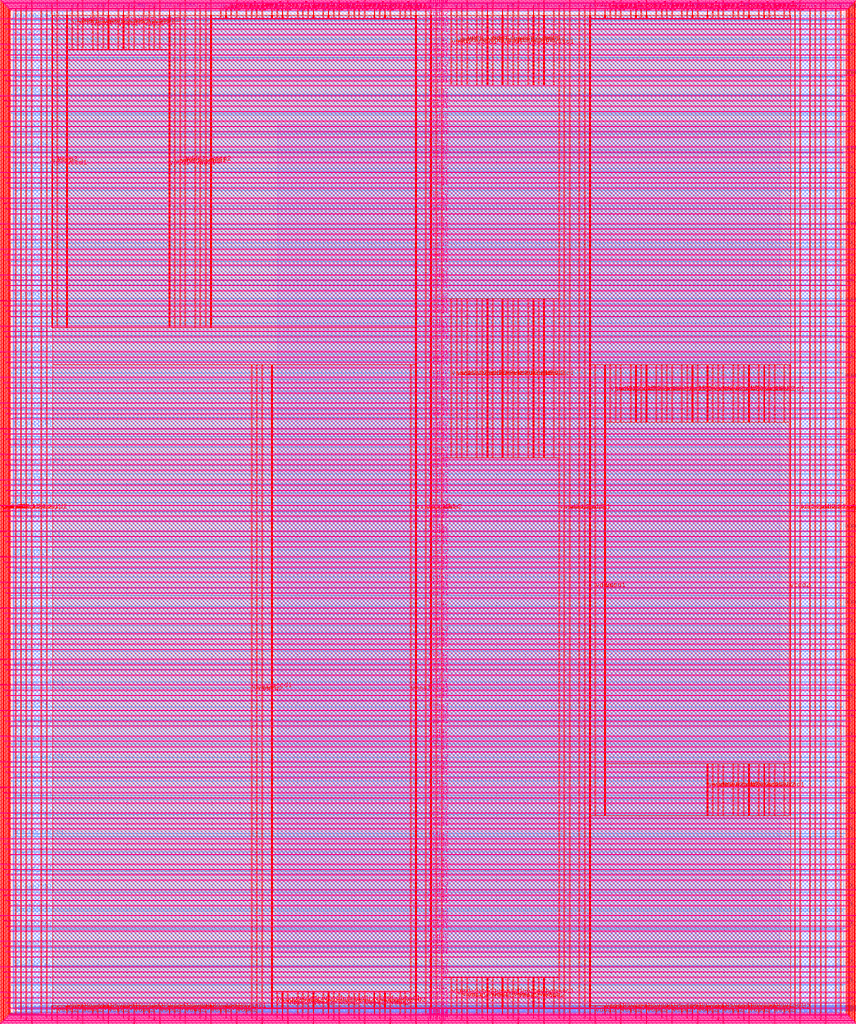
<source format=lef>
VERSION 5.7 ;
  NOWIREEXTENSIONATPIN ON ;
  DIVIDERCHAR "/" ;
  BUSBITCHARS "[]" ;
MACRO user_project_wrapper
  CLASS BLOCK ;
  FOREIGN user_project_wrapper ;
  ORIGIN 0.000 0.000 ;
  SIZE 2920.000 BY 3520.000 ;
  PIN analog_io[0]
    DIRECTION INOUT ;
    USE SIGNAL ;
    PORT
      LAYER met3 ;
        RECT 2917.600 1426.380 2924.800 1427.580 ;
    END
  END analog_io[0]
  PIN analog_io[10]
    DIRECTION INOUT ;
    USE SIGNAL ;
    PORT
      LAYER met2 ;
        RECT 2230.490 3517.600 2231.050 3524.800 ;
    END
  END analog_io[10]
  PIN analog_io[11]
    DIRECTION INOUT ;
    USE SIGNAL ;
    PORT
      LAYER met2 ;
        RECT 1905.730 3517.600 1906.290 3524.800 ;
    END
  END analog_io[11]
  PIN analog_io[12]
    DIRECTION INOUT ;
    USE SIGNAL ;
    PORT
      LAYER met2 ;
        RECT 1581.430 3517.600 1581.990 3524.800 ;
    END
  END analog_io[12]
  PIN analog_io[13]
    DIRECTION INOUT ;
    USE SIGNAL ;
    PORT
      LAYER met2 ;
        RECT 1257.130 3517.600 1257.690 3524.800 ;
    END
  END analog_io[13]
  PIN analog_io[14]
    DIRECTION INOUT ;
    USE SIGNAL ;
    PORT
      LAYER met2 ;
        RECT 932.370 3517.600 932.930 3524.800 ;
    END
  END analog_io[14]
  PIN analog_io[15]
    DIRECTION INOUT ;
    USE SIGNAL ;
    PORT
      LAYER met2 ;
        RECT 608.070 3517.600 608.630 3524.800 ;
    END
  END analog_io[15]
  PIN analog_io[16]
    DIRECTION INOUT ;
    USE SIGNAL ;
    PORT
      LAYER met2 ;
        RECT 283.770 3517.600 284.330 3524.800 ;
    END
  END analog_io[16]
  PIN analog_io[17]
    DIRECTION INOUT ;
    USE SIGNAL ;
    PORT
      LAYER met3 ;
        RECT -4.800 3486.100 2.400 3487.300 ;
    END
  END analog_io[17]
  PIN analog_io[18]
    DIRECTION INOUT ;
    USE SIGNAL ;
    PORT
      LAYER met3 ;
        RECT -4.800 3224.980 2.400 3226.180 ;
    END
  END analog_io[18]
  PIN analog_io[19]
    DIRECTION INOUT ;
    USE SIGNAL ;
    PORT
      LAYER met3 ;
        RECT -4.800 2964.540 2.400 2965.740 ;
    END
  END analog_io[19]
  PIN analog_io[1]
    DIRECTION INOUT ;
    USE SIGNAL ;
    PORT
      LAYER met3 ;
        RECT 2917.600 1692.260 2924.800 1693.460 ;
    END
  END analog_io[1]
  PIN analog_io[20]
    DIRECTION INOUT ;
    USE SIGNAL ;
    PORT
      LAYER met3 ;
        RECT -4.800 2703.420 2.400 2704.620 ;
    END
  END analog_io[20]
  PIN analog_io[21]
    DIRECTION INOUT ;
    USE SIGNAL ;
    PORT
      LAYER met3 ;
        RECT -4.800 2442.980 2.400 2444.180 ;
    END
  END analog_io[21]
  PIN analog_io[22]
    DIRECTION INOUT ;
    USE SIGNAL ;
    PORT
      LAYER met3 ;
        RECT -4.800 2182.540 2.400 2183.740 ;
    END
  END analog_io[22]
  PIN analog_io[23]
    DIRECTION INOUT ;
    USE SIGNAL ;
    PORT
      LAYER met3 ;
        RECT -4.800 1921.420 2.400 1922.620 ;
    END
  END analog_io[23]
  PIN analog_io[24]
    DIRECTION INOUT ;
    USE SIGNAL ;
    PORT
      LAYER met3 ;
        RECT -4.800 1660.980 2.400 1662.180 ;
    END
  END analog_io[24]
  PIN analog_io[25]
    DIRECTION INOUT ;
    USE SIGNAL ;
    PORT
      LAYER met3 ;
        RECT -4.800 1399.860 2.400 1401.060 ;
    END
  END analog_io[25]
  PIN analog_io[26]
    DIRECTION INOUT ;
    USE SIGNAL ;
    PORT
      LAYER met3 ;
        RECT -4.800 1139.420 2.400 1140.620 ;
    END
  END analog_io[26]
  PIN analog_io[27]
    DIRECTION INOUT ;
    USE SIGNAL ;
    PORT
      LAYER met3 ;
        RECT -4.800 878.980 2.400 880.180 ;
    END
  END analog_io[27]
  PIN analog_io[28]
    DIRECTION INOUT ;
    USE SIGNAL ;
    PORT
      LAYER met3 ;
        RECT -4.800 617.860 2.400 619.060 ;
    END
  END analog_io[28]
  PIN analog_io[2]
    DIRECTION INOUT ;
    USE SIGNAL ;
    PORT
      LAYER met3 ;
        RECT 2917.600 1958.140 2924.800 1959.340 ;
    END
  END analog_io[2]
  PIN analog_io[3]
    DIRECTION INOUT ;
    USE SIGNAL ;
    PORT
      LAYER met3 ;
        RECT 2917.600 2223.340 2924.800 2224.540 ;
    END
  END analog_io[3]
  PIN analog_io[4]
    DIRECTION INOUT ;
    USE SIGNAL ;
    PORT
      LAYER met3 ;
        RECT 2917.600 2489.220 2924.800 2490.420 ;
    END
  END analog_io[4]
  PIN analog_io[5]
    DIRECTION INOUT ;
    USE SIGNAL ;
    PORT
      LAYER met3 ;
        RECT 2917.600 2755.100 2924.800 2756.300 ;
    END
  END analog_io[5]
  PIN analog_io[6]
    DIRECTION INOUT ;
    USE SIGNAL ;
    PORT
      LAYER met3 ;
        RECT 2917.600 3020.300 2924.800 3021.500 ;
    END
  END analog_io[6]
  PIN analog_io[7]
    DIRECTION INOUT ;
    USE SIGNAL ;
    PORT
      LAYER met3 ;
        RECT 2917.600 3286.180 2924.800 3287.380 ;
    END
  END analog_io[7]
  PIN analog_io[8]
    DIRECTION INOUT ;
    USE SIGNAL ;
    PORT
      LAYER met2 ;
        RECT 2879.090 3517.600 2879.650 3524.800 ;
    END
  END analog_io[8]
  PIN analog_io[9]
    DIRECTION INOUT ;
    USE SIGNAL ;
    PORT
      LAYER met2 ;
        RECT 2554.790 3517.600 2555.350 3524.800 ;
    END
  END analog_io[9]
  PIN io_in[0]
    DIRECTION INPUT ;
    USE SIGNAL ;
    PORT
      LAYER met3 ;
        RECT 2917.600 32.380 2924.800 33.580 ;
    END
  END io_in[0]
  PIN io_in[10]
    DIRECTION INPUT ;
    USE SIGNAL ;
    PORT
      LAYER met3 ;
        RECT 2917.600 2289.980 2924.800 2291.180 ;
    END
  END io_in[10]
  PIN io_in[11]
    DIRECTION INPUT ;
    USE SIGNAL ;
    PORT
      LAYER met3 ;
        RECT 2917.600 2555.860 2924.800 2557.060 ;
    END
  END io_in[11]
  PIN io_in[12]
    DIRECTION INPUT ;
    USE SIGNAL ;
    PORT
      LAYER met3 ;
        RECT 2917.600 2821.060 2924.800 2822.260 ;
    END
  END io_in[12]
  PIN io_in[13]
    DIRECTION INPUT ;
    USE SIGNAL ;
    PORT
      LAYER met3 ;
        RECT 2917.600 3086.940 2924.800 3088.140 ;
    END
  END io_in[13]
  PIN io_in[14]
    DIRECTION INPUT ;
    USE SIGNAL ;
    PORT
      LAYER met3 ;
        RECT 2917.600 3352.820 2924.800 3354.020 ;
    END
  END io_in[14]
  PIN io_in[15]
    DIRECTION INPUT ;
    USE SIGNAL ;
    PORT
      LAYER met2 ;
        RECT 2798.130 3517.600 2798.690 3524.800 ;
    END
  END io_in[15]
  PIN io_in[16]
    DIRECTION INPUT ;
    USE SIGNAL ;
    PORT
      LAYER met2 ;
        RECT 2473.830 3517.600 2474.390 3524.800 ;
    END
  END io_in[16]
  PIN io_in[17]
    DIRECTION INPUT ;
    USE SIGNAL ;
    PORT
      LAYER met2 ;
        RECT 2149.070 3517.600 2149.630 3524.800 ;
    END
  END io_in[17]
  PIN io_in[18]
    DIRECTION INPUT ;
    USE SIGNAL ;
    PORT
      LAYER met2 ;
        RECT 1824.770 3517.600 1825.330 3524.800 ;
    END
  END io_in[18]
  PIN io_in[19]
    DIRECTION INPUT ;
    USE SIGNAL ;
    PORT
      LAYER met2 ;
        RECT 1500.470 3517.600 1501.030 3524.800 ;
    END
  END io_in[19]
  PIN io_in[1]
    DIRECTION INPUT ;
    USE SIGNAL ;
    PORT
      LAYER met3 ;
        RECT 2917.600 230.940 2924.800 232.140 ;
    END
  END io_in[1]
  PIN io_in[20]
    DIRECTION INPUT ;
    USE SIGNAL ;
    PORT
      LAYER met2 ;
        RECT 1175.710 3517.600 1176.270 3524.800 ;
    END
  END io_in[20]
  PIN io_in[21]
    DIRECTION INPUT ;
    USE SIGNAL ;
    PORT
      LAYER met2 ;
        RECT 851.410 3517.600 851.970 3524.800 ;
    END
  END io_in[21]
  PIN io_in[22]
    DIRECTION INPUT ;
    USE SIGNAL ;
    PORT
      LAYER met2 ;
        RECT 527.110 3517.600 527.670 3524.800 ;
    END
  END io_in[22]
  PIN io_in[23]
    DIRECTION INPUT ;
    USE SIGNAL ;
    PORT
      LAYER met2 ;
        RECT 202.350 3517.600 202.910 3524.800 ;
    END
  END io_in[23]
  PIN io_in[24]
    DIRECTION INPUT ;
    USE SIGNAL ;
    PORT
      LAYER met3 ;
        RECT -4.800 3420.820 2.400 3422.020 ;
    END
  END io_in[24]
  PIN io_in[25]
    DIRECTION INPUT ;
    USE SIGNAL ;
    PORT
      LAYER met3 ;
        RECT -4.800 3159.700 2.400 3160.900 ;
    END
  END io_in[25]
  PIN io_in[26]
    DIRECTION INPUT ;
    USE SIGNAL ;
    PORT
      LAYER met3 ;
        RECT -4.800 2899.260 2.400 2900.460 ;
    END
  END io_in[26]
  PIN io_in[27]
    DIRECTION INPUT ;
    USE SIGNAL ;
    PORT
      LAYER met3 ;
        RECT -4.800 2638.820 2.400 2640.020 ;
    END
  END io_in[27]
  PIN io_in[28]
    DIRECTION INPUT ;
    USE SIGNAL ;
    PORT
      LAYER met3 ;
        RECT -4.800 2377.700 2.400 2378.900 ;
    END
  END io_in[28]
  PIN io_in[29]
    DIRECTION INPUT ;
    USE SIGNAL ;
    PORT
      LAYER met3 ;
        RECT -4.800 2117.260 2.400 2118.460 ;
    END
  END io_in[29]
  PIN io_in[2]
    DIRECTION INPUT ;
    USE SIGNAL ;
    PORT
      LAYER met3 ;
        RECT 2917.600 430.180 2924.800 431.380 ;
    END
  END io_in[2]
  PIN io_in[30]
    DIRECTION INPUT ;
    USE SIGNAL ;
    PORT
      LAYER met3 ;
        RECT -4.800 1856.140 2.400 1857.340 ;
    END
  END io_in[30]
  PIN io_in[31]
    DIRECTION INPUT ;
    USE SIGNAL ;
    PORT
      LAYER met3 ;
        RECT -4.800 1595.700 2.400 1596.900 ;
    END
  END io_in[31]
  PIN io_in[32]
    DIRECTION INPUT ;
    USE SIGNAL ;
    PORT
      LAYER met3 ;
        RECT -4.800 1335.260 2.400 1336.460 ;
    END
  END io_in[32]
  PIN io_in[33]
    DIRECTION INPUT ;
    USE SIGNAL ;
    PORT
      LAYER met3 ;
        RECT -4.800 1074.140 2.400 1075.340 ;
    END
  END io_in[33]
  PIN io_in[34]
    DIRECTION INPUT ;
    USE SIGNAL ;
    PORT
      LAYER met3 ;
        RECT -4.800 813.700 2.400 814.900 ;
    END
  END io_in[34]
  PIN io_in[35]
    DIRECTION INPUT ;
    USE SIGNAL ;
    PORT
      LAYER met3 ;
        RECT -4.800 552.580 2.400 553.780 ;
    END
  END io_in[35]
  PIN io_in[36]
    DIRECTION INPUT ;
    USE SIGNAL ;
    PORT
      LAYER met3 ;
        RECT -4.800 357.420 2.400 358.620 ;
    END
  END io_in[36]
  PIN io_in[37]
    DIRECTION INPUT ;
    USE SIGNAL ;
    PORT
      LAYER met3 ;
        RECT -4.800 161.580 2.400 162.780 ;
    END
  END io_in[37]
  PIN io_in[3]
    DIRECTION INPUT ;
    USE SIGNAL ;
    PORT
      LAYER met3 ;
        RECT 2917.600 629.420 2924.800 630.620 ;
    END
  END io_in[3]
  PIN io_in[4]
    DIRECTION INPUT ;
    USE SIGNAL ;
    PORT
      LAYER met3 ;
        RECT 2917.600 828.660 2924.800 829.860 ;
    END
  END io_in[4]
  PIN io_in[5]
    DIRECTION INPUT ;
    USE SIGNAL ;
    PORT
      LAYER met3 ;
        RECT 2917.600 1027.900 2924.800 1029.100 ;
    END
  END io_in[5]
  PIN io_in[6]
    DIRECTION INPUT ;
    USE SIGNAL ;
    PORT
      LAYER met3 ;
        RECT 2917.600 1227.140 2924.800 1228.340 ;
    END
  END io_in[6]
  PIN io_in[7]
    DIRECTION INPUT ;
    USE SIGNAL ;
    PORT
      LAYER met3 ;
        RECT 2917.600 1493.020 2924.800 1494.220 ;
    END
  END io_in[7]
  PIN io_in[8]
    DIRECTION INPUT ;
    USE SIGNAL ;
    PORT
      LAYER met3 ;
        RECT 2917.600 1758.900 2924.800 1760.100 ;
    END
  END io_in[8]
  PIN io_in[9]
    DIRECTION INPUT ;
    USE SIGNAL ;
    PORT
      LAYER met3 ;
        RECT 2917.600 2024.100 2924.800 2025.300 ;
    END
  END io_in[9]
  PIN io_oeb[0]
    DIRECTION OUTPUT TRISTATE ;
    USE SIGNAL ;
    PORT
      LAYER met3 ;
        RECT 2917.600 164.980 2924.800 166.180 ;
    END
  END io_oeb[0]
  PIN io_oeb[10]
    DIRECTION OUTPUT TRISTATE ;
    USE SIGNAL ;
    PORT
      LAYER met3 ;
        RECT 2917.600 2422.580 2924.800 2423.780 ;
    END
  END io_oeb[10]
  PIN io_oeb[11]
    DIRECTION OUTPUT TRISTATE ;
    USE SIGNAL ;
    PORT
      LAYER met3 ;
        RECT 2917.600 2688.460 2924.800 2689.660 ;
    END
  END io_oeb[11]
  PIN io_oeb[12]
    DIRECTION OUTPUT TRISTATE ;
    USE SIGNAL ;
    PORT
      LAYER met3 ;
        RECT 2917.600 2954.340 2924.800 2955.540 ;
    END
  END io_oeb[12]
  PIN io_oeb[13]
    DIRECTION OUTPUT TRISTATE ;
    USE SIGNAL ;
    PORT
      LAYER met3 ;
        RECT 2917.600 3219.540 2924.800 3220.740 ;
    END
  END io_oeb[13]
  PIN io_oeb[14]
    DIRECTION OUTPUT TRISTATE ;
    USE SIGNAL ;
    PORT
      LAYER met3 ;
        RECT 2917.600 3485.420 2924.800 3486.620 ;
    END
  END io_oeb[14]
  PIN io_oeb[15]
    DIRECTION OUTPUT TRISTATE ;
    USE SIGNAL ;
    PORT
      LAYER met2 ;
        RECT 2635.750 3517.600 2636.310 3524.800 ;
    END
  END io_oeb[15]
  PIN io_oeb[16]
    DIRECTION OUTPUT TRISTATE ;
    USE SIGNAL ;
    PORT
      LAYER met2 ;
        RECT 2311.450 3517.600 2312.010 3524.800 ;
    END
  END io_oeb[16]
  PIN io_oeb[17]
    DIRECTION OUTPUT TRISTATE ;
    USE SIGNAL ;
    PORT
      LAYER met2 ;
        RECT 1987.150 3517.600 1987.710 3524.800 ;
    END
  END io_oeb[17]
  PIN io_oeb[18]
    DIRECTION OUTPUT TRISTATE ;
    USE SIGNAL ;
    PORT
      LAYER met2 ;
        RECT 1662.390 3517.600 1662.950 3524.800 ;
    END
  END io_oeb[18]
  PIN io_oeb[19]
    DIRECTION OUTPUT TRISTATE ;
    USE SIGNAL ;
    PORT
      LAYER met2 ;
        RECT 1338.090 3517.600 1338.650 3524.800 ;
    END
  END io_oeb[19]
  PIN io_oeb[1]
    DIRECTION OUTPUT TRISTATE ;
    USE SIGNAL ;
    PORT
      LAYER met3 ;
        RECT 2917.600 364.220 2924.800 365.420 ;
    END
  END io_oeb[1]
  PIN io_oeb[20]
    DIRECTION OUTPUT TRISTATE ;
    USE SIGNAL ;
    PORT
      LAYER met2 ;
        RECT 1013.790 3517.600 1014.350 3524.800 ;
    END
  END io_oeb[20]
  PIN io_oeb[21]
    DIRECTION OUTPUT TRISTATE ;
    USE SIGNAL ;
    PORT
      LAYER met2 ;
        RECT 689.030 3517.600 689.590 3524.800 ;
    END
  END io_oeb[21]
  PIN io_oeb[22]
    DIRECTION OUTPUT TRISTATE ;
    USE SIGNAL ;
    PORT
      LAYER met2 ;
        RECT 364.730 3517.600 365.290 3524.800 ;
    END
  END io_oeb[22]
  PIN io_oeb[23]
    DIRECTION OUTPUT TRISTATE ;
    USE SIGNAL ;
    PORT
      LAYER met2 ;
        RECT 40.430 3517.600 40.990 3524.800 ;
    END
  END io_oeb[23]
  PIN io_oeb[24]
    DIRECTION OUTPUT TRISTATE ;
    USE SIGNAL ;
    PORT
      LAYER met3 ;
        RECT -4.800 3290.260 2.400 3291.460 ;
    END
  END io_oeb[24]
  PIN io_oeb[25]
    DIRECTION OUTPUT TRISTATE ;
    USE SIGNAL ;
    PORT
      LAYER met3 ;
        RECT -4.800 3029.820 2.400 3031.020 ;
    END
  END io_oeb[25]
  PIN io_oeb[26]
    DIRECTION OUTPUT TRISTATE ;
    USE SIGNAL ;
    PORT
      LAYER met3 ;
        RECT -4.800 2768.700 2.400 2769.900 ;
    END
  END io_oeb[26]
  PIN io_oeb[27]
    DIRECTION OUTPUT TRISTATE ;
    USE SIGNAL ;
    PORT
      LAYER met3 ;
        RECT -4.800 2508.260 2.400 2509.460 ;
    END
  END io_oeb[27]
  PIN io_oeb[28]
    DIRECTION OUTPUT TRISTATE ;
    USE SIGNAL ;
    PORT
      LAYER met3 ;
        RECT -4.800 2247.140 2.400 2248.340 ;
    END
  END io_oeb[28]
  PIN io_oeb[29]
    DIRECTION OUTPUT TRISTATE ;
    USE SIGNAL ;
    PORT
      LAYER met3 ;
        RECT -4.800 1986.700 2.400 1987.900 ;
    END
  END io_oeb[29]
  PIN io_oeb[2]
    DIRECTION OUTPUT TRISTATE ;
    USE SIGNAL ;
    PORT
      LAYER met3 ;
        RECT 2917.600 563.460 2924.800 564.660 ;
    END
  END io_oeb[2]
  PIN io_oeb[30]
    DIRECTION OUTPUT TRISTATE ;
    USE SIGNAL ;
    PORT
      LAYER met3 ;
        RECT -4.800 1726.260 2.400 1727.460 ;
    END
  END io_oeb[30]
  PIN io_oeb[31]
    DIRECTION OUTPUT TRISTATE ;
    USE SIGNAL ;
    PORT
      LAYER met3 ;
        RECT -4.800 1465.140 2.400 1466.340 ;
    END
  END io_oeb[31]
  PIN io_oeb[32]
    DIRECTION OUTPUT TRISTATE ;
    USE SIGNAL ;
    PORT
      LAYER met3 ;
        RECT -4.800 1204.700 2.400 1205.900 ;
    END
  END io_oeb[32]
  PIN io_oeb[33]
    DIRECTION OUTPUT TRISTATE ;
    USE SIGNAL ;
    PORT
      LAYER met3 ;
        RECT -4.800 943.580 2.400 944.780 ;
    END
  END io_oeb[33]
  PIN io_oeb[34]
    DIRECTION OUTPUT TRISTATE ;
    USE SIGNAL ;
    PORT
      LAYER met3 ;
        RECT -4.800 683.140 2.400 684.340 ;
    END
  END io_oeb[34]
  PIN io_oeb[35]
    DIRECTION OUTPUT TRISTATE ;
    USE SIGNAL ;
    PORT
      LAYER met3 ;
        RECT -4.800 422.700 2.400 423.900 ;
    END
  END io_oeb[35]
  PIN io_oeb[36]
    DIRECTION OUTPUT TRISTATE ;
    USE SIGNAL ;
    PORT
      LAYER met3 ;
        RECT -4.800 226.860 2.400 228.060 ;
    END
  END io_oeb[36]
  PIN io_oeb[37]
    DIRECTION OUTPUT TRISTATE ;
    USE SIGNAL ;
    PORT
      LAYER met3 ;
        RECT -4.800 31.700 2.400 32.900 ;
    END
  END io_oeb[37]
  PIN io_oeb[3]
    DIRECTION OUTPUT TRISTATE ;
    USE SIGNAL ;
    PORT
      LAYER met3 ;
        RECT 2917.600 762.700 2924.800 763.900 ;
    END
  END io_oeb[3]
  PIN io_oeb[4]
    DIRECTION OUTPUT TRISTATE ;
    USE SIGNAL ;
    PORT
      LAYER met3 ;
        RECT 2917.600 961.940 2924.800 963.140 ;
    END
  END io_oeb[4]
  PIN io_oeb[5]
    DIRECTION OUTPUT TRISTATE ;
    USE SIGNAL ;
    PORT
      LAYER met3 ;
        RECT 2917.600 1161.180 2924.800 1162.380 ;
    END
  END io_oeb[5]
  PIN io_oeb[6]
    DIRECTION OUTPUT TRISTATE ;
    USE SIGNAL ;
    PORT
      LAYER met3 ;
        RECT 2917.600 1360.420 2924.800 1361.620 ;
    END
  END io_oeb[6]
  PIN io_oeb[7]
    DIRECTION OUTPUT TRISTATE ;
    USE SIGNAL ;
    PORT
      LAYER met3 ;
        RECT 2917.600 1625.620 2924.800 1626.820 ;
    END
  END io_oeb[7]
  PIN io_oeb[8]
    DIRECTION OUTPUT TRISTATE ;
    USE SIGNAL ;
    PORT
      LAYER met3 ;
        RECT 2917.600 1891.500 2924.800 1892.700 ;
    END
  END io_oeb[8]
  PIN io_oeb[9]
    DIRECTION OUTPUT TRISTATE ;
    USE SIGNAL ;
    PORT
      LAYER met3 ;
        RECT 2917.600 2157.380 2924.800 2158.580 ;
    END
  END io_oeb[9]
  PIN io_out[0]
    DIRECTION OUTPUT TRISTATE ;
    USE SIGNAL ;
    PORT
      LAYER met3 ;
        RECT 2917.600 98.340 2924.800 99.540 ;
    END
  END io_out[0]
  PIN io_out[10]
    DIRECTION OUTPUT TRISTATE ;
    USE SIGNAL ;
    PORT
      LAYER met3 ;
        RECT 2917.600 2356.620 2924.800 2357.820 ;
    END
  END io_out[10]
  PIN io_out[11]
    DIRECTION OUTPUT TRISTATE ;
    USE SIGNAL ;
    PORT
      LAYER met3 ;
        RECT 2917.600 2621.820 2924.800 2623.020 ;
    END
  END io_out[11]
  PIN io_out[12]
    DIRECTION OUTPUT TRISTATE ;
    USE SIGNAL ;
    PORT
      LAYER met3 ;
        RECT 2917.600 2887.700 2924.800 2888.900 ;
    END
  END io_out[12]
  PIN io_out[13]
    DIRECTION OUTPUT TRISTATE ;
    USE SIGNAL ;
    PORT
      LAYER met3 ;
        RECT 2917.600 3153.580 2924.800 3154.780 ;
    END
  END io_out[13]
  PIN io_out[14]
    DIRECTION OUTPUT TRISTATE ;
    USE SIGNAL ;
    PORT
      LAYER met3 ;
        RECT 2917.600 3418.780 2924.800 3419.980 ;
    END
  END io_out[14]
  PIN io_out[15]
    DIRECTION OUTPUT TRISTATE ;
    USE SIGNAL ;
    PORT
      LAYER met2 ;
        RECT 2717.170 3517.600 2717.730 3524.800 ;
    END
  END io_out[15]
  PIN io_out[16]
    DIRECTION OUTPUT TRISTATE ;
    USE SIGNAL ;
    PORT
      LAYER met2 ;
        RECT 2392.410 3517.600 2392.970 3524.800 ;
    END
  END io_out[16]
  PIN io_out[17]
    DIRECTION OUTPUT TRISTATE ;
    USE SIGNAL ;
    PORT
      LAYER met2 ;
        RECT 2068.110 3517.600 2068.670 3524.800 ;
    END
  END io_out[17]
  PIN io_out[18]
    DIRECTION OUTPUT TRISTATE ;
    USE SIGNAL ;
    PORT
      LAYER met2 ;
        RECT 1743.810 3517.600 1744.370 3524.800 ;
    END
  END io_out[18]
  PIN io_out[19]
    DIRECTION OUTPUT TRISTATE ;
    USE SIGNAL ;
    PORT
      LAYER met2 ;
        RECT 1419.050 3517.600 1419.610 3524.800 ;
    END
  END io_out[19]
  PIN io_out[1]
    DIRECTION OUTPUT TRISTATE ;
    USE SIGNAL ;
    PORT
      LAYER met3 ;
        RECT 2917.600 297.580 2924.800 298.780 ;
    END
  END io_out[1]
  PIN io_out[20]
    DIRECTION OUTPUT TRISTATE ;
    USE SIGNAL ;
    PORT
      LAYER met2 ;
        RECT 1094.750 3517.600 1095.310 3524.800 ;
    END
  END io_out[20]
  PIN io_out[21]
    DIRECTION OUTPUT TRISTATE ;
    USE SIGNAL ;
    PORT
      LAYER met2 ;
        RECT 770.450 3517.600 771.010 3524.800 ;
    END
  END io_out[21]
  PIN io_out[22]
    DIRECTION OUTPUT TRISTATE ;
    USE SIGNAL ;
    PORT
      LAYER met2 ;
        RECT 445.690 3517.600 446.250 3524.800 ;
    END
  END io_out[22]
  PIN io_out[23]
    DIRECTION OUTPUT TRISTATE ;
    USE SIGNAL ;
    PORT
      LAYER met2 ;
        RECT 121.390 3517.600 121.950 3524.800 ;
    END
  END io_out[23]
  PIN io_out[24]
    DIRECTION OUTPUT TRISTATE ;
    USE SIGNAL ;
    PORT
      LAYER met3 ;
        RECT -4.800 3355.540 2.400 3356.740 ;
    END
  END io_out[24]
  PIN io_out[25]
    DIRECTION OUTPUT TRISTATE ;
    USE SIGNAL ;
    PORT
      LAYER met3 ;
        RECT -4.800 3095.100 2.400 3096.300 ;
    END
  END io_out[25]
  PIN io_out[26]
    DIRECTION OUTPUT TRISTATE ;
    USE SIGNAL ;
    PORT
      LAYER met3 ;
        RECT -4.800 2833.980 2.400 2835.180 ;
    END
  END io_out[26]
  PIN io_out[27]
    DIRECTION OUTPUT TRISTATE ;
    USE SIGNAL ;
    PORT
      LAYER met3 ;
        RECT -4.800 2573.540 2.400 2574.740 ;
    END
  END io_out[27]
  PIN io_out[28]
    DIRECTION OUTPUT TRISTATE ;
    USE SIGNAL ;
    PORT
      LAYER met3 ;
        RECT -4.800 2312.420 2.400 2313.620 ;
    END
  END io_out[28]
  PIN io_out[29]
    DIRECTION OUTPUT TRISTATE ;
    USE SIGNAL ;
    PORT
      LAYER met3 ;
        RECT -4.800 2051.980 2.400 2053.180 ;
    END
  END io_out[29]
  PIN io_out[2]
    DIRECTION OUTPUT TRISTATE ;
    USE SIGNAL ;
    PORT
      LAYER met3 ;
        RECT 2917.600 496.820 2924.800 498.020 ;
    END
  END io_out[2]
  PIN io_out[30]
    DIRECTION OUTPUT TRISTATE ;
    USE SIGNAL ;
    PORT
      LAYER met3 ;
        RECT -4.800 1791.540 2.400 1792.740 ;
    END
  END io_out[30]
  PIN io_out[31]
    DIRECTION OUTPUT TRISTATE ;
    USE SIGNAL ;
    PORT
      LAYER met3 ;
        RECT -4.800 1530.420 2.400 1531.620 ;
    END
  END io_out[31]
  PIN io_out[32]
    DIRECTION OUTPUT TRISTATE ;
    USE SIGNAL ;
    PORT
      LAYER met3 ;
        RECT -4.800 1269.980 2.400 1271.180 ;
    END
  END io_out[32]
  PIN io_out[33]
    DIRECTION OUTPUT TRISTATE ;
    USE SIGNAL ;
    PORT
      LAYER met3 ;
        RECT -4.800 1008.860 2.400 1010.060 ;
    END
  END io_out[33]
  PIN io_out[34]
    DIRECTION OUTPUT TRISTATE ;
    USE SIGNAL ;
    PORT
      LAYER met3 ;
        RECT -4.800 748.420 2.400 749.620 ;
    END
  END io_out[34]
  PIN io_out[35]
    DIRECTION OUTPUT TRISTATE ;
    USE SIGNAL ;
    PORT
      LAYER met3 ;
        RECT -4.800 487.300 2.400 488.500 ;
    END
  END io_out[35]
  PIN io_out[36]
    DIRECTION OUTPUT TRISTATE ;
    USE SIGNAL ;
    PORT
      LAYER met3 ;
        RECT -4.800 292.140 2.400 293.340 ;
    END
  END io_out[36]
  PIN io_out[37]
    DIRECTION OUTPUT TRISTATE ;
    USE SIGNAL ;
    PORT
      LAYER met3 ;
        RECT -4.800 96.300 2.400 97.500 ;
    END
  END io_out[37]
  PIN io_out[3]
    DIRECTION OUTPUT TRISTATE ;
    USE SIGNAL ;
    PORT
      LAYER met3 ;
        RECT 2917.600 696.060 2924.800 697.260 ;
    END
  END io_out[3]
  PIN io_out[4]
    DIRECTION OUTPUT TRISTATE ;
    USE SIGNAL ;
    PORT
      LAYER met3 ;
        RECT 2917.600 895.300 2924.800 896.500 ;
    END
  END io_out[4]
  PIN io_out[5]
    DIRECTION OUTPUT TRISTATE ;
    USE SIGNAL ;
    PORT
      LAYER met3 ;
        RECT 2917.600 1094.540 2924.800 1095.740 ;
    END
  END io_out[5]
  PIN io_out[6]
    DIRECTION OUTPUT TRISTATE ;
    USE SIGNAL ;
    PORT
      LAYER met3 ;
        RECT 2917.600 1293.780 2924.800 1294.980 ;
    END
  END io_out[6]
  PIN io_out[7]
    DIRECTION OUTPUT TRISTATE ;
    USE SIGNAL ;
    PORT
      LAYER met3 ;
        RECT 2917.600 1559.660 2924.800 1560.860 ;
    END
  END io_out[7]
  PIN io_out[8]
    DIRECTION OUTPUT TRISTATE ;
    USE SIGNAL ;
    PORT
      LAYER met3 ;
        RECT 2917.600 1824.860 2924.800 1826.060 ;
    END
  END io_out[8]
  PIN io_out[9]
    DIRECTION OUTPUT TRISTATE ;
    USE SIGNAL ;
    PORT
      LAYER met3 ;
        RECT 2917.600 2090.740 2924.800 2091.940 ;
    END
  END io_out[9]
  PIN la_data_in[0]
    DIRECTION INPUT ;
    USE SIGNAL ;
    PORT
      LAYER met2 ;
        RECT 629.230 -4.800 629.790 2.400 ;
    END
  END la_data_in[0]
  PIN la_data_in[100]
    DIRECTION INPUT ;
    USE SIGNAL ;
    PORT
      LAYER met2 ;
        RECT 2402.530 -4.800 2403.090 2.400 ;
    END
  END la_data_in[100]
  PIN la_data_in[101]
    DIRECTION INPUT ;
    USE SIGNAL ;
    PORT
      LAYER met2 ;
        RECT 2420.010 -4.800 2420.570 2.400 ;
    END
  END la_data_in[101]
  PIN la_data_in[102]
    DIRECTION INPUT ;
    USE SIGNAL ;
    PORT
      LAYER met2 ;
        RECT 2437.950 -4.800 2438.510 2.400 ;
    END
  END la_data_in[102]
  PIN la_data_in[103]
    DIRECTION INPUT ;
    USE SIGNAL ;
    PORT
      LAYER met2 ;
        RECT 2455.430 -4.800 2455.990 2.400 ;
    END
  END la_data_in[103]
  PIN la_data_in[104]
    DIRECTION INPUT ;
    USE SIGNAL ;
    PORT
      LAYER met2 ;
        RECT 2473.370 -4.800 2473.930 2.400 ;
    END
  END la_data_in[104]
  PIN la_data_in[105]
    DIRECTION INPUT ;
    USE SIGNAL ;
    PORT
      LAYER met2 ;
        RECT 2490.850 -4.800 2491.410 2.400 ;
    END
  END la_data_in[105]
  PIN la_data_in[106]
    DIRECTION INPUT ;
    USE SIGNAL ;
    PORT
      LAYER met2 ;
        RECT 2508.790 -4.800 2509.350 2.400 ;
    END
  END la_data_in[106]
  PIN la_data_in[107]
    DIRECTION INPUT ;
    USE SIGNAL ;
    PORT
      LAYER met2 ;
        RECT 2526.730 -4.800 2527.290 2.400 ;
    END
  END la_data_in[107]
  PIN la_data_in[108]
    DIRECTION INPUT ;
    USE SIGNAL ;
    PORT
      LAYER met2 ;
        RECT 2544.210 -4.800 2544.770 2.400 ;
    END
  END la_data_in[108]
  PIN la_data_in[109]
    DIRECTION INPUT ;
    USE SIGNAL ;
    PORT
      LAYER met2 ;
        RECT 2562.150 -4.800 2562.710 2.400 ;
    END
  END la_data_in[109]
  PIN la_data_in[10]
    DIRECTION INPUT ;
    USE SIGNAL ;
    PORT
      LAYER met2 ;
        RECT 806.330 -4.800 806.890 2.400 ;
    END
  END la_data_in[10]
  PIN la_data_in[110]
    DIRECTION INPUT ;
    USE SIGNAL ;
    PORT
      LAYER met2 ;
        RECT 2579.630 -4.800 2580.190 2.400 ;
    END
  END la_data_in[110]
  PIN la_data_in[111]
    DIRECTION INPUT ;
    USE SIGNAL ;
    PORT
      LAYER met2 ;
        RECT 2597.570 -4.800 2598.130 2.400 ;
    END
  END la_data_in[111]
  PIN la_data_in[112]
    DIRECTION INPUT ;
    USE SIGNAL ;
    PORT
      LAYER met2 ;
        RECT 2615.050 -4.800 2615.610 2.400 ;
    END
  END la_data_in[112]
  PIN la_data_in[113]
    DIRECTION INPUT ;
    USE SIGNAL ;
    PORT
      LAYER met2 ;
        RECT 2632.990 -4.800 2633.550 2.400 ;
    END
  END la_data_in[113]
  PIN la_data_in[114]
    DIRECTION INPUT ;
    USE SIGNAL ;
    PORT
      LAYER met2 ;
        RECT 2650.470 -4.800 2651.030 2.400 ;
    END
  END la_data_in[114]
  PIN la_data_in[115]
    DIRECTION INPUT ;
    USE SIGNAL ;
    PORT
      LAYER met2 ;
        RECT 2668.410 -4.800 2668.970 2.400 ;
    END
  END la_data_in[115]
  PIN la_data_in[116]
    DIRECTION INPUT ;
    USE SIGNAL ;
    PORT
      LAYER met2 ;
        RECT 2685.890 -4.800 2686.450 2.400 ;
    END
  END la_data_in[116]
  PIN la_data_in[117]
    DIRECTION INPUT ;
    USE SIGNAL ;
    PORT
      LAYER met2 ;
        RECT 2703.830 -4.800 2704.390 2.400 ;
    END
  END la_data_in[117]
  PIN la_data_in[118]
    DIRECTION INPUT ;
    USE SIGNAL ;
    PORT
      LAYER met2 ;
        RECT 2721.770 -4.800 2722.330 2.400 ;
    END
  END la_data_in[118]
  PIN la_data_in[119]
    DIRECTION INPUT ;
    USE SIGNAL ;
    PORT
      LAYER met2 ;
        RECT 2739.250 -4.800 2739.810 2.400 ;
    END
  END la_data_in[119]
  PIN la_data_in[11]
    DIRECTION INPUT ;
    USE SIGNAL ;
    PORT
      LAYER met2 ;
        RECT 824.270 -4.800 824.830 2.400 ;
    END
  END la_data_in[11]
  PIN la_data_in[120]
    DIRECTION INPUT ;
    USE SIGNAL ;
    PORT
      LAYER met2 ;
        RECT 2757.190 -4.800 2757.750 2.400 ;
    END
  END la_data_in[120]
  PIN la_data_in[121]
    DIRECTION INPUT ;
    USE SIGNAL ;
    PORT
      LAYER met2 ;
        RECT 2774.670 -4.800 2775.230 2.400 ;
    END
  END la_data_in[121]
  PIN la_data_in[122]
    DIRECTION INPUT ;
    USE SIGNAL ;
    PORT
      LAYER met2 ;
        RECT 2792.610 -4.800 2793.170 2.400 ;
    END
  END la_data_in[122]
  PIN la_data_in[123]
    DIRECTION INPUT ;
    USE SIGNAL ;
    PORT
      LAYER met2 ;
        RECT 2810.090 -4.800 2810.650 2.400 ;
    END
  END la_data_in[123]
  PIN la_data_in[124]
    DIRECTION INPUT ;
    USE SIGNAL ;
    PORT
      LAYER met2 ;
        RECT 2828.030 -4.800 2828.590 2.400 ;
    END
  END la_data_in[124]
  PIN la_data_in[125]
    DIRECTION INPUT ;
    USE SIGNAL ;
    PORT
      LAYER met2 ;
        RECT 2845.510 -4.800 2846.070 2.400 ;
    END
  END la_data_in[125]
  PIN la_data_in[126]
    DIRECTION INPUT ;
    USE SIGNAL ;
    PORT
      LAYER met2 ;
        RECT 2863.450 -4.800 2864.010 2.400 ;
    END
  END la_data_in[126]
  PIN la_data_in[127]
    DIRECTION INPUT ;
    USE SIGNAL ;
    PORT
      LAYER met2 ;
        RECT 2881.390 -4.800 2881.950 2.400 ;
    END
  END la_data_in[127]
  PIN la_data_in[12]
    DIRECTION INPUT ;
    USE SIGNAL ;
    PORT
      LAYER met2 ;
        RECT 841.750 -4.800 842.310 2.400 ;
    END
  END la_data_in[12]
  PIN la_data_in[13]
    DIRECTION INPUT ;
    USE SIGNAL ;
    PORT
      LAYER met2 ;
        RECT 859.690 -4.800 860.250 2.400 ;
    END
  END la_data_in[13]
  PIN la_data_in[14]
    DIRECTION INPUT ;
    USE SIGNAL ;
    PORT
      LAYER met2 ;
        RECT 877.170 -4.800 877.730 2.400 ;
    END
  END la_data_in[14]
  PIN la_data_in[15]
    DIRECTION INPUT ;
    USE SIGNAL ;
    PORT
      LAYER met2 ;
        RECT 895.110 -4.800 895.670 2.400 ;
    END
  END la_data_in[15]
  PIN la_data_in[16]
    DIRECTION INPUT ;
    USE SIGNAL ;
    PORT
      LAYER met2 ;
        RECT 912.590 -4.800 913.150 2.400 ;
    END
  END la_data_in[16]
  PIN la_data_in[17]
    DIRECTION INPUT ;
    USE SIGNAL ;
    PORT
      LAYER met2 ;
        RECT 930.530 -4.800 931.090 2.400 ;
    END
  END la_data_in[17]
  PIN la_data_in[18]
    DIRECTION INPUT ;
    USE SIGNAL ;
    PORT
      LAYER met2 ;
        RECT 948.470 -4.800 949.030 2.400 ;
    END
  END la_data_in[18]
  PIN la_data_in[19]
    DIRECTION INPUT ;
    USE SIGNAL ;
    PORT
      LAYER met2 ;
        RECT 965.950 -4.800 966.510 2.400 ;
    END
  END la_data_in[19]
  PIN la_data_in[1]
    DIRECTION INPUT ;
    USE SIGNAL ;
    PORT
      LAYER met2 ;
        RECT 646.710 -4.800 647.270 2.400 ;
    END
  END la_data_in[1]
  PIN la_data_in[20]
    DIRECTION INPUT ;
    USE SIGNAL ;
    PORT
      LAYER met2 ;
        RECT 983.890 -4.800 984.450 2.400 ;
    END
  END la_data_in[20]
  PIN la_data_in[21]
    DIRECTION INPUT ;
    USE SIGNAL ;
    PORT
      LAYER met2 ;
        RECT 1001.370 -4.800 1001.930 2.400 ;
    END
  END la_data_in[21]
  PIN la_data_in[22]
    DIRECTION INPUT ;
    USE SIGNAL ;
    PORT
      LAYER met2 ;
        RECT 1019.310 -4.800 1019.870 2.400 ;
    END
  END la_data_in[22]
  PIN la_data_in[23]
    DIRECTION INPUT ;
    USE SIGNAL ;
    PORT
      LAYER met2 ;
        RECT 1036.790 -4.800 1037.350 2.400 ;
    END
  END la_data_in[23]
  PIN la_data_in[24]
    DIRECTION INPUT ;
    USE SIGNAL ;
    PORT
      LAYER met2 ;
        RECT 1054.730 -4.800 1055.290 2.400 ;
    END
  END la_data_in[24]
  PIN la_data_in[25]
    DIRECTION INPUT ;
    USE SIGNAL ;
    PORT
      LAYER met2 ;
        RECT 1072.210 -4.800 1072.770 2.400 ;
    END
  END la_data_in[25]
  PIN la_data_in[26]
    DIRECTION INPUT ;
    USE SIGNAL ;
    PORT
      LAYER met2 ;
        RECT 1090.150 -4.800 1090.710 2.400 ;
    END
  END la_data_in[26]
  PIN la_data_in[27]
    DIRECTION INPUT ;
    USE SIGNAL ;
    PORT
      LAYER met2 ;
        RECT 1107.630 -4.800 1108.190 2.400 ;
    END
  END la_data_in[27]
  PIN la_data_in[28]
    DIRECTION INPUT ;
    USE SIGNAL ;
    PORT
      LAYER met2 ;
        RECT 1125.570 -4.800 1126.130 2.400 ;
    END
  END la_data_in[28]
  PIN la_data_in[29]
    DIRECTION INPUT ;
    USE SIGNAL ;
    PORT
      LAYER met2 ;
        RECT 1143.510 -4.800 1144.070 2.400 ;
    END
  END la_data_in[29]
  PIN la_data_in[2]
    DIRECTION INPUT ;
    USE SIGNAL ;
    PORT
      LAYER met2 ;
        RECT 664.650 -4.800 665.210 2.400 ;
    END
  END la_data_in[2]
  PIN la_data_in[30]
    DIRECTION INPUT ;
    USE SIGNAL ;
    PORT
      LAYER met2 ;
        RECT 1160.990 -4.800 1161.550 2.400 ;
    END
  END la_data_in[30]
  PIN la_data_in[31]
    DIRECTION INPUT ;
    USE SIGNAL ;
    PORT
      LAYER met2 ;
        RECT 1178.930 -4.800 1179.490 2.400 ;
    END
  END la_data_in[31]
  PIN la_data_in[32]
    DIRECTION INPUT ;
    USE SIGNAL ;
    PORT
      LAYER met2 ;
        RECT 1196.410 -4.800 1196.970 2.400 ;
    END
  END la_data_in[32]
  PIN la_data_in[33]
    DIRECTION INPUT ;
    USE SIGNAL ;
    PORT
      LAYER met2 ;
        RECT 1214.350 -4.800 1214.910 2.400 ;
    END
  END la_data_in[33]
  PIN la_data_in[34]
    DIRECTION INPUT ;
    USE SIGNAL ;
    PORT
      LAYER met2 ;
        RECT 1231.830 -4.800 1232.390 2.400 ;
    END
  END la_data_in[34]
  PIN la_data_in[35]
    DIRECTION INPUT ;
    USE SIGNAL ;
    PORT
      LAYER met2 ;
        RECT 1249.770 -4.800 1250.330 2.400 ;
    END
  END la_data_in[35]
  PIN la_data_in[36]
    DIRECTION INPUT ;
    USE SIGNAL ;
    PORT
      LAYER met2 ;
        RECT 1267.250 -4.800 1267.810 2.400 ;
    END
  END la_data_in[36]
  PIN la_data_in[37]
    DIRECTION INPUT ;
    USE SIGNAL ;
    PORT
      LAYER met2 ;
        RECT 1285.190 -4.800 1285.750 2.400 ;
    END
  END la_data_in[37]
  PIN la_data_in[38]
    DIRECTION INPUT ;
    USE SIGNAL ;
    PORT
      LAYER met2 ;
        RECT 1303.130 -4.800 1303.690 2.400 ;
    END
  END la_data_in[38]
  PIN la_data_in[39]
    DIRECTION INPUT ;
    USE SIGNAL ;
    PORT
      LAYER met2 ;
        RECT 1320.610 -4.800 1321.170 2.400 ;
    END
  END la_data_in[39]
  PIN la_data_in[3]
    DIRECTION INPUT ;
    USE SIGNAL ;
    PORT
      LAYER met2 ;
        RECT 682.130 -4.800 682.690 2.400 ;
    END
  END la_data_in[3]
  PIN la_data_in[40]
    DIRECTION INPUT ;
    USE SIGNAL ;
    PORT
      LAYER met2 ;
        RECT 1338.550 -4.800 1339.110 2.400 ;
    END
  END la_data_in[40]
  PIN la_data_in[41]
    DIRECTION INPUT ;
    USE SIGNAL ;
    PORT
      LAYER met2 ;
        RECT 1356.030 -4.800 1356.590 2.400 ;
    END
  END la_data_in[41]
  PIN la_data_in[42]
    DIRECTION INPUT ;
    USE SIGNAL ;
    PORT
      LAYER met2 ;
        RECT 1373.970 -4.800 1374.530 2.400 ;
    END
  END la_data_in[42]
  PIN la_data_in[43]
    DIRECTION INPUT ;
    USE SIGNAL ;
    PORT
      LAYER met2 ;
        RECT 1391.450 -4.800 1392.010 2.400 ;
    END
  END la_data_in[43]
  PIN la_data_in[44]
    DIRECTION INPUT ;
    USE SIGNAL ;
    PORT
      LAYER met2 ;
        RECT 1409.390 -4.800 1409.950 2.400 ;
    END
  END la_data_in[44]
  PIN la_data_in[45]
    DIRECTION INPUT ;
    USE SIGNAL ;
    PORT
      LAYER met2 ;
        RECT 1426.870 -4.800 1427.430 2.400 ;
    END
  END la_data_in[45]
  PIN la_data_in[46]
    DIRECTION INPUT ;
    USE SIGNAL ;
    PORT
      LAYER met2 ;
        RECT 1444.810 -4.800 1445.370 2.400 ;
    END
  END la_data_in[46]
  PIN la_data_in[47]
    DIRECTION INPUT ;
    USE SIGNAL ;
    PORT
      LAYER met2 ;
        RECT 1462.750 -4.800 1463.310 2.400 ;
    END
  END la_data_in[47]
  PIN la_data_in[48]
    DIRECTION INPUT ;
    USE SIGNAL ;
    PORT
      LAYER met2 ;
        RECT 1480.230 -4.800 1480.790 2.400 ;
    END
  END la_data_in[48]
  PIN la_data_in[49]
    DIRECTION INPUT ;
    USE SIGNAL ;
    PORT
      LAYER met2 ;
        RECT 1498.170 -4.800 1498.730 2.400 ;
    END
  END la_data_in[49]
  PIN la_data_in[4]
    DIRECTION INPUT ;
    USE SIGNAL ;
    PORT
      LAYER met2 ;
        RECT 700.070 -4.800 700.630 2.400 ;
    END
  END la_data_in[4]
  PIN la_data_in[50]
    DIRECTION INPUT ;
    USE SIGNAL ;
    PORT
      LAYER met2 ;
        RECT 1515.650 -4.800 1516.210 2.400 ;
    END
  END la_data_in[50]
  PIN la_data_in[51]
    DIRECTION INPUT ;
    USE SIGNAL ;
    PORT
      LAYER met2 ;
        RECT 1533.590 -4.800 1534.150 2.400 ;
    END
  END la_data_in[51]
  PIN la_data_in[52]
    DIRECTION INPUT ;
    USE SIGNAL ;
    PORT
      LAYER met2 ;
        RECT 1551.070 -4.800 1551.630 2.400 ;
    END
  END la_data_in[52]
  PIN la_data_in[53]
    DIRECTION INPUT ;
    USE SIGNAL ;
    PORT
      LAYER met2 ;
        RECT 1569.010 -4.800 1569.570 2.400 ;
    END
  END la_data_in[53]
  PIN la_data_in[54]
    DIRECTION INPUT ;
    USE SIGNAL ;
    PORT
      LAYER met2 ;
        RECT 1586.490 -4.800 1587.050 2.400 ;
    END
  END la_data_in[54]
  PIN la_data_in[55]
    DIRECTION INPUT ;
    USE SIGNAL ;
    PORT
      LAYER met2 ;
        RECT 1604.430 -4.800 1604.990 2.400 ;
    END
  END la_data_in[55]
  PIN la_data_in[56]
    DIRECTION INPUT ;
    USE SIGNAL ;
    PORT
      LAYER met2 ;
        RECT 1621.910 -4.800 1622.470 2.400 ;
    END
  END la_data_in[56]
  PIN la_data_in[57]
    DIRECTION INPUT ;
    USE SIGNAL ;
    PORT
      LAYER met2 ;
        RECT 1639.850 -4.800 1640.410 2.400 ;
    END
  END la_data_in[57]
  PIN la_data_in[58]
    DIRECTION INPUT ;
    USE SIGNAL ;
    PORT
      LAYER met2 ;
        RECT 1657.790 -4.800 1658.350 2.400 ;
    END
  END la_data_in[58]
  PIN la_data_in[59]
    DIRECTION INPUT ;
    USE SIGNAL ;
    PORT
      LAYER met2 ;
        RECT 1675.270 -4.800 1675.830 2.400 ;
    END
  END la_data_in[59]
  PIN la_data_in[5]
    DIRECTION INPUT ;
    USE SIGNAL ;
    PORT
      LAYER met2 ;
        RECT 717.550 -4.800 718.110 2.400 ;
    END
  END la_data_in[5]
  PIN la_data_in[60]
    DIRECTION INPUT ;
    USE SIGNAL ;
    PORT
      LAYER met2 ;
        RECT 1693.210 -4.800 1693.770 2.400 ;
    END
  END la_data_in[60]
  PIN la_data_in[61]
    DIRECTION INPUT ;
    USE SIGNAL ;
    PORT
      LAYER met2 ;
        RECT 1710.690 -4.800 1711.250 2.400 ;
    END
  END la_data_in[61]
  PIN la_data_in[62]
    DIRECTION INPUT ;
    USE SIGNAL ;
    PORT
      LAYER met2 ;
        RECT 1728.630 -4.800 1729.190 2.400 ;
    END
  END la_data_in[62]
  PIN la_data_in[63]
    DIRECTION INPUT ;
    USE SIGNAL ;
    PORT
      LAYER met2 ;
        RECT 1746.110 -4.800 1746.670 2.400 ;
    END
  END la_data_in[63]
  PIN la_data_in[64]
    DIRECTION INPUT ;
    USE SIGNAL ;
    PORT
      LAYER met2 ;
        RECT 1764.050 -4.800 1764.610 2.400 ;
    END
  END la_data_in[64]
  PIN la_data_in[65]
    DIRECTION INPUT ;
    USE SIGNAL ;
    PORT
      LAYER met2 ;
        RECT 1781.530 -4.800 1782.090 2.400 ;
    END
  END la_data_in[65]
  PIN la_data_in[66]
    DIRECTION INPUT ;
    USE SIGNAL ;
    PORT
      LAYER met2 ;
        RECT 1799.470 -4.800 1800.030 2.400 ;
    END
  END la_data_in[66]
  PIN la_data_in[67]
    DIRECTION INPUT ;
    USE SIGNAL ;
    PORT
      LAYER met2 ;
        RECT 1817.410 -4.800 1817.970 2.400 ;
    END
  END la_data_in[67]
  PIN la_data_in[68]
    DIRECTION INPUT ;
    USE SIGNAL ;
    PORT
      LAYER met2 ;
        RECT 1834.890 -4.800 1835.450 2.400 ;
    END
  END la_data_in[68]
  PIN la_data_in[69]
    DIRECTION INPUT ;
    USE SIGNAL ;
    PORT
      LAYER met2 ;
        RECT 1852.830 -4.800 1853.390 2.400 ;
    END
  END la_data_in[69]
  PIN la_data_in[6]
    DIRECTION INPUT ;
    USE SIGNAL ;
    PORT
      LAYER met2 ;
        RECT 735.490 -4.800 736.050 2.400 ;
    END
  END la_data_in[6]
  PIN la_data_in[70]
    DIRECTION INPUT ;
    USE SIGNAL ;
    PORT
      LAYER met2 ;
        RECT 1870.310 -4.800 1870.870 2.400 ;
    END
  END la_data_in[70]
  PIN la_data_in[71]
    DIRECTION INPUT ;
    USE SIGNAL ;
    PORT
      LAYER met2 ;
        RECT 1888.250 -4.800 1888.810 2.400 ;
    END
  END la_data_in[71]
  PIN la_data_in[72]
    DIRECTION INPUT ;
    USE SIGNAL ;
    PORT
      LAYER met2 ;
        RECT 1905.730 -4.800 1906.290 2.400 ;
    END
  END la_data_in[72]
  PIN la_data_in[73]
    DIRECTION INPUT ;
    USE SIGNAL ;
    PORT
      LAYER met2 ;
        RECT 1923.670 -4.800 1924.230 2.400 ;
    END
  END la_data_in[73]
  PIN la_data_in[74]
    DIRECTION INPUT ;
    USE SIGNAL ;
    PORT
      LAYER met2 ;
        RECT 1941.150 -4.800 1941.710 2.400 ;
    END
  END la_data_in[74]
  PIN la_data_in[75]
    DIRECTION INPUT ;
    USE SIGNAL ;
    PORT
      LAYER met2 ;
        RECT 1959.090 -4.800 1959.650 2.400 ;
    END
  END la_data_in[75]
  PIN la_data_in[76]
    DIRECTION INPUT ;
    USE SIGNAL ;
    PORT
      LAYER met2 ;
        RECT 1976.570 -4.800 1977.130 2.400 ;
    END
  END la_data_in[76]
  PIN la_data_in[77]
    DIRECTION INPUT ;
    USE SIGNAL ;
    PORT
      LAYER met2 ;
        RECT 1994.510 -4.800 1995.070 2.400 ;
    END
  END la_data_in[77]
  PIN la_data_in[78]
    DIRECTION INPUT ;
    USE SIGNAL ;
    PORT
      LAYER met2 ;
        RECT 2012.450 -4.800 2013.010 2.400 ;
    END
  END la_data_in[78]
  PIN la_data_in[79]
    DIRECTION INPUT ;
    USE SIGNAL ;
    PORT
      LAYER met2 ;
        RECT 2029.930 -4.800 2030.490 2.400 ;
    END
  END la_data_in[79]
  PIN la_data_in[7]
    DIRECTION INPUT ;
    USE SIGNAL ;
    PORT
      LAYER met2 ;
        RECT 752.970 -4.800 753.530 2.400 ;
    END
  END la_data_in[7]
  PIN la_data_in[80]
    DIRECTION INPUT ;
    USE SIGNAL ;
    PORT
      LAYER met2 ;
        RECT 2047.870 -4.800 2048.430 2.400 ;
    END
  END la_data_in[80]
  PIN la_data_in[81]
    DIRECTION INPUT ;
    USE SIGNAL ;
    PORT
      LAYER met2 ;
        RECT 2065.350 -4.800 2065.910 2.400 ;
    END
  END la_data_in[81]
  PIN la_data_in[82]
    DIRECTION INPUT ;
    USE SIGNAL ;
    PORT
      LAYER met2 ;
        RECT 2083.290 -4.800 2083.850 2.400 ;
    END
  END la_data_in[82]
  PIN la_data_in[83]
    DIRECTION INPUT ;
    USE SIGNAL ;
    PORT
      LAYER met2 ;
        RECT 2100.770 -4.800 2101.330 2.400 ;
    END
  END la_data_in[83]
  PIN la_data_in[84]
    DIRECTION INPUT ;
    USE SIGNAL ;
    PORT
      LAYER met2 ;
        RECT 2118.710 -4.800 2119.270 2.400 ;
    END
  END la_data_in[84]
  PIN la_data_in[85]
    DIRECTION INPUT ;
    USE SIGNAL ;
    PORT
      LAYER met2 ;
        RECT 2136.190 -4.800 2136.750 2.400 ;
    END
  END la_data_in[85]
  PIN la_data_in[86]
    DIRECTION INPUT ;
    USE SIGNAL ;
    PORT
      LAYER met2 ;
        RECT 2154.130 -4.800 2154.690 2.400 ;
    END
  END la_data_in[86]
  PIN la_data_in[87]
    DIRECTION INPUT ;
    USE SIGNAL ;
    PORT
      LAYER met2 ;
        RECT 2172.070 -4.800 2172.630 2.400 ;
    END
  END la_data_in[87]
  PIN la_data_in[88]
    DIRECTION INPUT ;
    USE SIGNAL ;
    PORT
      LAYER met2 ;
        RECT 2189.550 -4.800 2190.110 2.400 ;
    END
  END la_data_in[88]
  PIN la_data_in[89]
    DIRECTION INPUT ;
    USE SIGNAL ;
    PORT
      LAYER met2 ;
        RECT 2207.490 -4.800 2208.050 2.400 ;
    END
  END la_data_in[89]
  PIN la_data_in[8]
    DIRECTION INPUT ;
    USE SIGNAL ;
    PORT
      LAYER met2 ;
        RECT 770.910 -4.800 771.470 2.400 ;
    END
  END la_data_in[8]
  PIN la_data_in[90]
    DIRECTION INPUT ;
    USE SIGNAL ;
    PORT
      LAYER met2 ;
        RECT 2224.970 -4.800 2225.530 2.400 ;
    END
  END la_data_in[90]
  PIN la_data_in[91]
    DIRECTION INPUT ;
    USE SIGNAL ;
    PORT
      LAYER met2 ;
        RECT 2242.910 -4.800 2243.470 2.400 ;
    END
  END la_data_in[91]
  PIN la_data_in[92]
    DIRECTION INPUT ;
    USE SIGNAL ;
    PORT
      LAYER met2 ;
        RECT 2260.390 -4.800 2260.950 2.400 ;
    END
  END la_data_in[92]
  PIN la_data_in[93]
    DIRECTION INPUT ;
    USE SIGNAL ;
    PORT
      LAYER met2 ;
        RECT 2278.330 -4.800 2278.890 2.400 ;
    END
  END la_data_in[93]
  PIN la_data_in[94]
    DIRECTION INPUT ;
    USE SIGNAL ;
    PORT
      LAYER met2 ;
        RECT 2295.810 -4.800 2296.370 2.400 ;
    END
  END la_data_in[94]
  PIN la_data_in[95]
    DIRECTION INPUT ;
    USE SIGNAL ;
    PORT
      LAYER met2 ;
        RECT 2313.750 -4.800 2314.310 2.400 ;
    END
  END la_data_in[95]
  PIN la_data_in[96]
    DIRECTION INPUT ;
    USE SIGNAL ;
    PORT
      LAYER met2 ;
        RECT 2331.230 -4.800 2331.790 2.400 ;
    END
  END la_data_in[96]
  PIN la_data_in[97]
    DIRECTION INPUT ;
    USE SIGNAL ;
    PORT
      LAYER met2 ;
        RECT 2349.170 -4.800 2349.730 2.400 ;
    END
  END la_data_in[97]
  PIN la_data_in[98]
    DIRECTION INPUT ;
    USE SIGNAL ;
    PORT
      LAYER met2 ;
        RECT 2367.110 -4.800 2367.670 2.400 ;
    END
  END la_data_in[98]
  PIN la_data_in[99]
    DIRECTION INPUT ;
    USE SIGNAL ;
    PORT
      LAYER met2 ;
        RECT 2384.590 -4.800 2385.150 2.400 ;
    END
  END la_data_in[99]
  PIN la_data_in[9]
    DIRECTION INPUT ;
    USE SIGNAL ;
    PORT
      LAYER met2 ;
        RECT 788.850 -4.800 789.410 2.400 ;
    END
  END la_data_in[9]
  PIN la_data_out[0]
    DIRECTION OUTPUT TRISTATE ;
    USE SIGNAL ;
    PORT
      LAYER met2 ;
        RECT 634.750 -4.800 635.310 2.400 ;
    END
  END la_data_out[0]
  PIN la_data_out[100]
    DIRECTION OUTPUT TRISTATE ;
    USE SIGNAL ;
    PORT
      LAYER met2 ;
        RECT 2408.510 -4.800 2409.070 2.400 ;
    END
  END la_data_out[100]
  PIN la_data_out[101]
    DIRECTION OUTPUT TRISTATE ;
    USE SIGNAL ;
    PORT
      LAYER met2 ;
        RECT 2425.990 -4.800 2426.550 2.400 ;
    END
  END la_data_out[101]
  PIN la_data_out[102]
    DIRECTION OUTPUT TRISTATE ;
    USE SIGNAL ;
    PORT
      LAYER met2 ;
        RECT 2443.930 -4.800 2444.490 2.400 ;
    END
  END la_data_out[102]
  PIN la_data_out[103]
    DIRECTION OUTPUT TRISTATE ;
    USE SIGNAL ;
    PORT
      LAYER met2 ;
        RECT 2461.410 -4.800 2461.970 2.400 ;
    END
  END la_data_out[103]
  PIN la_data_out[104]
    DIRECTION OUTPUT TRISTATE ;
    USE SIGNAL ;
    PORT
      LAYER met2 ;
        RECT 2479.350 -4.800 2479.910 2.400 ;
    END
  END la_data_out[104]
  PIN la_data_out[105]
    DIRECTION OUTPUT TRISTATE ;
    USE SIGNAL ;
    PORT
      LAYER met2 ;
        RECT 2496.830 -4.800 2497.390 2.400 ;
    END
  END la_data_out[105]
  PIN la_data_out[106]
    DIRECTION OUTPUT TRISTATE ;
    USE SIGNAL ;
    PORT
      LAYER met2 ;
        RECT 2514.770 -4.800 2515.330 2.400 ;
    END
  END la_data_out[106]
  PIN la_data_out[107]
    DIRECTION OUTPUT TRISTATE ;
    USE SIGNAL ;
    PORT
      LAYER met2 ;
        RECT 2532.250 -4.800 2532.810 2.400 ;
    END
  END la_data_out[107]
  PIN la_data_out[108]
    DIRECTION OUTPUT TRISTATE ;
    USE SIGNAL ;
    PORT
      LAYER met2 ;
        RECT 2550.190 -4.800 2550.750 2.400 ;
    END
  END la_data_out[108]
  PIN la_data_out[109]
    DIRECTION OUTPUT TRISTATE ;
    USE SIGNAL ;
    PORT
      LAYER met2 ;
        RECT 2567.670 -4.800 2568.230 2.400 ;
    END
  END la_data_out[109]
  PIN la_data_out[10]
    DIRECTION OUTPUT TRISTATE ;
    USE SIGNAL ;
    PORT
      LAYER met2 ;
        RECT 812.310 -4.800 812.870 2.400 ;
    END
  END la_data_out[10]
  PIN la_data_out[110]
    DIRECTION OUTPUT TRISTATE ;
    USE SIGNAL ;
    PORT
      LAYER met2 ;
        RECT 2585.610 -4.800 2586.170 2.400 ;
    END
  END la_data_out[110]
  PIN la_data_out[111]
    DIRECTION OUTPUT TRISTATE ;
    USE SIGNAL ;
    PORT
      LAYER met2 ;
        RECT 2603.550 -4.800 2604.110 2.400 ;
    END
  END la_data_out[111]
  PIN la_data_out[112]
    DIRECTION OUTPUT TRISTATE ;
    USE SIGNAL ;
    PORT
      LAYER met2 ;
        RECT 2621.030 -4.800 2621.590 2.400 ;
    END
  END la_data_out[112]
  PIN la_data_out[113]
    DIRECTION OUTPUT TRISTATE ;
    USE SIGNAL ;
    PORT
      LAYER met2 ;
        RECT 2638.970 -4.800 2639.530 2.400 ;
    END
  END la_data_out[113]
  PIN la_data_out[114]
    DIRECTION OUTPUT TRISTATE ;
    USE SIGNAL ;
    PORT
      LAYER met2 ;
        RECT 2656.450 -4.800 2657.010 2.400 ;
    END
  END la_data_out[114]
  PIN la_data_out[115]
    DIRECTION OUTPUT TRISTATE ;
    USE SIGNAL ;
    PORT
      LAYER met2 ;
        RECT 2674.390 -4.800 2674.950 2.400 ;
    END
  END la_data_out[115]
  PIN la_data_out[116]
    DIRECTION OUTPUT TRISTATE ;
    USE SIGNAL ;
    PORT
      LAYER met2 ;
        RECT 2691.870 -4.800 2692.430 2.400 ;
    END
  END la_data_out[116]
  PIN la_data_out[117]
    DIRECTION OUTPUT TRISTATE ;
    USE SIGNAL ;
    PORT
      LAYER met2 ;
        RECT 2709.810 -4.800 2710.370 2.400 ;
    END
  END la_data_out[117]
  PIN la_data_out[118]
    DIRECTION OUTPUT TRISTATE ;
    USE SIGNAL ;
    PORT
      LAYER met2 ;
        RECT 2727.290 -4.800 2727.850 2.400 ;
    END
  END la_data_out[118]
  PIN la_data_out[119]
    DIRECTION OUTPUT TRISTATE ;
    USE SIGNAL ;
    PORT
      LAYER met2 ;
        RECT 2745.230 -4.800 2745.790 2.400 ;
    END
  END la_data_out[119]
  PIN la_data_out[11]
    DIRECTION OUTPUT TRISTATE ;
    USE SIGNAL ;
    PORT
      LAYER met2 ;
        RECT 830.250 -4.800 830.810 2.400 ;
    END
  END la_data_out[11]
  PIN la_data_out[120]
    DIRECTION OUTPUT TRISTATE ;
    USE SIGNAL ;
    PORT
      LAYER met2 ;
        RECT 2763.170 -4.800 2763.730 2.400 ;
    END
  END la_data_out[120]
  PIN la_data_out[121]
    DIRECTION OUTPUT TRISTATE ;
    USE SIGNAL ;
    PORT
      LAYER met2 ;
        RECT 2780.650 -4.800 2781.210 2.400 ;
    END
  END la_data_out[121]
  PIN la_data_out[122]
    DIRECTION OUTPUT TRISTATE ;
    USE SIGNAL ;
    PORT
      LAYER met2 ;
        RECT 2798.590 -4.800 2799.150 2.400 ;
    END
  END la_data_out[122]
  PIN la_data_out[123]
    DIRECTION OUTPUT TRISTATE ;
    USE SIGNAL ;
    PORT
      LAYER met2 ;
        RECT 2816.070 -4.800 2816.630 2.400 ;
    END
  END la_data_out[123]
  PIN la_data_out[124]
    DIRECTION OUTPUT TRISTATE ;
    USE SIGNAL ;
    PORT
      LAYER met2 ;
        RECT 2834.010 -4.800 2834.570 2.400 ;
    END
  END la_data_out[124]
  PIN la_data_out[125]
    DIRECTION OUTPUT TRISTATE ;
    USE SIGNAL ;
    PORT
      LAYER met2 ;
        RECT 2851.490 -4.800 2852.050 2.400 ;
    END
  END la_data_out[125]
  PIN la_data_out[126]
    DIRECTION OUTPUT TRISTATE ;
    USE SIGNAL ;
    PORT
      LAYER met2 ;
        RECT 2869.430 -4.800 2869.990 2.400 ;
    END
  END la_data_out[126]
  PIN la_data_out[127]
    DIRECTION OUTPUT TRISTATE ;
    USE SIGNAL ;
    PORT
      LAYER met2 ;
        RECT 2886.910 -4.800 2887.470 2.400 ;
    END
  END la_data_out[127]
  PIN la_data_out[12]
    DIRECTION OUTPUT TRISTATE ;
    USE SIGNAL ;
    PORT
      LAYER met2 ;
        RECT 847.730 -4.800 848.290 2.400 ;
    END
  END la_data_out[12]
  PIN la_data_out[13]
    DIRECTION OUTPUT TRISTATE ;
    USE SIGNAL ;
    PORT
      LAYER met2 ;
        RECT 865.670 -4.800 866.230 2.400 ;
    END
  END la_data_out[13]
  PIN la_data_out[14]
    DIRECTION OUTPUT TRISTATE ;
    USE SIGNAL ;
    PORT
      LAYER met2 ;
        RECT 883.150 -4.800 883.710 2.400 ;
    END
  END la_data_out[14]
  PIN la_data_out[15]
    DIRECTION OUTPUT TRISTATE ;
    USE SIGNAL ;
    PORT
      LAYER met2 ;
        RECT 901.090 -4.800 901.650 2.400 ;
    END
  END la_data_out[15]
  PIN la_data_out[16]
    DIRECTION OUTPUT TRISTATE ;
    USE SIGNAL ;
    PORT
      LAYER met2 ;
        RECT 918.570 -4.800 919.130 2.400 ;
    END
  END la_data_out[16]
  PIN la_data_out[17]
    DIRECTION OUTPUT TRISTATE ;
    USE SIGNAL ;
    PORT
      LAYER met2 ;
        RECT 936.510 -4.800 937.070 2.400 ;
    END
  END la_data_out[17]
  PIN la_data_out[18]
    DIRECTION OUTPUT TRISTATE ;
    USE SIGNAL ;
    PORT
      LAYER met2 ;
        RECT 953.990 -4.800 954.550 2.400 ;
    END
  END la_data_out[18]
  PIN la_data_out[19]
    DIRECTION OUTPUT TRISTATE ;
    USE SIGNAL ;
    PORT
      LAYER met2 ;
        RECT 971.930 -4.800 972.490 2.400 ;
    END
  END la_data_out[19]
  PIN la_data_out[1]
    DIRECTION OUTPUT TRISTATE ;
    USE SIGNAL ;
    PORT
      LAYER met2 ;
        RECT 652.690 -4.800 653.250 2.400 ;
    END
  END la_data_out[1]
  PIN la_data_out[20]
    DIRECTION OUTPUT TRISTATE ;
    USE SIGNAL ;
    PORT
      LAYER met2 ;
        RECT 989.410 -4.800 989.970 2.400 ;
    END
  END la_data_out[20]
  PIN la_data_out[21]
    DIRECTION OUTPUT TRISTATE ;
    USE SIGNAL ;
    PORT
      LAYER met2 ;
        RECT 1007.350 -4.800 1007.910 2.400 ;
    END
  END la_data_out[21]
  PIN la_data_out[22]
    DIRECTION OUTPUT TRISTATE ;
    USE SIGNAL ;
    PORT
      LAYER met2 ;
        RECT 1025.290 -4.800 1025.850 2.400 ;
    END
  END la_data_out[22]
  PIN la_data_out[23]
    DIRECTION OUTPUT TRISTATE ;
    USE SIGNAL ;
    PORT
      LAYER met2 ;
        RECT 1042.770 -4.800 1043.330 2.400 ;
    END
  END la_data_out[23]
  PIN la_data_out[24]
    DIRECTION OUTPUT TRISTATE ;
    USE SIGNAL ;
    PORT
      LAYER met2 ;
        RECT 1060.710 -4.800 1061.270 2.400 ;
    END
  END la_data_out[24]
  PIN la_data_out[25]
    DIRECTION OUTPUT TRISTATE ;
    USE SIGNAL ;
    PORT
      LAYER met2 ;
        RECT 1078.190 -4.800 1078.750 2.400 ;
    END
  END la_data_out[25]
  PIN la_data_out[26]
    DIRECTION OUTPUT TRISTATE ;
    USE SIGNAL ;
    PORT
      LAYER met2 ;
        RECT 1096.130 -4.800 1096.690 2.400 ;
    END
  END la_data_out[26]
  PIN la_data_out[27]
    DIRECTION OUTPUT TRISTATE ;
    USE SIGNAL ;
    PORT
      LAYER met2 ;
        RECT 1113.610 -4.800 1114.170 2.400 ;
    END
  END la_data_out[27]
  PIN la_data_out[28]
    DIRECTION OUTPUT TRISTATE ;
    USE SIGNAL ;
    PORT
      LAYER met2 ;
        RECT 1131.550 -4.800 1132.110 2.400 ;
    END
  END la_data_out[28]
  PIN la_data_out[29]
    DIRECTION OUTPUT TRISTATE ;
    USE SIGNAL ;
    PORT
      LAYER met2 ;
        RECT 1149.030 -4.800 1149.590 2.400 ;
    END
  END la_data_out[29]
  PIN la_data_out[2]
    DIRECTION OUTPUT TRISTATE ;
    USE SIGNAL ;
    PORT
      LAYER met2 ;
        RECT 670.630 -4.800 671.190 2.400 ;
    END
  END la_data_out[2]
  PIN la_data_out[30]
    DIRECTION OUTPUT TRISTATE ;
    USE SIGNAL ;
    PORT
      LAYER met2 ;
        RECT 1166.970 -4.800 1167.530 2.400 ;
    END
  END la_data_out[30]
  PIN la_data_out[31]
    DIRECTION OUTPUT TRISTATE ;
    USE SIGNAL ;
    PORT
      LAYER met2 ;
        RECT 1184.910 -4.800 1185.470 2.400 ;
    END
  END la_data_out[31]
  PIN la_data_out[32]
    DIRECTION OUTPUT TRISTATE ;
    USE SIGNAL ;
    PORT
      LAYER met2 ;
        RECT 1202.390 -4.800 1202.950 2.400 ;
    END
  END la_data_out[32]
  PIN la_data_out[33]
    DIRECTION OUTPUT TRISTATE ;
    USE SIGNAL ;
    PORT
      LAYER met2 ;
        RECT 1220.330 -4.800 1220.890 2.400 ;
    END
  END la_data_out[33]
  PIN la_data_out[34]
    DIRECTION OUTPUT TRISTATE ;
    USE SIGNAL ;
    PORT
      LAYER met2 ;
        RECT 1237.810 -4.800 1238.370 2.400 ;
    END
  END la_data_out[34]
  PIN la_data_out[35]
    DIRECTION OUTPUT TRISTATE ;
    USE SIGNAL ;
    PORT
      LAYER met2 ;
        RECT 1255.750 -4.800 1256.310 2.400 ;
    END
  END la_data_out[35]
  PIN la_data_out[36]
    DIRECTION OUTPUT TRISTATE ;
    USE SIGNAL ;
    PORT
      LAYER met2 ;
        RECT 1273.230 -4.800 1273.790 2.400 ;
    END
  END la_data_out[36]
  PIN la_data_out[37]
    DIRECTION OUTPUT TRISTATE ;
    USE SIGNAL ;
    PORT
      LAYER met2 ;
        RECT 1291.170 -4.800 1291.730 2.400 ;
    END
  END la_data_out[37]
  PIN la_data_out[38]
    DIRECTION OUTPUT TRISTATE ;
    USE SIGNAL ;
    PORT
      LAYER met2 ;
        RECT 1308.650 -4.800 1309.210 2.400 ;
    END
  END la_data_out[38]
  PIN la_data_out[39]
    DIRECTION OUTPUT TRISTATE ;
    USE SIGNAL ;
    PORT
      LAYER met2 ;
        RECT 1326.590 -4.800 1327.150 2.400 ;
    END
  END la_data_out[39]
  PIN la_data_out[3]
    DIRECTION OUTPUT TRISTATE ;
    USE SIGNAL ;
    PORT
      LAYER met2 ;
        RECT 688.110 -4.800 688.670 2.400 ;
    END
  END la_data_out[3]
  PIN la_data_out[40]
    DIRECTION OUTPUT TRISTATE ;
    USE SIGNAL ;
    PORT
      LAYER met2 ;
        RECT 1344.070 -4.800 1344.630 2.400 ;
    END
  END la_data_out[40]
  PIN la_data_out[41]
    DIRECTION OUTPUT TRISTATE ;
    USE SIGNAL ;
    PORT
      LAYER met2 ;
        RECT 1362.010 -4.800 1362.570 2.400 ;
    END
  END la_data_out[41]
  PIN la_data_out[42]
    DIRECTION OUTPUT TRISTATE ;
    USE SIGNAL ;
    PORT
      LAYER met2 ;
        RECT 1379.950 -4.800 1380.510 2.400 ;
    END
  END la_data_out[42]
  PIN la_data_out[43]
    DIRECTION OUTPUT TRISTATE ;
    USE SIGNAL ;
    PORT
      LAYER met2 ;
        RECT 1397.430 -4.800 1397.990 2.400 ;
    END
  END la_data_out[43]
  PIN la_data_out[44]
    DIRECTION OUTPUT TRISTATE ;
    USE SIGNAL ;
    PORT
      LAYER met2 ;
        RECT 1415.370 -4.800 1415.930 2.400 ;
    END
  END la_data_out[44]
  PIN la_data_out[45]
    DIRECTION OUTPUT TRISTATE ;
    USE SIGNAL ;
    PORT
      LAYER met2 ;
        RECT 1432.850 -4.800 1433.410 2.400 ;
    END
  END la_data_out[45]
  PIN la_data_out[46]
    DIRECTION OUTPUT TRISTATE ;
    USE SIGNAL ;
    PORT
      LAYER met2 ;
        RECT 1450.790 -4.800 1451.350 2.400 ;
    END
  END la_data_out[46]
  PIN la_data_out[47]
    DIRECTION OUTPUT TRISTATE ;
    USE SIGNAL ;
    PORT
      LAYER met2 ;
        RECT 1468.270 -4.800 1468.830 2.400 ;
    END
  END la_data_out[47]
  PIN la_data_out[48]
    DIRECTION OUTPUT TRISTATE ;
    USE SIGNAL ;
    PORT
      LAYER met2 ;
        RECT 1486.210 -4.800 1486.770 2.400 ;
    END
  END la_data_out[48]
  PIN la_data_out[49]
    DIRECTION OUTPUT TRISTATE ;
    USE SIGNAL ;
    PORT
      LAYER met2 ;
        RECT 1503.690 -4.800 1504.250 2.400 ;
    END
  END la_data_out[49]
  PIN la_data_out[4]
    DIRECTION OUTPUT TRISTATE ;
    USE SIGNAL ;
    PORT
      LAYER met2 ;
        RECT 706.050 -4.800 706.610 2.400 ;
    END
  END la_data_out[4]
  PIN la_data_out[50]
    DIRECTION OUTPUT TRISTATE ;
    USE SIGNAL ;
    PORT
      LAYER met2 ;
        RECT 1521.630 -4.800 1522.190 2.400 ;
    END
  END la_data_out[50]
  PIN la_data_out[51]
    DIRECTION OUTPUT TRISTATE ;
    USE SIGNAL ;
    PORT
      LAYER met2 ;
        RECT 1539.570 -4.800 1540.130 2.400 ;
    END
  END la_data_out[51]
  PIN la_data_out[52]
    DIRECTION OUTPUT TRISTATE ;
    USE SIGNAL ;
    PORT
      LAYER met2 ;
        RECT 1557.050 -4.800 1557.610 2.400 ;
    END
  END la_data_out[52]
  PIN la_data_out[53]
    DIRECTION OUTPUT TRISTATE ;
    USE SIGNAL ;
    PORT
      LAYER met2 ;
        RECT 1574.990 -4.800 1575.550 2.400 ;
    END
  END la_data_out[53]
  PIN la_data_out[54]
    DIRECTION OUTPUT TRISTATE ;
    USE SIGNAL ;
    PORT
      LAYER met2 ;
        RECT 1592.470 -4.800 1593.030 2.400 ;
    END
  END la_data_out[54]
  PIN la_data_out[55]
    DIRECTION OUTPUT TRISTATE ;
    USE SIGNAL ;
    PORT
      LAYER met2 ;
        RECT 1610.410 -4.800 1610.970 2.400 ;
    END
  END la_data_out[55]
  PIN la_data_out[56]
    DIRECTION OUTPUT TRISTATE ;
    USE SIGNAL ;
    PORT
      LAYER met2 ;
        RECT 1627.890 -4.800 1628.450 2.400 ;
    END
  END la_data_out[56]
  PIN la_data_out[57]
    DIRECTION OUTPUT TRISTATE ;
    USE SIGNAL ;
    PORT
      LAYER met2 ;
        RECT 1645.830 -4.800 1646.390 2.400 ;
    END
  END la_data_out[57]
  PIN la_data_out[58]
    DIRECTION OUTPUT TRISTATE ;
    USE SIGNAL ;
    PORT
      LAYER met2 ;
        RECT 1663.310 -4.800 1663.870 2.400 ;
    END
  END la_data_out[58]
  PIN la_data_out[59]
    DIRECTION OUTPUT TRISTATE ;
    USE SIGNAL ;
    PORT
      LAYER met2 ;
        RECT 1681.250 -4.800 1681.810 2.400 ;
    END
  END la_data_out[59]
  PIN la_data_out[5]
    DIRECTION OUTPUT TRISTATE ;
    USE SIGNAL ;
    PORT
      LAYER met2 ;
        RECT 723.530 -4.800 724.090 2.400 ;
    END
  END la_data_out[5]
  PIN la_data_out[60]
    DIRECTION OUTPUT TRISTATE ;
    USE SIGNAL ;
    PORT
      LAYER met2 ;
        RECT 1699.190 -4.800 1699.750 2.400 ;
    END
  END la_data_out[60]
  PIN la_data_out[61]
    DIRECTION OUTPUT TRISTATE ;
    USE SIGNAL ;
    PORT
      LAYER met2 ;
        RECT 1716.670 -4.800 1717.230 2.400 ;
    END
  END la_data_out[61]
  PIN la_data_out[62]
    DIRECTION OUTPUT TRISTATE ;
    USE SIGNAL ;
    PORT
      LAYER met2 ;
        RECT 1734.610 -4.800 1735.170 2.400 ;
    END
  END la_data_out[62]
  PIN la_data_out[63]
    DIRECTION OUTPUT TRISTATE ;
    USE SIGNAL ;
    PORT
      LAYER met2 ;
        RECT 1752.090 -4.800 1752.650 2.400 ;
    END
  END la_data_out[63]
  PIN la_data_out[64]
    DIRECTION OUTPUT TRISTATE ;
    USE SIGNAL ;
    PORT
      LAYER met2 ;
        RECT 1770.030 -4.800 1770.590 2.400 ;
    END
  END la_data_out[64]
  PIN la_data_out[65]
    DIRECTION OUTPUT TRISTATE ;
    USE SIGNAL ;
    PORT
      LAYER met2 ;
        RECT 1787.510 -4.800 1788.070 2.400 ;
    END
  END la_data_out[65]
  PIN la_data_out[66]
    DIRECTION OUTPUT TRISTATE ;
    USE SIGNAL ;
    PORT
      LAYER met2 ;
        RECT 1805.450 -4.800 1806.010 2.400 ;
    END
  END la_data_out[66]
  PIN la_data_out[67]
    DIRECTION OUTPUT TRISTATE ;
    USE SIGNAL ;
    PORT
      LAYER met2 ;
        RECT 1822.930 -4.800 1823.490 2.400 ;
    END
  END la_data_out[67]
  PIN la_data_out[68]
    DIRECTION OUTPUT TRISTATE ;
    USE SIGNAL ;
    PORT
      LAYER met2 ;
        RECT 1840.870 -4.800 1841.430 2.400 ;
    END
  END la_data_out[68]
  PIN la_data_out[69]
    DIRECTION OUTPUT TRISTATE ;
    USE SIGNAL ;
    PORT
      LAYER met2 ;
        RECT 1858.350 -4.800 1858.910 2.400 ;
    END
  END la_data_out[69]
  PIN la_data_out[6]
    DIRECTION OUTPUT TRISTATE ;
    USE SIGNAL ;
    PORT
      LAYER met2 ;
        RECT 741.470 -4.800 742.030 2.400 ;
    END
  END la_data_out[6]
  PIN la_data_out[70]
    DIRECTION OUTPUT TRISTATE ;
    USE SIGNAL ;
    PORT
      LAYER met2 ;
        RECT 1876.290 -4.800 1876.850 2.400 ;
    END
  END la_data_out[70]
  PIN la_data_out[71]
    DIRECTION OUTPUT TRISTATE ;
    USE SIGNAL ;
    PORT
      LAYER met2 ;
        RECT 1894.230 -4.800 1894.790 2.400 ;
    END
  END la_data_out[71]
  PIN la_data_out[72]
    DIRECTION OUTPUT TRISTATE ;
    USE SIGNAL ;
    PORT
      LAYER met2 ;
        RECT 1911.710 -4.800 1912.270 2.400 ;
    END
  END la_data_out[72]
  PIN la_data_out[73]
    DIRECTION OUTPUT TRISTATE ;
    USE SIGNAL ;
    PORT
      LAYER met2 ;
        RECT 1929.650 -4.800 1930.210 2.400 ;
    END
  END la_data_out[73]
  PIN la_data_out[74]
    DIRECTION OUTPUT TRISTATE ;
    USE SIGNAL ;
    PORT
      LAYER met2 ;
        RECT 1947.130 -4.800 1947.690 2.400 ;
    END
  END la_data_out[74]
  PIN la_data_out[75]
    DIRECTION OUTPUT TRISTATE ;
    USE SIGNAL ;
    PORT
      LAYER met2 ;
        RECT 1965.070 -4.800 1965.630 2.400 ;
    END
  END la_data_out[75]
  PIN la_data_out[76]
    DIRECTION OUTPUT TRISTATE ;
    USE SIGNAL ;
    PORT
      LAYER met2 ;
        RECT 1982.550 -4.800 1983.110 2.400 ;
    END
  END la_data_out[76]
  PIN la_data_out[77]
    DIRECTION OUTPUT TRISTATE ;
    USE SIGNAL ;
    PORT
      LAYER met2 ;
        RECT 2000.490 -4.800 2001.050 2.400 ;
    END
  END la_data_out[77]
  PIN la_data_out[78]
    DIRECTION OUTPUT TRISTATE ;
    USE SIGNAL ;
    PORT
      LAYER met2 ;
        RECT 2017.970 -4.800 2018.530 2.400 ;
    END
  END la_data_out[78]
  PIN la_data_out[79]
    DIRECTION OUTPUT TRISTATE ;
    USE SIGNAL ;
    PORT
      LAYER met2 ;
        RECT 2035.910 -4.800 2036.470 2.400 ;
    END
  END la_data_out[79]
  PIN la_data_out[7]
    DIRECTION OUTPUT TRISTATE ;
    USE SIGNAL ;
    PORT
      LAYER met2 ;
        RECT 758.950 -4.800 759.510 2.400 ;
    END
  END la_data_out[7]
  PIN la_data_out[80]
    DIRECTION OUTPUT TRISTATE ;
    USE SIGNAL ;
    PORT
      LAYER met2 ;
        RECT 2053.850 -4.800 2054.410 2.400 ;
    END
  END la_data_out[80]
  PIN la_data_out[81]
    DIRECTION OUTPUT TRISTATE ;
    USE SIGNAL ;
    PORT
      LAYER met2 ;
        RECT 2071.330 -4.800 2071.890 2.400 ;
    END
  END la_data_out[81]
  PIN la_data_out[82]
    DIRECTION OUTPUT TRISTATE ;
    USE SIGNAL ;
    PORT
      LAYER met2 ;
        RECT 2089.270 -4.800 2089.830 2.400 ;
    END
  END la_data_out[82]
  PIN la_data_out[83]
    DIRECTION OUTPUT TRISTATE ;
    USE SIGNAL ;
    PORT
      LAYER met2 ;
        RECT 2106.750 -4.800 2107.310 2.400 ;
    END
  END la_data_out[83]
  PIN la_data_out[84]
    DIRECTION OUTPUT TRISTATE ;
    USE SIGNAL ;
    PORT
      LAYER met2 ;
        RECT 2124.690 -4.800 2125.250 2.400 ;
    END
  END la_data_out[84]
  PIN la_data_out[85]
    DIRECTION OUTPUT TRISTATE ;
    USE SIGNAL ;
    PORT
      LAYER met2 ;
        RECT 2142.170 -4.800 2142.730 2.400 ;
    END
  END la_data_out[85]
  PIN la_data_out[86]
    DIRECTION OUTPUT TRISTATE ;
    USE SIGNAL ;
    PORT
      LAYER met2 ;
        RECT 2160.110 -4.800 2160.670 2.400 ;
    END
  END la_data_out[86]
  PIN la_data_out[87]
    DIRECTION OUTPUT TRISTATE ;
    USE SIGNAL ;
    PORT
      LAYER met2 ;
        RECT 2177.590 -4.800 2178.150 2.400 ;
    END
  END la_data_out[87]
  PIN la_data_out[88]
    DIRECTION OUTPUT TRISTATE ;
    USE SIGNAL ;
    PORT
      LAYER met2 ;
        RECT 2195.530 -4.800 2196.090 2.400 ;
    END
  END la_data_out[88]
  PIN la_data_out[89]
    DIRECTION OUTPUT TRISTATE ;
    USE SIGNAL ;
    PORT
      LAYER met2 ;
        RECT 2213.010 -4.800 2213.570 2.400 ;
    END
  END la_data_out[89]
  PIN la_data_out[8]
    DIRECTION OUTPUT TRISTATE ;
    USE SIGNAL ;
    PORT
      LAYER met2 ;
        RECT 776.890 -4.800 777.450 2.400 ;
    END
  END la_data_out[8]
  PIN la_data_out[90]
    DIRECTION OUTPUT TRISTATE ;
    USE SIGNAL ;
    PORT
      LAYER met2 ;
        RECT 2230.950 -4.800 2231.510 2.400 ;
    END
  END la_data_out[90]
  PIN la_data_out[91]
    DIRECTION OUTPUT TRISTATE ;
    USE SIGNAL ;
    PORT
      LAYER met2 ;
        RECT 2248.890 -4.800 2249.450 2.400 ;
    END
  END la_data_out[91]
  PIN la_data_out[92]
    DIRECTION OUTPUT TRISTATE ;
    USE SIGNAL ;
    PORT
      LAYER met2 ;
        RECT 2266.370 -4.800 2266.930 2.400 ;
    END
  END la_data_out[92]
  PIN la_data_out[93]
    DIRECTION OUTPUT TRISTATE ;
    USE SIGNAL ;
    PORT
      LAYER met2 ;
        RECT 2284.310 -4.800 2284.870 2.400 ;
    END
  END la_data_out[93]
  PIN la_data_out[94]
    DIRECTION OUTPUT TRISTATE ;
    USE SIGNAL ;
    PORT
      LAYER met2 ;
        RECT 2301.790 -4.800 2302.350 2.400 ;
    END
  END la_data_out[94]
  PIN la_data_out[95]
    DIRECTION OUTPUT TRISTATE ;
    USE SIGNAL ;
    PORT
      LAYER met2 ;
        RECT 2319.730 -4.800 2320.290 2.400 ;
    END
  END la_data_out[95]
  PIN la_data_out[96]
    DIRECTION OUTPUT TRISTATE ;
    USE SIGNAL ;
    PORT
      LAYER met2 ;
        RECT 2337.210 -4.800 2337.770 2.400 ;
    END
  END la_data_out[96]
  PIN la_data_out[97]
    DIRECTION OUTPUT TRISTATE ;
    USE SIGNAL ;
    PORT
      LAYER met2 ;
        RECT 2355.150 -4.800 2355.710 2.400 ;
    END
  END la_data_out[97]
  PIN la_data_out[98]
    DIRECTION OUTPUT TRISTATE ;
    USE SIGNAL ;
    PORT
      LAYER met2 ;
        RECT 2372.630 -4.800 2373.190 2.400 ;
    END
  END la_data_out[98]
  PIN la_data_out[99]
    DIRECTION OUTPUT TRISTATE ;
    USE SIGNAL ;
    PORT
      LAYER met2 ;
        RECT 2390.570 -4.800 2391.130 2.400 ;
    END
  END la_data_out[99]
  PIN la_data_out[9]
    DIRECTION OUTPUT TRISTATE ;
    USE SIGNAL ;
    PORT
      LAYER met2 ;
        RECT 794.370 -4.800 794.930 2.400 ;
    END
  END la_data_out[9]
  PIN la_oenb[0]
    DIRECTION INPUT ;
    USE SIGNAL ;
    PORT
      LAYER met2 ;
        RECT 640.730 -4.800 641.290 2.400 ;
    END
  END la_oenb[0]
  PIN la_oenb[100]
    DIRECTION INPUT ;
    USE SIGNAL ;
    PORT
      LAYER met2 ;
        RECT 2414.030 -4.800 2414.590 2.400 ;
    END
  END la_oenb[100]
  PIN la_oenb[101]
    DIRECTION INPUT ;
    USE SIGNAL ;
    PORT
      LAYER met2 ;
        RECT 2431.970 -4.800 2432.530 2.400 ;
    END
  END la_oenb[101]
  PIN la_oenb[102]
    DIRECTION INPUT ;
    USE SIGNAL ;
    PORT
      LAYER met2 ;
        RECT 2449.450 -4.800 2450.010 2.400 ;
    END
  END la_oenb[102]
  PIN la_oenb[103]
    DIRECTION INPUT ;
    USE SIGNAL ;
    PORT
      LAYER met2 ;
        RECT 2467.390 -4.800 2467.950 2.400 ;
    END
  END la_oenb[103]
  PIN la_oenb[104]
    DIRECTION INPUT ;
    USE SIGNAL ;
    PORT
      LAYER met2 ;
        RECT 2485.330 -4.800 2485.890 2.400 ;
    END
  END la_oenb[104]
  PIN la_oenb[105]
    DIRECTION INPUT ;
    USE SIGNAL ;
    PORT
      LAYER met2 ;
        RECT 2502.810 -4.800 2503.370 2.400 ;
    END
  END la_oenb[105]
  PIN la_oenb[106]
    DIRECTION INPUT ;
    USE SIGNAL ;
    PORT
      LAYER met2 ;
        RECT 2520.750 -4.800 2521.310 2.400 ;
    END
  END la_oenb[106]
  PIN la_oenb[107]
    DIRECTION INPUT ;
    USE SIGNAL ;
    PORT
      LAYER met2 ;
        RECT 2538.230 -4.800 2538.790 2.400 ;
    END
  END la_oenb[107]
  PIN la_oenb[108]
    DIRECTION INPUT ;
    USE SIGNAL ;
    PORT
      LAYER met2 ;
        RECT 2556.170 -4.800 2556.730 2.400 ;
    END
  END la_oenb[108]
  PIN la_oenb[109]
    DIRECTION INPUT ;
    USE SIGNAL ;
    PORT
      LAYER met2 ;
        RECT 2573.650 -4.800 2574.210 2.400 ;
    END
  END la_oenb[109]
  PIN la_oenb[10]
    DIRECTION INPUT ;
    USE SIGNAL ;
    PORT
      LAYER met2 ;
        RECT 818.290 -4.800 818.850 2.400 ;
    END
  END la_oenb[10]
  PIN la_oenb[110]
    DIRECTION INPUT ;
    USE SIGNAL ;
    PORT
      LAYER met2 ;
        RECT 2591.590 -4.800 2592.150 2.400 ;
    END
  END la_oenb[110]
  PIN la_oenb[111]
    DIRECTION INPUT ;
    USE SIGNAL ;
    PORT
      LAYER met2 ;
        RECT 2609.070 -4.800 2609.630 2.400 ;
    END
  END la_oenb[111]
  PIN la_oenb[112]
    DIRECTION INPUT ;
    USE SIGNAL ;
    PORT
      LAYER met2 ;
        RECT 2627.010 -4.800 2627.570 2.400 ;
    END
  END la_oenb[112]
  PIN la_oenb[113]
    DIRECTION INPUT ;
    USE SIGNAL ;
    PORT
      LAYER met2 ;
        RECT 2644.950 -4.800 2645.510 2.400 ;
    END
  END la_oenb[113]
  PIN la_oenb[114]
    DIRECTION INPUT ;
    USE SIGNAL ;
    PORT
      LAYER met2 ;
        RECT 2662.430 -4.800 2662.990 2.400 ;
    END
  END la_oenb[114]
  PIN la_oenb[115]
    DIRECTION INPUT ;
    USE SIGNAL ;
    PORT
      LAYER met2 ;
        RECT 2680.370 -4.800 2680.930 2.400 ;
    END
  END la_oenb[115]
  PIN la_oenb[116]
    DIRECTION INPUT ;
    USE SIGNAL ;
    PORT
      LAYER met2 ;
        RECT 2697.850 -4.800 2698.410 2.400 ;
    END
  END la_oenb[116]
  PIN la_oenb[117]
    DIRECTION INPUT ;
    USE SIGNAL ;
    PORT
      LAYER met2 ;
        RECT 2715.790 -4.800 2716.350 2.400 ;
    END
  END la_oenb[117]
  PIN la_oenb[118]
    DIRECTION INPUT ;
    USE SIGNAL ;
    PORT
      LAYER met2 ;
        RECT 2733.270 -4.800 2733.830 2.400 ;
    END
  END la_oenb[118]
  PIN la_oenb[119]
    DIRECTION INPUT ;
    USE SIGNAL ;
    PORT
      LAYER met2 ;
        RECT 2751.210 -4.800 2751.770 2.400 ;
    END
  END la_oenb[119]
  PIN la_oenb[11]
    DIRECTION INPUT ;
    USE SIGNAL ;
    PORT
      LAYER met2 ;
        RECT 835.770 -4.800 836.330 2.400 ;
    END
  END la_oenb[11]
  PIN la_oenb[120]
    DIRECTION INPUT ;
    USE SIGNAL ;
    PORT
      LAYER met2 ;
        RECT 2768.690 -4.800 2769.250 2.400 ;
    END
  END la_oenb[120]
  PIN la_oenb[121]
    DIRECTION INPUT ;
    USE SIGNAL ;
    PORT
      LAYER met2 ;
        RECT 2786.630 -4.800 2787.190 2.400 ;
    END
  END la_oenb[121]
  PIN la_oenb[122]
    DIRECTION INPUT ;
    USE SIGNAL ;
    PORT
      LAYER met2 ;
        RECT 2804.110 -4.800 2804.670 2.400 ;
    END
  END la_oenb[122]
  PIN la_oenb[123]
    DIRECTION INPUT ;
    USE SIGNAL ;
    PORT
      LAYER met2 ;
        RECT 2822.050 -4.800 2822.610 2.400 ;
    END
  END la_oenb[123]
  PIN la_oenb[124]
    DIRECTION INPUT ;
    USE SIGNAL ;
    PORT
      LAYER met2 ;
        RECT 2839.990 -4.800 2840.550 2.400 ;
    END
  END la_oenb[124]
  PIN la_oenb[125]
    DIRECTION INPUT ;
    USE SIGNAL ;
    PORT
      LAYER met2 ;
        RECT 2857.470 -4.800 2858.030 2.400 ;
    END
  END la_oenb[125]
  PIN la_oenb[126]
    DIRECTION INPUT ;
    USE SIGNAL ;
    PORT
      LAYER met2 ;
        RECT 2875.410 -4.800 2875.970 2.400 ;
    END
  END la_oenb[126]
  PIN la_oenb[127]
    DIRECTION INPUT ;
    USE SIGNAL ;
    PORT
      LAYER met2 ;
        RECT 2892.890 -4.800 2893.450 2.400 ;
    END
  END la_oenb[127]
  PIN la_oenb[12]
    DIRECTION INPUT ;
    USE SIGNAL ;
    PORT
      LAYER met2 ;
        RECT 853.710 -4.800 854.270 2.400 ;
    END
  END la_oenb[12]
  PIN la_oenb[13]
    DIRECTION INPUT ;
    USE SIGNAL ;
    PORT
      LAYER met2 ;
        RECT 871.190 -4.800 871.750 2.400 ;
    END
  END la_oenb[13]
  PIN la_oenb[14]
    DIRECTION INPUT ;
    USE SIGNAL ;
    PORT
      LAYER met2 ;
        RECT 889.130 -4.800 889.690 2.400 ;
    END
  END la_oenb[14]
  PIN la_oenb[15]
    DIRECTION INPUT ;
    USE SIGNAL ;
    PORT
      LAYER met2 ;
        RECT 907.070 -4.800 907.630 2.400 ;
    END
  END la_oenb[15]
  PIN la_oenb[16]
    DIRECTION INPUT ;
    USE SIGNAL ;
    PORT
      LAYER met2 ;
        RECT 924.550 -4.800 925.110 2.400 ;
    END
  END la_oenb[16]
  PIN la_oenb[17]
    DIRECTION INPUT ;
    USE SIGNAL ;
    PORT
      LAYER met2 ;
        RECT 942.490 -4.800 943.050 2.400 ;
    END
  END la_oenb[17]
  PIN la_oenb[18]
    DIRECTION INPUT ;
    USE SIGNAL ;
    PORT
      LAYER met2 ;
        RECT 959.970 -4.800 960.530 2.400 ;
    END
  END la_oenb[18]
  PIN la_oenb[19]
    DIRECTION INPUT ;
    USE SIGNAL ;
    PORT
      LAYER met2 ;
        RECT 977.910 -4.800 978.470 2.400 ;
    END
  END la_oenb[19]
  PIN la_oenb[1]
    DIRECTION INPUT ;
    USE SIGNAL ;
    PORT
      LAYER met2 ;
        RECT 658.670 -4.800 659.230 2.400 ;
    END
  END la_oenb[1]
  PIN la_oenb[20]
    DIRECTION INPUT ;
    USE SIGNAL ;
    PORT
      LAYER met2 ;
        RECT 995.390 -4.800 995.950 2.400 ;
    END
  END la_oenb[20]
  PIN la_oenb[21]
    DIRECTION INPUT ;
    USE SIGNAL ;
    PORT
      LAYER met2 ;
        RECT 1013.330 -4.800 1013.890 2.400 ;
    END
  END la_oenb[21]
  PIN la_oenb[22]
    DIRECTION INPUT ;
    USE SIGNAL ;
    PORT
      LAYER met2 ;
        RECT 1030.810 -4.800 1031.370 2.400 ;
    END
  END la_oenb[22]
  PIN la_oenb[23]
    DIRECTION INPUT ;
    USE SIGNAL ;
    PORT
      LAYER met2 ;
        RECT 1048.750 -4.800 1049.310 2.400 ;
    END
  END la_oenb[23]
  PIN la_oenb[24]
    DIRECTION INPUT ;
    USE SIGNAL ;
    PORT
      LAYER met2 ;
        RECT 1066.690 -4.800 1067.250 2.400 ;
    END
  END la_oenb[24]
  PIN la_oenb[25]
    DIRECTION INPUT ;
    USE SIGNAL ;
    PORT
      LAYER met2 ;
        RECT 1084.170 -4.800 1084.730 2.400 ;
    END
  END la_oenb[25]
  PIN la_oenb[26]
    DIRECTION INPUT ;
    USE SIGNAL ;
    PORT
      LAYER met2 ;
        RECT 1102.110 -4.800 1102.670 2.400 ;
    END
  END la_oenb[26]
  PIN la_oenb[27]
    DIRECTION INPUT ;
    USE SIGNAL ;
    PORT
      LAYER met2 ;
        RECT 1119.590 -4.800 1120.150 2.400 ;
    END
  END la_oenb[27]
  PIN la_oenb[28]
    DIRECTION INPUT ;
    USE SIGNAL ;
    PORT
      LAYER met2 ;
        RECT 1137.530 -4.800 1138.090 2.400 ;
    END
  END la_oenb[28]
  PIN la_oenb[29]
    DIRECTION INPUT ;
    USE SIGNAL ;
    PORT
      LAYER met2 ;
        RECT 1155.010 -4.800 1155.570 2.400 ;
    END
  END la_oenb[29]
  PIN la_oenb[2]
    DIRECTION INPUT ;
    USE SIGNAL ;
    PORT
      LAYER met2 ;
        RECT 676.150 -4.800 676.710 2.400 ;
    END
  END la_oenb[2]
  PIN la_oenb[30]
    DIRECTION INPUT ;
    USE SIGNAL ;
    PORT
      LAYER met2 ;
        RECT 1172.950 -4.800 1173.510 2.400 ;
    END
  END la_oenb[30]
  PIN la_oenb[31]
    DIRECTION INPUT ;
    USE SIGNAL ;
    PORT
      LAYER met2 ;
        RECT 1190.430 -4.800 1190.990 2.400 ;
    END
  END la_oenb[31]
  PIN la_oenb[32]
    DIRECTION INPUT ;
    USE SIGNAL ;
    PORT
      LAYER met2 ;
        RECT 1208.370 -4.800 1208.930 2.400 ;
    END
  END la_oenb[32]
  PIN la_oenb[33]
    DIRECTION INPUT ;
    USE SIGNAL ;
    PORT
      LAYER met2 ;
        RECT 1225.850 -4.800 1226.410 2.400 ;
    END
  END la_oenb[33]
  PIN la_oenb[34]
    DIRECTION INPUT ;
    USE SIGNAL ;
    PORT
      LAYER met2 ;
        RECT 1243.790 -4.800 1244.350 2.400 ;
    END
  END la_oenb[34]
  PIN la_oenb[35]
    DIRECTION INPUT ;
    USE SIGNAL ;
    PORT
      LAYER met2 ;
        RECT 1261.730 -4.800 1262.290 2.400 ;
    END
  END la_oenb[35]
  PIN la_oenb[36]
    DIRECTION INPUT ;
    USE SIGNAL ;
    PORT
      LAYER met2 ;
        RECT 1279.210 -4.800 1279.770 2.400 ;
    END
  END la_oenb[36]
  PIN la_oenb[37]
    DIRECTION INPUT ;
    USE SIGNAL ;
    PORT
      LAYER met2 ;
        RECT 1297.150 -4.800 1297.710 2.400 ;
    END
  END la_oenb[37]
  PIN la_oenb[38]
    DIRECTION INPUT ;
    USE SIGNAL ;
    PORT
      LAYER met2 ;
        RECT 1314.630 -4.800 1315.190 2.400 ;
    END
  END la_oenb[38]
  PIN la_oenb[39]
    DIRECTION INPUT ;
    USE SIGNAL ;
    PORT
      LAYER met2 ;
        RECT 1332.570 -4.800 1333.130 2.400 ;
    END
  END la_oenb[39]
  PIN la_oenb[3]
    DIRECTION INPUT ;
    USE SIGNAL ;
    PORT
      LAYER met2 ;
        RECT 694.090 -4.800 694.650 2.400 ;
    END
  END la_oenb[3]
  PIN la_oenb[40]
    DIRECTION INPUT ;
    USE SIGNAL ;
    PORT
      LAYER met2 ;
        RECT 1350.050 -4.800 1350.610 2.400 ;
    END
  END la_oenb[40]
  PIN la_oenb[41]
    DIRECTION INPUT ;
    USE SIGNAL ;
    PORT
      LAYER met2 ;
        RECT 1367.990 -4.800 1368.550 2.400 ;
    END
  END la_oenb[41]
  PIN la_oenb[42]
    DIRECTION INPUT ;
    USE SIGNAL ;
    PORT
      LAYER met2 ;
        RECT 1385.470 -4.800 1386.030 2.400 ;
    END
  END la_oenb[42]
  PIN la_oenb[43]
    DIRECTION INPUT ;
    USE SIGNAL ;
    PORT
      LAYER met2 ;
        RECT 1403.410 -4.800 1403.970 2.400 ;
    END
  END la_oenb[43]
  PIN la_oenb[44]
    DIRECTION INPUT ;
    USE SIGNAL ;
    PORT
      LAYER met2 ;
        RECT 1421.350 -4.800 1421.910 2.400 ;
    END
  END la_oenb[44]
  PIN la_oenb[45]
    DIRECTION INPUT ;
    USE SIGNAL ;
    PORT
      LAYER met2 ;
        RECT 1438.830 -4.800 1439.390 2.400 ;
    END
  END la_oenb[45]
  PIN la_oenb[46]
    DIRECTION INPUT ;
    USE SIGNAL ;
    PORT
      LAYER met2 ;
        RECT 1456.770 -4.800 1457.330 2.400 ;
    END
  END la_oenb[46]
  PIN la_oenb[47]
    DIRECTION INPUT ;
    USE SIGNAL ;
    PORT
      LAYER met2 ;
        RECT 1474.250 -4.800 1474.810 2.400 ;
    END
  END la_oenb[47]
  PIN la_oenb[48]
    DIRECTION INPUT ;
    USE SIGNAL ;
    PORT
      LAYER met2 ;
        RECT 1492.190 -4.800 1492.750 2.400 ;
    END
  END la_oenb[48]
  PIN la_oenb[49]
    DIRECTION INPUT ;
    USE SIGNAL ;
    PORT
      LAYER met2 ;
        RECT 1509.670 -4.800 1510.230 2.400 ;
    END
  END la_oenb[49]
  PIN la_oenb[4]
    DIRECTION INPUT ;
    USE SIGNAL ;
    PORT
      LAYER met2 ;
        RECT 712.030 -4.800 712.590 2.400 ;
    END
  END la_oenb[4]
  PIN la_oenb[50]
    DIRECTION INPUT ;
    USE SIGNAL ;
    PORT
      LAYER met2 ;
        RECT 1527.610 -4.800 1528.170 2.400 ;
    END
  END la_oenb[50]
  PIN la_oenb[51]
    DIRECTION INPUT ;
    USE SIGNAL ;
    PORT
      LAYER met2 ;
        RECT 1545.090 -4.800 1545.650 2.400 ;
    END
  END la_oenb[51]
  PIN la_oenb[52]
    DIRECTION INPUT ;
    USE SIGNAL ;
    PORT
      LAYER met2 ;
        RECT 1563.030 -4.800 1563.590 2.400 ;
    END
  END la_oenb[52]
  PIN la_oenb[53]
    DIRECTION INPUT ;
    USE SIGNAL ;
    PORT
      LAYER met2 ;
        RECT 1580.970 -4.800 1581.530 2.400 ;
    END
  END la_oenb[53]
  PIN la_oenb[54]
    DIRECTION INPUT ;
    USE SIGNAL ;
    PORT
      LAYER met2 ;
        RECT 1598.450 -4.800 1599.010 2.400 ;
    END
  END la_oenb[54]
  PIN la_oenb[55]
    DIRECTION INPUT ;
    USE SIGNAL ;
    PORT
      LAYER met2 ;
        RECT 1616.390 -4.800 1616.950 2.400 ;
    END
  END la_oenb[55]
  PIN la_oenb[56]
    DIRECTION INPUT ;
    USE SIGNAL ;
    PORT
      LAYER met2 ;
        RECT 1633.870 -4.800 1634.430 2.400 ;
    END
  END la_oenb[56]
  PIN la_oenb[57]
    DIRECTION INPUT ;
    USE SIGNAL ;
    PORT
      LAYER met2 ;
        RECT 1651.810 -4.800 1652.370 2.400 ;
    END
  END la_oenb[57]
  PIN la_oenb[58]
    DIRECTION INPUT ;
    USE SIGNAL ;
    PORT
      LAYER met2 ;
        RECT 1669.290 -4.800 1669.850 2.400 ;
    END
  END la_oenb[58]
  PIN la_oenb[59]
    DIRECTION INPUT ;
    USE SIGNAL ;
    PORT
      LAYER met2 ;
        RECT 1687.230 -4.800 1687.790 2.400 ;
    END
  END la_oenb[59]
  PIN la_oenb[5]
    DIRECTION INPUT ;
    USE SIGNAL ;
    PORT
      LAYER met2 ;
        RECT 729.510 -4.800 730.070 2.400 ;
    END
  END la_oenb[5]
  PIN la_oenb[60]
    DIRECTION INPUT ;
    USE SIGNAL ;
    PORT
      LAYER met2 ;
        RECT 1704.710 -4.800 1705.270 2.400 ;
    END
  END la_oenb[60]
  PIN la_oenb[61]
    DIRECTION INPUT ;
    USE SIGNAL ;
    PORT
      LAYER met2 ;
        RECT 1722.650 -4.800 1723.210 2.400 ;
    END
  END la_oenb[61]
  PIN la_oenb[62]
    DIRECTION INPUT ;
    USE SIGNAL ;
    PORT
      LAYER met2 ;
        RECT 1740.130 -4.800 1740.690 2.400 ;
    END
  END la_oenb[62]
  PIN la_oenb[63]
    DIRECTION INPUT ;
    USE SIGNAL ;
    PORT
      LAYER met2 ;
        RECT 1758.070 -4.800 1758.630 2.400 ;
    END
  END la_oenb[63]
  PIN la_oenb[64]
    DIRECTION INPUT ;
    USE SIGNAL ;
    PORT
      LAYER met2 ;
        RECT 1776.010 -4.800 1776.570 2.400 ;
    END
  END la_oenb[64]
  PIN la_oenb[65]
    DIRECTION INPUT ;
    USE SIGNAL ;
    PORT
      LAYER met2 ;
        RECT 1793.490 -4.800 1794.050 2.400 ;
    END
  END la_oenb[65]
  PIN la_oenb[66]
    DIRECTION INPUT ;
    USE SIGNAL ;
    PORT
      LAYER met2 ;
        RECT 1811.430 -4.800 1811.990 2.400 ;
    END
  END la_oenb[66]
  PIN la_oenb[67]
    DIRECTION INPUT ;
    USE SIGNAL ;
    PORT
      LAYER met2 ;
        RECT 1828.910 -4.800 1829.470 2.400 ;
    END
  END la_oenb[67]
  PIN la_oenb[68]
    DIRECTION INPUT ;
    USE SIGNAL ;
    PORT
      LAYER met2 ;
        RECT 1846.850 -4.800 1847.410 2.400 ;
    END
  END la_oenb[68]
  PIN la_oenb[69]
    DIRECTION INPUT ;
    USE SIGNAL ;
    PORT
      LAYER met2 ;
        RECT 1864.330 -4.800 1864.890 2.400 ;
    END
  END la_oenb[69]
  PIN la_oenb[6]
    DIRECTION INPUT ;
    USE SIGNAL ;
    PORT
      LAYER met2 ;
        RECT 747.450 -4.800 748.010 2.400 ;
    END
  END la_oenb[6]
  PIN la_oenb[70]
    DIRECTION INPUT ;
    USE SIGNAL ;
    PORT
      LAYER met2 ;
        RECT 1882.270 -4.800 1882.830 2.400 ;
    END
  END la_oenb[70]
  PIN la_oenb[71]
    DIRECTION INPUT ;
    USE SIGNAL ;
    PORT
      LAYER met2 ;
        RECT 1899.750 -4.800 1900.310 2.400 ;
    END
  END la_oenb[71]
  PIN la_oenb[72]
    DIRECTION INPUT ;
    USE SIGNAL ;
    PORT
      LAYER met2 ;
        RECT 1917.690 -4.800 1918.250 2.400 ;
    END
  END la_oenb[72]
  PIN la_oenb[73]
    DIRECTION INPUT ;
    USE SIGNAL ;
    PORT
      LAYER met2 ;
        RECT 1935.630 -4.800 1936.190 2.400 ;
    END
  END la_oenb[73]
  PIN la_oenb[74]
    DIRECTION INPUT ;
    USE SIGNAL ;
    PORT
      LAYER met2 ;
        RECT 1953.110 -4.800 1953.670 2.400 ;
    END
  END la_oenb[74]
  PIN la_oenb[75]
    DIRECTION INPUT ;
    USE SIGNAL ;
    PORT
      LAYER met2 ;
        RECT 1971.050 -4.800 1971.610 2.400 ;
    END
  END la_oenb[75]
  PIN la_oenb[76]
    DIRECTION INPUT ;
    USE SIGNAL ;
    PORT
      LAYER met2 ;
        RECT 1988.530 -4.800 1989.090 2.400 ;
    END
  END la_oenb[76]
  PIN la_oenb[77]
    DIRECTION INPUT ;
    USE SIGNAL ;
    PORT
      LAYER met2 ;
        RECT 2006.470 -4.800 2007.030 2.400 ;
    END
  END la_oenb[77]
  PIN la_oenb[78]
    DIRECTION INPUT ;
    USE SIGNAL ;
    PORT
      LAYER met2 ;
        RECT 2023.950 -4.800 2024.510 2.400 ;
    END
  END la_oenb[78]
  PIN la_oenb[79]
    DIRECTION INPUT ;
    USE SIGNAL ;
    PORT
      LAYER met2 ;
        RECT 2041.890 -4.800 2042.450 2.400 ;
    END
  END la_oenb[79]
  PIN la_oenb[7]
    DIRECTION INPUT ;
    USE SIGNAL ;
    PORT
      LAYER met2 ;
        RECT 764.930 -4.800 765.490 2.400 ;
    END
  END la_oenb[7]
  PIN la_oenb[80]
    DIRECTION INPUT ;
    USE SIGNAL ;
    PORT
      LAYER met2 ;
        RECT 2059.370 -4.800 2059.930 2.400 ;
    END
  END la_oenb[80]
  PIN la_oenb[81]
    DIRECTION INPUT ;
    USE SIGNAL ;
    PORT
      LAYER met2 ;
        RECT 2077.310 -4.800 2077.870 2.400 ;
    END
  END la_oenb[81]
  PIN la_oenb[82]
    DIRECTION INPUT ;
    USE SIGNAL ;
    PORT
      LAYER met2 ;
        RECT 2094.790 -4.800 2095.350 2.400 ;
    END
  END la_oenb[82]
  PIN la_oenb[83]
    DIRECTION INPUT ;
    USE SIGNAL ;
    PORT
      LAYER met2 ;
        RECT 2112.730 -4.800 2113.290 2.400 ;
    END
  END la_oenb[83]
  PIN la_oenb[84]
    DIRECTION INPUT ;
    USE SIGNAL ;
    PORT
      LAYER met2 ;
        RECT 2130.670 -4.800 2131.230 2.400 ;
    END
  END la_oenb[84]
  PIN la_oenb[85]
    DIRECTION INPUT ;
    USE SIGNAL ;
    PORT
      LAYER met2 ;
        RECT 2148.150 -4.800 2148.710 2.400 ;
    END
  END la_oenb[85]
  PIN la_oenb[86]
    DIRECTION INPUT ;
    USE SIGNAL ;
    PORT
      LAYER met2 ;
        RECT 2166.090 -4.800 2166.650 2.400 ;
    END
  END la_oenb[86]
  PIN la_oenb[87]
    DIRECTION INPUT ;
    USE SIGNAL ;
    PORT
      LAYER met2 ;
        RECT 2183.570 -4.800 2184.130 2.400 ;
    END
  END la_oenb[87]
  PIN la_oenb[88]
    DIRECTION INPUT ;
    USE SIGNAL ;
    PORT
      LAYER met2 ;
        RECT 2201.510 -4.800 2202.070 2.400 ;
    END
  END la_oenb[88]
  PIN la_oenb[89]
    DIRECTION INPUT ;
    USE SIGNAL ;
    PORT
      LAYER met2 ;
        RECT 2218.990 -4.800 2219.550 2.400 ;
    END
  END la_oenb[89]
  PIN la_oenb[8]
    DIRECTION INPUT ;
    USE SIGNAL ;
    PORT
      LAYER met2 ;
        RECT 782.870 -4.800 783.430 2.400 ;
    END
  END la_oenb[8]
  PIN la_oenb[90]
    DIRECTION INPUT ;
    USE SIGNAL ;
    PORT
      LAYER met2 ;
        RECT 2236.930 -4.800 2237.490 2.400 ;
    END
  END la_oenb[90]
  PIN la_oenb[91]
    DIRECTION INPUT ;
    USE SIGNAL ;
    PORT
      LAYER met2 ;
        RECT 2254.410 -4.800 2254.970 2.400 ;
    END
  END la_oenb[91]
  PIN la_oenb[92]
    DIRECTION INPUT ;
    USE SIGNAL ;
    PORT
      LAYER met2 ;
        RECT 2272.350 -4.800 2272.910 2.400 ;
    END
  END la_oenb[92]
  PIN la_oenb[93]
    DIRECTION INPUT ;
    USE SIGNAL ;
    PORT
      LAYER met2 ;
        RECT 2290.290 -4.800 2290.850 2.400 ;
    END
  END la_oenb[93]
  PIN la_oenb[94]
    DIRECTION INPUT ;
    USE SIGNAL ;
    PORT
      LAYER met2 ;
        RECT 2307.770 -4.800 2308.330 2.400 ;
    END
  END la_oenb[94]
  PIN la_oenb[95]
    DIRECTION INPUT ;
    USE SIGNAL ;
    PORT
      LAYER met2 ;
        RECT 2325.710 -4.800 2326.270 2.400 ;
    END
  END la_oenb[95]
  PIN la_oenb[96]
    DIRECTION INPUT ;
    USE SIGNAL ;
    PORT
      LAYER met2 ;
        RECT 2343.190 -4.800 2343.750 2.400 ;
    END
  END la_oenb[96]
  PIN la_oenb[97]
    DIRECTION INPUT ;
    USE SIGNAL ;
    PORT
      LAYER met2 ;
        RECT 2361.130 -4.800 2361.690 2.400 ;
    END
  END la_oenb[97]
  PIN la_oenb[98]
    DIRECTION INPUT ;
    USE SIGNAL ;
    PORT
      LAYER met2 ;
        RECT 2378.610 -4.800 2379.170 2.400 ;
    END
  END la_oenb[98]
  PIN la_oenb[99]
    DIRECTION INPUT ;
    USE SIGNAL ;
    PORT
      LAYER met2 ;
        RECT 2396.550 -4.800 2397.110 2.400 ;
    END
  END la_oenb[99]
  PIN la_oenb[9]
    DIRECTION INPUT ;
    USE SIGNAL ;
    PORT
      LAYER met2 ;
        RECT 800.350 -4.800 800.910 2.400 ;
    END
  END la_oenb[9]
  PIN user_clock2
    DIRECTION INPUT ;
    USE SIGNAL ;
    PORT
      LAYER met2 ;
        RECT 2898.870 -4.800 2899.430 2.400 ;
    END
  END user_clock2
  PIN user_irq[0]
    DIRECTION OUTPUT TRISTATE ;
    USE SIGNAL ;
    PORT
      LAYER met2 ;
        RECT 2904.850 -4.800 2905.410 2.400 ;
    END
  END user_irq[0]
  PIN user_irq[1]
    DIRECTION OUTPUT TRISTATE ;
    USE SIGNAL ;
    PORT
      LAYER met2 ;
        RECT 2910.830 -4.800 2911.390 2.400 ;
    END
  END user_irq[1]
  PIN user_irq[2]
    DIRECTION OUTPUT TRISTATE ;
    USE SIGNAL ;
    PORT
      LAYER met2 ;
        RECT 2916.810 -4.800 2917.370 2.400 ;
    END
  END user_irq[2]
  PIN vccd1
    DIRECTION INPUT ;
    USE POWER ;
    PORT
      LAYER met5 ;
        RECT -10.030 -4.670 2929.650 -1.570 ;
    END
    PORT
      LAYER met5 ;
        RECT -14.830 14.330 2934.450 17.430 ;
    END
    PORT
      LAYER met5 ;
        RECT -14.830 194.330 2934.450 197.430 ;
    END
    PORT
      LAYER met5 ;
        RECT -14.830 374.330 2934.450 377.430 ;
    END
    PORT
      LAYER met5 ;
        RECT -14.830 554.330 2934.450 557.430 ;
    END
    PORT
      LAYER met5 ;
        RECT -14.830 734.330 2934.450 737.430 ;
    END
    PORT
      LAYER met5 ;
        RECT -14.830 914.330 2934.450 917.430 ;
    END
    PORT
      LAYER met5 ;
        RECT -14.830 1094.330 2934.450 1097.430 ;
    END
    PORT
      LAYER met5 ;
        RECT -14.830 1274.330 2934.450 1277.430 ;
    END
    PORT
      LAYER met5 ;
        RECT -14.830 1454.330 2934.450 1457.430 ;
    END
    PORT
      LAYER met5 ;
        RECT -14.830 1634.330 2934.450 1637.430 ;
    END
    PORT
      LAYER met5 ;
        RECT -14.830 1814.330 2934.450 1817.430 ;
    END
    PORT
      LAYER met5 ;
        RECT -14.830 1994.330 2934.450 1997.430 ;
    END
    PORT
      LAYER met5 ;
        RECT -14.830 2174.330 2934.450 2177.430 ;
    END
    PORT
      LAYER met5 ;
        RECT -14.830 2354.330 2934.450 2357.430 ;
    END
    PORT
      LAYER met5 ;
        RECT -14.830 2534.330 2934.450 2537.430 ;
    END
    PORT
      LAYER met5 ;
        RECT -14.830 2714.330 2934.450 2717.430 ;
    END
    PORT
      LAYER met5 ;
        RECT -14.830 2894.330 2934.450 2897.430 ;
    END
    PORT
      LAYER met5 ;
        RECT -14.830 3074.330 2934.450 3077.430 ;
    END
    PORT
      LAYER met5 ;
        RECT -14.830 3254.330 2934.450 3257.430 ;
    END
    PORT
      LAYER met5 ;
        RECT -14.830 3434.330 2934.450 3437.430 ;
    END
    PORT
      LAYER met5 ;
        RECT -10.030 3521.250 2929.650 3524.350 ;
    END
    PORT
      LAYER met4 ;
        RECT 188.970 -9.470 192.070 25.000 ;
    END
    PORT
      LAYER met4 ;
        RECT 368.970 -9.470 372.070 25.000 ;
    END
    PORT
      LAYER met4 ;
        RECT 548.970 -9.470 552.070 25.000 ;
    END
    PORT
      LAYER met4 ;
        RECT 728.970 -9.470 732.070 25.000 ;
    END
    PORT
      LAYER met4 ;
        RECT 2168.970 -9.470 2172.070 25.000 ;
    END
    PORT
      LAYER met4 ;
        RECT 2348.970 -9.470 2352.070 25.000 ;
    END
    PORT
      LAYER met4 ;
        RECT 2528.970 -9.470 2532.070 25.000 ;
    END
    PORT
      LAYER met4 ;
        RECT 2708.970 -9.470 2712.070 25.000 ;
    END
    PORT
      LAYER met4 ;
        RECT 1088.970 -9.470 1092.070 75.000 ;
    END
    PORT
      LAYER met4 ;
        RECT 1268.970 -9.470 1272.070 75.000 ;
    END
    PORT
      LAYER met4 ;
        RECT 1628.970 -9.470 1632.070 125.000 ;
    END
    PORT
      LAYER met4 ;
        RECT 1808.970 -9.470 1812.070 125.000 ;
    END
    PORT
      LAYER met4 ;
        RECT 2528.970 691.540 2532.070 875.000 ;
    END
    PORT
      LAYER met4 ;
        RECT 2708.970 691.540 2712.070 875.000 ;
    END
    PORT
      LAYER met4 ;
        RECT 908.970 -9.470 912.070 2275.000 ;
    END
    PORT
      LAYER met4 ;
        RECT 2168.970 2075.000 2172.070 2275.000 ;
    END
    PORT
      LAYER met4 ;
        RECT 2348.970 2075.000 2352.070 2275.000 ;
    END
    PORT
      LAYER met4 ;
        RECT 2528.970 2075.000 2532.070 2275.000 ;
    END
    PORT
      LAYER met4 ;
        RECT 2708.970 2075.000 2712.070 2275.000 ;
    END
    PORT
      LAYER met4 ;
        RECT 1628.970 1950.000 1632.070 2508.000 ;
    END
    PORT
      LAYER met4 ;
        RECT 1808.970 1950.000 1812.070 2508.000 ;
    END
    PORT
      LAYER met4 ;
        RECT -10.030 -4.670 -6.930 3524.350 ;
    END
    PORT
      LAYER met4 ;
        RECT 2926.550 -4.670 2929.650 3524.350 ;
    END
    PORT
      LAYER met4 ;
        RECT 8.970 -9.470 12.070 3529.150 ;
    END
    PORT
      LAYER met4 ;
        RECT 188.970 2406.540 192.070 3529.150 ;
    END
    PORT
      LAYER met4 ;
        RECT 368.970 3383.000 372.070 3529.150 ;
    END
    PORT
      LAYER met4 ;
        RECT 548.970 2406.540 552.070 3529.150 ;
    END
    PORT
      LAYER met4 ;
        RECT 728.970 3491.540 732.070 3529.150 ;
    END
    PORT
      LAYER met4 ;
        RECT 908.970 3491.540 912.070 3529.150 ;
    END
    PORT
      LAYER met4 ;
        RECT 1088.970 3491.540 1092.070 3529.150 ;
    END
    PORT
      LAYER met4 ;
        RECT 1268.970 3491.540 1272.070 3529.150 ;
    END
    PORT
      LAYER met4 ;
        RECT 1448.970 -9.470 1452.070 3529.150 ;
    END
    PORT
      LAYER met4 ;
        RECT 1628.970 3258.000 1632.070 3529.150 ;
    END
    PORT
      LAYER met4 ;
        RECT 1808.970 3258.000 1812.070 3529.150 ;
    END
    PORT
      LAYER met4 ;
        RECT 1988.970 -9.470 1992.070 3529.150 ;
    END
    PORT
      LAYER met4 ;
        RECT 2168.970 3491.540 2172.070 3529.150 ;
    END
    PORT
      LAYER met4 ;
        RECT 2348.970 3491.540 2352.070 3529.150 ;
    END
    PORT
      LAYER met4 ;
        RECT 2528.970 3491.540 2532.070 3529.150 ;
    END
    PORT
      LAYER met4 ;
        RECT 2708.970 3491.540 2712.070 3529.150 ;
    END
    PORT
      LAYER met4 ;
        RECT 2888.970 -9.470 2892.070 3529.150 ;
    END
  END vccd1
  PIN vccd2
    DIRECTION INPUT ;
    USE POWER ;
    PORT
      LAYER met5 ;
        RECT -19.630 -14.270 2939.250 -11.170 ;
    END
    PORT
      LAYER met5 ;
        RECT -24.430 32.930 2944.050 36.030 ;
    END
    PORT
      LAYER met5 ;
        RECT -24.430 212.930 2944.050 216.030 ;
    END
    PORT
      LAYER met5 ;
        RECT -24.430 392.930 2944.050 396.030 ;
    END
    PORT
      LAYER met5 ;
        RECT -24.430 572.930 2944.050 576.030 ;
    END
    PORT
      LAYER met5 ;
        RECT -24.430 752.930 2944.050 756.030 ;
    END
    PORT
      LAYER met5 ;
        RECT -24.430 932.930 2944.050 936.030 ;
    END
    PORT
      LAYER met5 ;
        RECT -24.430 1112.930 2944.050 1116.030 ;
    END
    PORT
      LAYER met5 ;
        RECT -24.430 1292.930 2944.050 1296.030 ;
    END
    PORT
      LAYER met5 ;
        RECT -24.430 1472.930 2944.050 1476.030 ;
    END
    PORT
      LAYER met5 ;
        RECT -24.430 1652.930 2944.050 1656.030 ;
    END
    PORT
      LAYER met5 ;
        RECT -24.430 1832.930 2944.050 1836.030 ;
    END
    PORT
      LAYER met5 ;
        RECT -24.430 2012.930 2944.050 2016.030 ;
    END
    PORT
      LAYER met5 ;
        RECT -24.430 2192.930 2944.050 2196.030 ;
    END
    PORT
      LAYER met5 ;
        RECT -24.430 2372.930 2944.050 2376.030 ;
    END
    PORT
      LAYER met5 ;
        RECT -24.430 2552.930 2944.050 2556.030 ;
    END
    PORT
      LAYER met5 ;
        RECT -24.430 2732.930 2944.050 2736.030 ;
    END
    PORT
      LAYER met5 ;
        RECT -24.430 2912.930 2944.050 2916.030 ;
    END
    PORT
      LAYER met5 ;
        RECT -24.430 3092.930 2944.050 3096.030 ;
    END
    PORT
      LAYER met5 ;
        RECT -24.430 3272.930 2944.050 3276.030 ;
    END
    PORT
      LAYER met5 ;
        RECT -24.430 3452.930 2944.050 3456.030 ;
    END
    PORT
      LAYER met5 ;
        RECT -19.630 3530.850 2939.250 3533.950 ;
    END
    PORT
      LAYER met4 ;
        RECT 207.570 -19.070 210.670 25.000 ;
    END
    PORT
      LAYER met4 ;
        RECT 387.570 -19.070 390.670 25.000 ;
    END
    PORT
      LAYER met4 ;
        RECT 567.570 -19.070 570.670 25.000 ;
    END
    PORT
      LAYER met4 ;
        RECT 747.570 -19.070 750.670 25.000 ;
    END
    PORT
      LAYER met4 ;
        RECT 2187.570 -19.070 2190.670 25.000 ;
    END
    PORT
      LAYER met4 ;
        RECT 2367.570 -19.070 2370.670 25.000 ;
    END
    PORT
      LAYER met4 ;
        RECT 2547.570 -19.070 2550.670 25.000 ;
    END
    PORT
      LAYER met4 ;
        RECT 2727.570 -19.070 2730.670 25.000 ;
    END
    PORT
      LAYER met4 ;
        RECT 927.570 -19.070 930.670 75.000 ;
    END
    PORT
      LAYER met4 ;
        RECT 1107.570 -19.070 1110.670 75.000 ;
    END
    PORT
      LAYER met4 ;
        RECT 1287.570 -19.070 1290.670 75.000 ;
    END
    PORT
      LAYER met4 ;
        RECT 1647.570 -19.070 1650.670 125.000 ;
    END
    PORT
      LAYER met4 ;
        RECT 1827.570 -19.070 1830.670 125.000 ;
    END
    PORT
      LAYER met4 ;
        RECT 2547.570 691.540 2550.670 875.000 ;
    END
    PORT
      LAYER met4 ;
        RECT 2187.570 2075.000 2190.670 2275.000 ;
    END
    PORT
      LAYER met4 ;
        RECT 2367.570 2075.000 2370.670 2275.000 ;
    END
    PORT
      LAYER met4 ;
        RECT 2547.570 2075.000 2550.670 2275.000 ;
    END
    PORT
      LAYER met4 ;
        RECT 2727.570 691.540 2730.670 2275.000 ;
    END
    PORT
      LAYER met4 ;
        RECT 1647.570 1950.000 1650.670 2508.000 ;
    END
    PORT
      LAYER met4 ;
        RECT 1827.570 1950.000 1830.670 2508.000 ;
    END
    PORT
      LAYER met4 ;
        RECT -19.630 -14.270 -16.530 3533.950 ;
    END
    PORT
      LAYER met4 ;
        RECT 2936.150 -14.270 2939.250 3533.950 ;
    END
    PORT
      LAYER met4 ;
        RECT 27.570 -19.070 30.670 3538.750 ;
    END
    PORT
      LAYER met4 ;
        RECT 207.570 3383.000 210.670 3538.750 ;
    END
    PORT
      LAYER met4 ;
        RECT 387.570 3383.000 390.670 3538.750 ;
    END
    PORT
      LAYER met4 ;
        RECT 567.570 2406.540 570.670 3538.750 ;
    END
    PORT
      LAYER met4 ;
        RECT 747.570 3491.540 750.670 3538.750 ;
    END
    PORT
      LAYER met4 ;
        RECT 927.570 3491.540 930.670 3538.750 ;
    END
    PORT
      LAYER met4 ;
        RECT 1107.570 3491.540 1110.670 3538.750 ;
    END
    PORT
      LAYER met4 ;
        RECT 1287.570 3491.540 1290.670 3538.750 ;
    END
    PORT
      LAYER met4 ;
        RECT 1467.570 -19.070 1470.670 3538.750 ;
    END
    PORT
      LAYER met4 ;
        RECT 1647.570 3258.000 1650.670 3538.750 ;
    END
    PORT
      LAYER met4 ;
        RECT 1827.570 3258.000 1830.670 3538.750 ;
    END
    PORT
      LAYER met4 ;
        RECT 2007.570 -19.070 2010.670 3538.750 ;
    END
    PORT
      LAYER met4 ;
        RECT 2187.570 3491.540 2190.670 3538.750 ;
    END
    PORT
      LAYER met4 ;
        RECT 2367.570 3491.540 2370.670 3538.750 ;
    END
    PORT
      LAYER met4 ;
        RECT 2547.570 3491.540 2550.670 3538.750 ;
    END
    PORT
      LAYER met4 ;
        RECT 2727.570 3491.540 2730.670 3538.750 ;
    END
    PORT
      LAYER met4 ;
        RECT 2907.570 -19.070 2910.670 3538.750 ;
    END
  END vccd2
  PIN vdda1
    DIRECTION INPUT ;
    USE POWER ;
    PORT
      LAYER met5 ;
        RECT -29.230 -23.870 2948.850 -20.770 ;
    END
    PORT
      LAYER met5 ;
        RECT -34.030 51.530 2953.650 54.630 ;
    END
    PORT
      LAYER met5 ;
        RECT -34.030 231.530 2953.650 234.630 ;
    END
    PORT
      LAYER met5 ;
        RECT -34.030 411.530 2953.650 414.630 ;
    END
    PORT
      LAYER met5 ;
        RECT -34.030 591.530 2953.650 594.630 ;
    END
    PORT
      LAYER met5 ;
        RECT -34.030 771.530 2953.650 774.630 ;
    END
    PORT
      LAYER met5 ;
        RECT -34.030 951.530 2953.650 954.630 ;
    END
    PORT
      LAYER met5 ;
        RECT -34.030 1131.530 2953.650 1134.630 ;
    END
    PORT
      LAYER met5 ;
        RECT -34.030 1311.530 2953.650 1314.630 ;
    END
    PORT
      LAYER met5 ;
        RECT -34.030 1491.530 2953.650 1494.630 ;
    END
    PORT
      LAYER met5 ;
        RECT -34.030 1671.530 2953.650 1674.630 ;
    END
    PORT
      LAYER met5 ;
        RECT -34.030 1851.530 2953.650 1854.630 ;
    END
    PORT
      LAYER met5 ;
        RECT -34.030 2031.530 2953.650 2034.630 ;
    END
    PORT
      LAYER met5 ;
        RECT -34.030 2211.530 2953.650 2214.630 ;
    END
    PORT
      LAYER met5 ;
        RECT -34.030 2391.530 2953.650 2394.630 ;
    END
    PORT
      LAYER met5 ;
        RECT -34.030 2571.530 2953.650 2574.630 ;
    END
    PORT
      LAYER met5 ;
        RECT -34.030 2751.530 2953.650 2754.630 ;
    END
    PORT
      LAYER met5 ;
        RECT -34.030 2931.530 2953.650 2934.630 ;
    END
    PORT
      LAYER met5 ;
        RECT -34.030 3111.530 2953.650 3114.630 ;
    END
    PORT
      LAYER met5 ;
        RECT -34.030 3291.530 2953.650 3294.630 ;
    END
    PORT
      LAYER met5 ;
        RECT -34.030 3471.530 2953.650 3474.630 ;
    END
    PORT
      LAYER met5 ;
        RECT -29.230 3540.450 2948.850 3543.550 ;
    END
    PORT
      LAYER met4 ;
        RECT 226.170 -28.670 229.270 25.000 ;
    END
    PORT
      LAYER met4 ;
        RECT 406.170 -28.670 409.270 25.000 ;
    END
    PORT
      LAYER met4 ;
        RECT 586.170 -28.670 589.270 25.000 ;
    END
    PORT
      LAYER met4 ;
        RECT 766.170 -28.670 769.270 25.000 ;
    END
    PORT
      LAYER met4 ;
        RECT 2206.170 -28.670 2209.270 25.000 ;
    END
    PORT
      LAYER met4 ;
        RECT 2386.170 -28.670 2389.270 25.000 ;
    END
    PORT
      LAYER met4 ;
        RECT 2566.170 -28.670 2569.270 25.000 ;
    END
    PORT
      LAYER met4 ;
        RECT 946.170 -28.670 949.270 75.000 ;
    END
    PORT
      LAYER met4 ;
        RECT 1126.170 -28.670 1129.270 75.000 ;
    END
    PORT
      LAYER met4 ;
        RECT 1306.170 -28.670 1309.270 75.000 ;
    END
    PORT
      LAYER met4 ;
        RECT 1666.170 -28.670 1669.270 125.000 ;
    END
    PORT
      LAYER met4 ;
        RECT 1846.170 -28.670 1849.270 125.000 ;
    END
    PORT
      LAYER met4 ;
        RECT 2566.170 691.540 2569.270 875.000 ;
    END
    PORT
      LAYER met4 ;
        RECT 2206.170 2075.000 2209.270 2275.000 ;
    END
    PORT
      LAYER met4 ;
        RECT 2386.170 2075.000 2389.270 2275.000 ;
    END
    PORT
      LAYER met4 ;
        RECT 2566.170 2075.000 2569.270 2275.000 ;
    END
    PORT
      LAYER met4 ;
        RECT 1666.170 1950.000 1669.270 2508.000 ;
    END
    PORT
      LAYER met4 ;
        RECT 1846.170 1950.000 1849.270 2508.000 ;
    END
    PORT
      LAYER met4 ;
        RECT -29.230 -23.870 -26.130 3543.550 ;
    END
    PORT
      LAYER met4 ;
        RECT 2945.750 -23.870 2948.850 3543.550 ;
    END
    PORT
      LAYER met4 ;
        RECT 46.170 -28.670 49.270 3548.350 ;
    END
    PORT
      LAYER met4 ;
        RECT 226.170 3383.000 229.270 3548.350 ;
    END
    PORT
      LAYER met4 ;
        RECT 406.170 3383.000 409.270 3548.350 ;
    END
    PORT
      LAYER met4 ;
        RECT 586.170 2406.540 589.270 3548.350 ;
    END
    PORT
      LAYER met4 ;
        RECT 766.170 3491.540 769.270 3548.350 ;
    END
    PORT
      LAYER met4 ;
        RECT 946.170 3491.540 949.270 3548.350 ;
    END
    PORT
      LAYER met4 ;
        RECT 1126.170 3491.540 1129.270 3548.350 ;
    END
    PORT
      LAYER met4 ;
        RECT 1306.170 3491.540 1309.270 3548.350 ;
    END
    PORT
      LAYER met4 ;
        RECT 1486.170 -28.670 1489.270 3548.350 ;
    END
    PORT
      LAYER met4 ;
        RECT 1666.170 3258.000 1669.270 3548.350 ;
    END
    PORT
      LAYER met4 ;
        RECT 1846.170 3258.000 1849.270 3548.350 ;
    END
    PORT
      LAYER met4 ;
        RECT 2026.170 -28.670 2029.270 3548.350 ;
    END
    PORT
      LAYER met4 ;
        RECT 2206.170 3491.540 2209.270 3548.350 ;
    END
    PORT
      LAYER met4 ;
        RECT 2386.170 3491.540 2389.270 3548.350 ;
    END
    PORT
      LAYER met4 ;
        RECT 2566.170 3491.540 2569.270 3548.350 ;
    END
    PORT
      LAYER met4 ;
        RECT 2746.170 -28.670 2749.270 3548.350 ;
    END
  END vdda1
  PIN vdda2
    DIRECTION INPUT ;
    USE POWER ;
    PORT
      LAYER met5 ;
        RECT -38.830 -33.470 2958.450 -30.370 ;
    END
    PORT
      LAYER met5 ;
        RECT -43.630 70.130 2963.250 73.230 ;
    END
    PORT
      LAYER met5 ;
        RECT -43.630 250.130 2963.250 253.230 ;
    END
    PORT
      LAYER met5 ;
        RECT -43.630 430.130 2963.250 433.230 ;
    END
    PORT
      LAYER met5 ;
        RECT -43.630 610.130 2963.250 613.230 ;
    END
    PORT
      LAYER met5 ;
        RECT -43.630 790.130 2963.250 793.230 ;
    END
    PORT
      LAYER met5 ;
        RECT -43.630 970.130 2963.250 973.230 ;
    END
    PORT
      LAYER met5 ;
        RECT -43.630 1150.130 2963.250 1153.230 ;
    END
    PORT
      LAYER met5 ;
        RECT -43.630 1330.130 2963.250 1333.230 ;
    END
    PORT
      LAYER met5 ;
        RECT -43.630 1510.130 2963.250 1513.230 ;
    END
    PORT
      LAYER met5 ;
        RECT -43.630 1690.130 2963.250 1693.230 ;
    END
    PORT
      LAYER met5 ;
        RECT -43.630 1870.130 2963.250 1873.230 ;
    END
    PORT
      LAYER met5 ;
        RECT -43.630 2050.130 2963.250 2053.230 ;
    END
    PORT
      LAYER met5 ;
        RECT -43.630 2230.130 2963.250 2233.230 ;
    END
    PORT
      LAYER met5 ;
        RECT -43.630 2410.130 2963.250 2413.230 ;
    END
    PORT
      LAYER met5 ;
        RECT -43.630 2590.130 2963.250 2593.230 ;
    END
    PORT
      LAYER met5 ;
        RECT -43.630 2770.130 2963.250 2773.230 ;
    END
    PORT
      LAYER met5 ;
        RECT -43.630 2950.130 2963.250 2953.230 ;
    END
    PORT
      LAYER met5 ;
        RECT -43.630 3130.130 2963.250 3133.230 ;
    END
    PORT
      LAYER met5 ;
        RECT -43.630 3310.130 2963.250 3313.230 ;
    END
    PORT
      LAYER met5 ;
        RECT -43.630 3490.130 2963.250 3493.230 ;
    END
    PORT
      LAYER met5 ;
        RECT -38.830 3550.050 2958.450 3553.150 ;
    END
    PORT
      LAYER met4 ;
        RECT 244.770 -38.270 247.870 25.000 ;
    END
    PORT
      LAYER met4 ;
        RECT 424.770 -38.270 427.870 25.000 ;
    END
    PORT
      LAYER met4 ;
        RECT 604.770 -38.270 607.870 25.000 ;
    END
    PORT
      LAYER met4 ;
        RECT 784.770 -38.270 787.870 25.000 ;
    END
    PORT
      LAYER met4 ;
        RECT 2044.770 -38.270 2047.870 25.000 ;
    END
    PORT
      LAYER met4 ;
        RECT 2224.770 -38.270 2227.870 25.000 ;
    END
    PORT
      LAYER met4 ;
        RECT 2404.770 -38.270 2407.870 25.000 ;
    END
    PORT
      LAYER met4 ;
        RECT 2584.770 -38.270 2587.870 25.000 ;
    END
    PORT
      LAYER met4 ;
        RECT 964.770 -38.270 967.870 75.000 ;
    END
    PORT
      LAYER met4 ;
        RECT 1144.770 -38.270 1147.870 75.000 ;
    END
    PORT
      LAYER met4 ;
        RECT 1324.770 -38.270 1327.870 75.000 ;
    END
    PORT
      LAYER met4 ;
        RECT 1684.770 -38.270 1687.870 125.000 ;
    END
    PORT
      LAYER met4 ;
        RECT 1864.770 -38.270 1867.870 125.000 ;
    END
    PORT
      LAYER met4 ;
        RECT 2584.770 691.540 2587.870 875.000 ;
    END
    PORT
      LAYER met4 ;
        RECT 2044.770 691.540 2047.870 2275.000 ;
    END
    PORT
      LAYER met4 ;
        RECT 2224.770 2075.000 2227.870 2275.000 ;
    END
    PORT
      LAYER met4 ;
        RECT 2404.770 2075.000 2407.870 2275.000 ;
    END
    PORT
      LAYER met4 ;
        RECT 2584.770 2075.000 2587.870 2275.000 ;
    END
    PORT
      LAYER met4 ;
        RECT 1684.770 1950.000 1687.870 2508.000 ;
    END
    PORT
      LAYER met4 ;
        RECT 1864.770 1950.000 1867.870 2508.000 ;
    END
    PORT
      LAYER met4 ;
        RECT -38.830 -33.470 -35.730 3553.150 ;
    END
    PORT
      LAYER met4 ;
        RECT 2955.350 -33.470 2958.450 3553.150 ;
    END
    PORT
      LAYER met4 ;
        RECT 64.770 -38.270 67.870 3557.950 ;
    END
    PORT
      LAYER met4 ;
        RECT 244.770 3383.000 247.870 3557.950 ;
    END
    PORT
      LAYER met4 ;
        RECT 424.770 3383.000 427.870 3557.950 ;
    END
    PORT
      LAYER met4 ;
        RECT 604.770 2406.540 607.870 3557.950 ;
    END
    PORT
      LAYER met4 ;
        RECT 784.770 3491.540 787.870 3557.950 ;
    END
    PORT
      LAYER met4 ;
        RECT 964.770 3491.540 967.870 3557.950 ;
    END
    PORT
      LAYER met4 ;
        RECT 1144.770 3491.540 1147.870 3557.950 ;
    END
    PORT
      LAYER met4 ;
        RECT 1324.770 3491.540 1327.870 3557.950 ;
    END
    PORT
      LAYER met4 ;
        RECT 1504.770 -38.270 1507.870 3557.950 ;
    END
    PORT
      LAYER met4 ;
        RECT 1684.770 3258.000 1687.870 3557.950 ;
    END
    PORT
      LAYER met4 ;
        RECT 1864.770 3258.000 1867.870 3557.950 ;
    END
    PORT
      LAYER met4 ;
        RECT 2044.770 3491.540 2047.870 3557.950 ;
    END
    PORT
      LAYER met4 ;
        RECT 2224.770 3491.540 2227.870 3557.950 ;
    END
    PORT
      LAYER met4 ;
        RECT 2404.770 3491.540 2407.870 3557.950 ;
    END
    PORT
      LAYER met4 ;
        RECT 2584.770 3491.540 2587.870 3557.950 ;
    END
    PORT
      LAYER met4 ;
        RECT 2764.770 -38.270 2767.870 3557.950 ;
    END
  END vdda2
  PIN vssa1
    DIRECTION INPUT ;
    USE GROUND ;
    PORT
      LAYER met5 ;
        RECT -34.030 -28.670 2953.650 -25.570 ;
    END
    PORT
      LAYER met5 ;
        RECT -34.030 141.530 2953.650 144.630 ;
    END
    PORT
      LAYER met5 ;
        RECT -34.030 321.530 2953.650 324.630 ;
    END
    PORT
      LAYER met5 ;
        RECT -34.030 501.530 2953.650 504.630 ;
    END
    PORT
      LAYER met5 ;
        RECT -34.030 681.530 2953.650 684.630 ;
    END
    PORT
      LAYER met5 ;
        RECT -34.030 861.530 2953.650 864.630 ;
    END
    PORT
      LAYER met5 ;
        RECT -34.030 1041.530 2953.650 1044.630 ;
    END
    PORT
      LAYER met5 ;
        RECT -34.030 1221.530 2953.650 1224.630 ;
    END
    PORT
      LAYER met5 ;
        RECT -34.030 1401.530 2953.650 1404.630 ;
    END
    PORT
      LAYER met5 ;
        RECT -34.030 1581.530 2953.650 1584.630 ;
    END
    PORT
      LAYER met5 ;
        RECT -34.030 1761.530 2953.650 1764.630 ;
    END
    PORT
      LAYER met5 ;
        RECT -34.030 1941.530 2953.650 1944.630 ;
    END
    PORT
      LAYER met5 ;
        RECT -34.030 2121.530 2953.650 2124.630 ;
    END
    PORT
      LAYER met5 ;
        RECT -34.030 2301.530 2953.650 2304.630 ;
    END
    PORT
      LAYER met5 ;
        RECT -34.030 2481.530 2953.650 2484.630 ;
    END
    PORT
      LAYER met5 ;
        RECT -34.030 2661.530 2953.650 2664.630 ;
    END
    PORT
      LAYER met5 ;
        RECT -34.030 2841.530 2953.650 2844.630 ;
    END
    PORT
      LAYER met5 ;
        RECT -34.030 3021.530 2953.650 3024.630 ;
    END
    PORT
      LAYER met5 ;
        RECT -34.030 3201.530 2953.650 3204.630 ;
    END
    PORT
      LAYER met5 ;
        RECT -34.030 3381.530 2953.650 3384.630 ;
    END
    PORT
      LAYER met5 ;
        RECT -34.030 3545.250 2953.650 3548.350 ;
    END
    PORT
      LAYER met4 ;
        RECT 136.170 -28.670 139.270 25.000 ;
    END
    PORT
      LAYER met4 ;
        RECT 316.170 -28.670 319.270 25.000 ;
    END
    PORT
      LAYER met4 ;
        RECT 496.170 -28.670 499.270 25.000 ;
    END
    PORT
      LAYER met4 ;
        RECT 676.170 -28.670 679.270 25.000 ;
    END
    PORT
      LAYER met4 ;
        RECT 2116.170 -28.670 2119.270 25.000 ;
    END
    PORT
      LAYER met4 ;
        RECT 2296.170 -28.670 2299.270 25.000 ;
    END
    PORT
      LAYER met4 ;
        RECT 2476.170 -28.670 2479.270 25.000 ;
    END
    PORT
      LAYER met4 ;
        RECT 2656.170 -28.670 2659.270 25.000 ;
    END
    PORT
      LAYER met4 ;
        RECT 1036.170 -28.670 1039.270 75.000 ;
    END
    PORT
      LAYER met4 ;
        RECT 1216.170 -28.670 1219.270 75.000 ;
    END
    PORT
      LAYER met4 ;
        RECT 1576.170 -28.670 1579.270 125.000 ;
    END
    PORT
      LAYER met4 ;
        RECT 1756.170 -28.670 1759.270 125.000 ;
    END
    PORT
      LAYER met4 ;
        RECT 2476.170 691.540 2479.270 875.000 ;
    END
    PORT
      LAYER met4 ;
        RECT 2656.170 691.540 2659.270 875.000 ;
    END
    PORT
      LAYER met4 ;
        RECT 856.170 -28.670 859.270 2275.000 ;
    END
    PORT
      LAYER met4 ;
        RECT 1396.170 -28.670 1399.270 2275.000 ;
    END
    PORT
      LAYER met4 ;
        RECT 2116.170 2075.000 2119.270 2275.000 ;
    END
    PORT
      LAYER met4 ;
        RECT 2296.170 2075.000 2299.270 2275.000 ;
    END
    PORT
      LAYER met4 ;
        RECT 2476.170 2075.000 2479.270 2275.000 ;
    END
    PORT
      LAYER met4 ;
        RECT 2656.170 2075.000 2659.270 2275.000 ;
    END
    PORT
      LAYER met4 ;
        RECT 1576.170 1950.000 1579.270 2508.000 ;
    END
    PORT
      LAYER met4 ;
        RECT 1756.170 1950.000 1759.270 2508.000 ;
    END
    PORT
      LAYER met4 ;
        RECT -34.030 -28.670 -30.930 3548.350 ;
    END
    PORT
      LAYER met4 ;
        RECT 136.170 2406.540 139.270 3548.350 ;
    END
    PORT
      LAYER met4 ;
        RECT 316.170 3383.000 319.270 3548.350 ;
    END
    PORT
      LAYER met4 ;
        RECT 496.170 3383.000 499.270 3548.350 ;
    END
    PORT
      LAYER met4 ;
        RECT 676.170 2406.540 679.270 3548.350 ;
    END
    PORT
      LAYER met4 ;
        RECT 856.170 3491.540 859.270 3548.350 ;
    END
    PORT
      LAYER met4 ;
        RECT 1036.170 3491.540 1039.270 3548.350 ;
    END
    PORT
      LAYER met4 ;
        RECT 1216.170 3491.540 1219.270 3548.350 ;
    END
    PORT
      LAYER met4 ;
        RECT 1396.170 3491.540 1399.270 3548.350 ;
    END
    PORT
      LAYER met4 ;
        RECT 1576.170 3258.000 1579.270 3548.350 ;
    END
    PORT
      LAYER met4 ;
        RECT 1756.170 3258.000 1759.270 3548.350 ;
    END
    PORT
      LAYER met4 ;
        RECT 1936.170 -28.670 1939.270 3548.350 ;
    END
    PORT
      LAYER met4 ;
        RECT 2116.170 3491.540 2119.270 3548.350 ;
    END
    PORT
      LAYER met4 ;
        RECT 2296.170 3491.540 2299.270 3548.350 ;
    END
    PORT
      LAYER met4 ;
        RECT 2476.170 3491.540 2479.270 3548.350 ;
    END
    PORT
      LAYER met4 ;
        RECT 2656.170 3491.540 2659.270 3548.350 ;
    END
    PORT
      LAYER met4 ;
        RECT 2836.170 -28.670 2839.270 3548.350 ;
    END
    PORT
      LAYER met4 ;
        RECT 2950.550 -28.670 2953.650 3548.350 ;
    END
  END vssa1
  PIN vssa2
    DIRECTION INPUT ;
    USE GROUND ;
    PORT
      LAYER met5 ;
        RECT -43.630 -38.270 2963.250 -35.170 ;
    END
    PORT
      LAYER met5 ;
        RECT -43.630 160.130 2963.250 163.230 ;
    END
    PORT
      LAYER met5 ;
        RECT -43.630 340.130 2963.250 343.230 ;
    END
    PORT
      LAYER met5 ;
        RECT -43.630 520.130 2963.250 523.230 ;
    END
    PORT
      LAYER met5 ;
        RECT -43.630 700.130 2963.250 703.230 ;
    END
    PORT
      LAYER met5 ;
        RECT -43.630 880.130 2963.250 883.230 ;
    END
    PORT
      LAYER met5 ;
        RECT -43.630 1060.130 2963.250 1063.230 ;
    END
    PORT
      LAYER met5 ;
        RECT -43.630 1240.130 2963.250 1243.230 ;
    END
    PORT
      LAYER met5 ;
        RECT -43.630 1420.130 2963.250 1423.230 ;
    END
    PORT
      LAYER met5 ;
        RECT -43.630 1600.130 2963.250 1603.230 ;
    END
    PORT
      LAYER met5 ;
        RECT -43.630 1780.130 2963.250 1783.230 ;
    END
    PORT
      LAYER met5 ;
        RECT -43.630 1960.130 2963.250 1963.230 ;
    END
    PORT
      LAYER met5 ;
        RECT -43.630 2140.130 2963.250 2143.230 ;
    END
    PORT
      LAYER met5 ;
        RECT -43.630 2320.130 2963.250 2323.230 ;
    END
    PORT
      LAYER met5 ;
        RECT -43.630 2500.130 2963.250 2503.230 ;
    END
    PORT
      LAYER met5 ;
        RECT -43.630 2680.130 2963.250 2683.230 ;
    END
    PORT
      LAYER met5 ;
        RECT -43.630 2860.130 2963.250 2863.230 ;
    END
    PORT
      LAYER met5 ;
        RECT -43.630 3040.130 2963.250 3043.230 ;
    END
    PORT
      LAYER met5 ;
        RECT -43.630 3220.130 2963.250 3223.230 ;
    END
    PORT
      LAYER met5 ;
        RECT -43.630 3400.130 2963.250 3403.230 ;
    END
    PORT
      LAYER met5 ;
        RECT -43.630 3554.850 2963.250 3557.950 ;
    END
    PORT
      LAYER met4 ;
        RECT 154.770 -38.270 157.870 25.000 ;
    END
    PORT
      LAYER met4 ;
        RECT 334.770 -38.270 337.870 25.000 ;
    END
    PORT
      LAYER met4 ;
        RECT 514.770 -38.270 517.870 25.000 ;
    END
    PORT
      LAYER met4 ;
        RECT 694.770 -38.270 697.870 25.000 ;
    END
    PORT
      LAYER met4 ;
        RECT 2134.770 -38.270 2137.870 25.000 ;
    END
    PORT
      LAYER met4 ;
        RECT 2314.770 -38.270 2317.870 25.000 ;
    END
    PORT
      LAYER met4 ;
        RECT 2494.770 -38.270 2497.870 25.000 ;
    END
    PORT
      LAYER met4 ;
        RECT 2674.770 -38.270 2677.870 25.000 ;
    END
    PORT
      LAYER met4 ;
        RECT 1054.770 -38.270 1057.870 75.000 ;
    END
    PORT
      LAYER met4 ;
        RECT 1234.770 -38.270 1237.870 75.000 ;
    END
    PORT
      LAYER met4 ;
        RECT 1594.770 -38.270 1597.870 125.000 ;
    END
    PORT
      LAYER met4 ;
        RECT 1774.770 -38.270 1777.870 125.000 ;
    END
    PORT
      LAYER met4 ;
        RECT 2494.770 691.540 2497.870 875.000 ;
    END
    PORT
      LAYER met4 ;
        RECT 2674.770 691.540 2677.870 875.000 ;
    END
    PORT
      LAYER met4 ;
        RECT 874.770 -38.270 877.870 2275.000 ;
    END
    PORT
      LAYER met4 ;
        RECT 2134.770 2075.000 2137.870 2275.000 ;
    END
    PORT
      LAYER met4 ;
        RECT 2314.770 2075.000 2317.870 2275.000 ;
    END
    PORT
      LAYER met4 ;
        RECT 2494.770 2075.000 2497.870 2275.000 ;
    END
    PORT
      LAYER met4 ;
        RECT 2674.770 2075.000 2677.870 2275.000 ;
    END
    PORT
      LAYER met4 ;
        RECT 1594.770 1950.000 1597.870 2508.000 ;
    END
    PORT
      LAYER met4 ;
        RECT 1774.770 1950.000 1777.870 2508.000 ;
    END
    PORT
      LAYER met4 ;
        RECT -43.630 -38.270 -40.530 3557.950 ;
    END
    PORT
      LAYER met4 ;
        RECT 154.770 2406.540 157.870 3557.950 ;
    END
    PORT
      LAYER met4 ;
        RECT 334.770 3383.000 337.870 3557.950 ;
    END
    PORT
      LAYER met4 ;
        RECT 514.770 3383.000 517.870 3557.950 ;
    END
    PORT
      LAYER met4 ;
        RECT 694.770 2406.540 697.870 3557.950 ;
    END
    PORT
      LAYER met4 ;
        RECT 874.770 3491.540 877.870 3557.950 ;
    END
    PORT
      LAYER met4 ;
        RECT 1054.770 3491.540 1057.870 3557.950 ;
    END
    PORT
      LAYER met4 ;
        RECT 1234.770 3491.540 1237.870 3557.950 ;
    END
    PORT
      LAYER met4 ;
        RECT 1414.770 -38.270 1417.870 3557.950 ;
    END
    PORT
      LAYER met4 ;
        RECT 1594.770 3258.000 1597.870 3557.950 ;
    END
    PORT
      LAYER met4 ;
        RECT 1774.770 3258.000 1777.870 3557.950 ;
    END
    PORT
      LAYER met4 ;
        RECT 1954.770 -38.270 1957.870 3557.950 ;
    END
    PORT
      LAYER met4 ;
        RECT 2134.770 3491.540 2137.870 3557.950 ;
    END
    PORT
      LAYER met4 ;
        RECT 2314.770 3491.540 2317.870 3557.950 ;
    END
    PORT
      LAYER met4 ;
        RECT 2494.770 3491.540 2497.870 3557.950 ;
    END
    PORT
      LAYER met4 ;
        RECT 2674.770 3491.540 2677.870 3557.950 ;
    END
    PORT
      LAYER met4 ;
        RECT 2854.770 -38.270 2857.870 3557.950 ;
    END
    PORT
      LAYER met4 ;
        RECT 2960.150 -38.270 2963.250 3557.950 ;
    END
  END vssa2
  PIN vssd1
    DIRECTION INPUT ;
    USE GROUND ;
    PORT
      LAYER met5 ;
        RECT -14.830 -9.470 2934.450 -6.370 ;
    END
    PORT
      LAYER met5 ;
        RECT -14.830 104.330 2934.450 107.430 ;
    END
    PORT
      LAYER met5 ;
        RECT -14.830 284.330 2934.450 287.430 ;
    END
    PORT
      LAYER met5 ;
        RECT -14.830 464.330 2934.450 467.430 ;
    END
    PORT
      LAYER met5 ;
        RECT -14.830 644.330 2934.450 647.430 ;
    END
    PORT
      LAYER met5 ;
        RECT -14.830 824.330 2934.450 827.430 ;
    END
    PORT
      LAYER met5 ;
        RECT -14.830 1004.330 2934.450 1007.430 ;
    END
    PORT
      LAYER met5 ;
        RECT -14.830 1184.330 2934.450 1187.430 ;
    END
    PORT
      LAYER met5 ;
        RECT -14.830 1364.330 2934.450 1367.430 ;
    END
    PORT
      LAYER met5 ;
        RECT -14.830 1544.330 2934.450 1547.430 ;
    END
    PORT
      LAYER met5 ;
        RECT -14.830 1724.330 2934.450 1727.430 ;
    END
    PORT
      LAYER met5 ;
        RECT -14.830 1904.330 2934.450 1907.430 ;
    END
    PORT
      LAYER met5 ;
        RECT -14.830 2084.330 2934.450 2087.430 ;
    END
    PORT
      LAYER met5 ;
        RECT -14.830 2264.330 2934.450 2267.430 ;
    END
    PORT
      LAYER met5 ;
        RECT -14.830 2444.330 2934.450 2447.430 ;
    END
    PORT
      LAYER met5 ;
        RECT -14.830 2624.330 2934.450 2627.430 ;
    END
    PORT
      LAYER met5 ;
        RECT -14.830 2804.330 2934.450 2807.430 ;
    END
    PORT
      LAYER met5 ;
        RECT -14.830 2984.330 2934.450 2987.430 ;
    END
    PORT
      LAYER met5 ;
        RECT -14.830 3164.330 2934.450 3167.430 ;
    END
    PORT
      LAYER met5 ;
        RECT -14.830 3344.330 2934.450 3347.430 ;
    END
    PORT
      LAYER met5 ;
        RECT -14.830 3526.050 2934.450 3529.150 ;
    END
    PORT
      LAYER met4 ;
        RECT 278.970 -9.470 282.070 25.000 ;
    END
    PORT
      LAYER met4 ;
        RECT 458.970 -9.470 462.070 25.000 ;
    END
    PORT
      LAYER met4 ;
        RECT 638.970 -9.470 642.070 25.000 ;
    END
    PORT
      LAYER met4 ;
        RECT 818.970 -9.470 822.070 25.000 ;
    END
    PORT
      LAYER met4 ;
        RECT 2078.970 -9.470 2082.070 25.000 ;
    END
    PORT
      LAYER met4 ;
        RECT 2258.970 -9.470 2262.070 25.000 ;
    END
    PORT
      LAYER met4 ;
        RECT 2438.970 -9.470 2442.070 25.000 ;
    END
    PORT
      LAYER met4 ;
        RECT 2618.970 -9.470 2622.070 25.000 ;
    END
    PORT
      LAYER met4 ;
        RECT 998.970 -9.470 1002.070 75.000 ;
    END
    PORT
      LAYER met4 ;
        RECT 1178.970 -9.470 1182.070 75.000 ;
    END
    PORT
      LAYER met4 ;
        RECT 1358.970 -9.470 1362.070 75.000 ;
    END
    PORT
      LAYER met4 ;
        RECT 1538.970 -9.470 1542.070 125.000 ;
    END
    PORT
      LAYER met4 ;
        RECT 1718.970 -9.470 1722.070 125.000 ;
    END
    PORT
      LAYER met4 ;
        RECT 1898.970 -9.470 1902.070 125.000 ;
    END
    PORT
      LAYER met4 ;
        RECT 2438.970 691.540 2442.070 875.000 ;
    END
    PORT
      LAYER met4 ;
        RECT 2618.970 691.540 2622.070 875.000 ;
    END
    PORT
      LAYER met4 ;
        RECT 2078.970 691.540 2082.070 2275.000 ;
    END
    PORT
      LAYER met4 ;
        RECT 2258.970 2075.000 2262.070 2275.000 ;
    END
    PORT
      LAYER met4 ;
        RECT 2438.970 2075.000 2442.070 2275.000 ;
    END
    PORT
      LAYER met4 ;
        RECT 2618.970 2075.000 2622.070 2275.000 ;
    END
    PORT
      LAYER met4 ;
        RECT 1538.970 1950.000 1542.070 2508.000 ;
    END
    PORT
      LAYER met4 ;
        RECT 1718.970 1950.000 1722.070 2508.000 ;
    END
    PORT
      LAYER met4 ;
        RECT 1898.970 1950.000 1902.070 2508.000 ;
    END
    PORT
      LAYER met4 ;
        RECT -14.830 -9.470 -11.730 3529.150 ;
    END
    PORT
      LAYER met4 ;
        RECT 98.970 -9.470 102.070 3529.150 ;
    END
    PORT
      LAYER met4 ;
        RECT 278.970 3383.000 282.070 3529.150 ;
    END
    PORT
      LAYER met4 ;
        RECT 458.970 3383.000 462.070 3529.150 ;
    END
    PORT
      LAYER met4 ;
        RECT 638.970 2406.540 642.070 3529.150 ;
    END
    PORT
      LAYER met4 ;
        RECT 818.970 3491.540 822.070 3529.150 ;
    END
    PORT
      LAYER met4 ;
        RECT 998.970 3491.540 1002.070 3529.150 ;
    END
    PORT
      LAYER met4 ;
        RECT 1178.970 3491.540 1182.070 3529.150 ;
    END
    PORT
      LAYER met4 ;
        RECT 1358.970 3491.540 1362.070 3529.150 ;
    END
    PORT
      LAYER met4 ;
        RECT 1538.970 3258.000 1542.070 3529.150 ;
    END
    PORT
      LAYER met4 ;
        RECT 1718.970 3258.000 1722.070 3529.150 ;
    END
    PORT
      LAYER met4 ;
        RECT 1898.970 3258.000 1902.070 3529.150 ;
    END
    PORT
      LAYER met4 ;
        RECT 2078.970 3491.540 2082.070 3529.150 ;
    END
    PORT
      LAYER met4 ;
        RECT 2258.970 3491.540 2262.070 3529.150 ;
    END
    PORT
      LAYER met4 ;
        RECT 2438.970 3491.540 2442.070 3529.150 ;
    END
    PORT
      LAYER met4 ;
        RECT 2618.970 3491.540 2622.070 3529.150 ;
    END
    PORT
      LAYER met4 ;
        RECT 2798.970 -9.470 2802.070 3529.150 ;
    END
    PORT
      LAYER met4 ;
        RECT 2931.350 -9.470 2934.450 3529.150 ;
    END
  END vssd1
  PIN vssd2
    DIRECTION INPUT ;
    USE GROUND ;
    PORT
      LAYER met5 ;
        RECT -24.430 -19.070 2944.050 -15.970 ;
    END
    PORT
      LAYER met5 ;
        RECT -24.430 122.930 2944.050 126.030 ;
    END
    PORT
      LAYER met5 ;
        RECT -24.430 302.930 2944.050 306.030 ;
    END
    PORT
      LAYER met5 ;
        RECT -24.430 482.930 2944.050 486.030 ;
    END
    PORT
      LAYER met5 ;
        RECT -24.430 662.930 2944.050 666.030 ;
    END
    PORT
      LAYER met5 ;
        RECT -24.430 842.930 2944.050 846.030 ;
    END
    PORT
      LAYER met5 ;
        RECT -24.430 1022.930 2944.050 1026.030 ;
    END
    PORT
      LAYER met5 ;
        RECT -24.430 1202.930 2944.050 1206.030 ;
    END
    PORT
      LAYER met5 ;
        RECT -24.430 1382.930 2944.050 1386.030 ;
    END
    PORT
      LAYER met5 ;
        RECT -24.430 1562.930 2944.050 1566.030 ;
    END
    PORT
      LAYER met5 ;
        RECT -24.430 1742.930 2944.050 1746.030 ;
    END
    PORT
      LAYER met5 ;
        RECT -24.430 1922.930 2944.050 1926.030 ;
    END
    PORT
      LAYER met5 ;
        RECT -24.430 2102.930 2944.050 2106.030 ;
    END
    PORT
      LAYER met5 ;
        RECT -24.430 2282.930 2944.050 2286.030 ;
    END
    PORT
      LAYER met5 ;
        RECT -24.430 2462.930 2944.050 2466.030 ;
    END
    PORT
      LAYER met5 ;
        RECT -24.430 2642.930 2944.050 2646.030 ;
    END
    PORT
      LAYER met5 ;
        RECT -24.430 2822.930 2944.050 2826.030 ;
    END
    PORT
      LAYER met5 ;
        RECT -24.430 3002.930 2944.050 3006.030 ;
    END
    PORT
      LAYER met5 ;
        RECT -24.430 3182.930 2944.050 3186.030 ;
    END
    PORT
      LAYER met5 ;
        RECT -24.430 3362.930 2944.050 3366.030 ;
    END
    PORT
      LAYER met5 ;
        RECT -24.430 3535.650 2944.050 3538.750 ;
    END
    PORT
      LAYER met4 ;
        RECT 297.570 -19.070 300.670 25.000 ;
    END
    PORT
      LAYER met4 ;
        RECT 477.570 -19.070 480.670 25.000 ;
    END
    PORT
      LAYER met4 ;
        RECT 657.570 -19.070 660.670 25.000 ;
    END
    PORT
      LAYER met4 ;
        RECT 2097.570 -19.070 2100.670 25.000 ;
    END
    PORT
      LAYER met4 ;
        RECT 2277.570 -19.070 2280.670 25.000 ;
    END
    PORT
      LAYER met4 ;
        RECT 2457.570 -19.070 2460.670 25.000 ;
    END
    PORT
      LAYER met4 ;
        RECT 2637.570 -19.070 2640.670 25.000 ;
    END
    PORT
      LAYER met4 ;
        RECT 1017.570 -19.070 1020.670 75.000 ;
    END
    PORT
      LAYER met4 ;
        RECT 1197.570 -19.070 1200.670 75.000 ;
    END
    PORT
      LAYER met4 ;
        RECT 1377.570 -19.070 1380.670 75.000 ;
    END
    PORT
      LAYER met4 ;
        RECT 1557.570 -19.070 1560.670 125.000 ;
    END
    PORT
      LAYER met4 ;
        RECT 1737.570 -19.070 1740.670 125.000 ;
    END
    PORT
      LAYER met4 ;
        RECT 2457.570 691.540 2460.670 875.000 ;
    END
    PORT
      LAYER met4 ;
        RECT 2637.570 691.540 2640.670 875.000 ;
    END
    PORT
      LAYER met4 ;
        RECT 837.570 -19.070 840.670 2275.000 ;
    END
    PORT
      LAYER met4 ;
        RECT 2097.570 2075.000 2100.670 2275.000 ;
    END
    PORT
      LAYER met4 ;
        RECT 2277.570 2075.000 2280.670 2275.000 ;
    END
    PORT
      LAYER met4 ;
        RECT 2457.570 2075.000 2460.670 2275.000 ;
    END
    PORT
      LAYER met4 ;
        RECT 2637.570 2075.000 2640.670 2275.000 ;
    END
    PORT
      LAYER met4 ;
        RECT 1557.570 1950.000 1560.670 2508.000 ;
    END
    PORT
      LAYER met4 ;
        RECT 1737.570 1950.000 1740.670 2508.000 ;
    END
    PORT
      LAYER met4 ;
        RECT -24.430 -19.070 -21.330 3538.750 ;
    END
    PORT
      LAYER met4 ;
        RECT 117.570 -19.070 120.670 3538.750 ;
    END
    PORT
      LAYER met4 ;
        RECT 297.570 3383.000 300.670 3538.750 ;
    END
    PORT
      LAYER met4 ;
        RECT 477.570 3383.000 480.670 3538.750 ;
    END
    PORT
      LAYER met4 ;
        RECT 657.570 2406.540 660.670 3538.750 ;
    END
    PORT
      LAYER met4 ;
        RECT 837.570 3491.540 840.670 3538.750 ;
    END
    PORT
      LAYER met4 ;
        RECT 1017.570 3491.540 1020.670 3538.750 ;
    END
    PORT
      LAYER met4 ;
        RECT 1197.570 3491.540 1200.670 3538.750 ;
    END
    PORT
      LAYER met4 ;
        RECT 1377.570 3491.540 1380.670 3538.750 ;
    END
    PORT
      LAYER met4 ;
        RECT 1557.570 3258.000 1560.670 3538.750 ;
    END
    PORT
      LAYER met4 ;
        RECT 1737.570 3258.000 1740.670 3538.750 ;
    END
    PORT
      LAYER met4 ;
        RECT 1917.570 -19.070 1920.670 3538.750 ;
    END
    PORT
      LAYER met4 ;
        RECT 2097.570 3491.540 2100.670 3538.750 ;
    END
    PORT
      LAYER met4 ;
        RECT 2277.570 3491.540 2280.670 3538.750 ;
    END
    PORT
      LAYER met4 ;
        RECT 2457.570 3491.540 2460.670 3538.750 ;
    END
    PORT
      LAYER met4 ;
        RECT 2637.570 3491.540 2640.670 3538.750 ;
    END
    PORT
      LAYER met4 ;
        RECT 2817.570 -19.070 2820.670 3538.750 ;
    END
    PORT
      LAYER met4 ;
        RECT 2940.950 -19.070 2944.050 3538.750 ;
    END
  END vssd2
  PIN wb_clk_i
    DIRECTION INPUT ;
    USE SIGNAL ;
    PORT
      LAYER met2 ;
        RECT 2.710 -4.800 3.270 2.400 ;
    END
  END wb_clk_i
  PIN wb_rst_i
    DIRECTION INPUT ;
    USE SIGNAL ;
    PORT
      LAYER met2 ;
        RECT 8.230 -4.800 8.790 2.400 ;
    END
  END wb_rst_i
  PIN wbs_ack_o
    DIRECTION OUTPUT TRISTATE ;
    USE SIGNAL ;
    PORT
      LAYER met2 ;
        RECT 14.210 -4.800 14.770 2.400 ;
    END
  END wbs_ack_o
  PIN wbs_adr_i[0]
    DIRECTION INPUT ;
    USE SIGNAL ;
    PORT
      LAYER met2 ;
        RECT 38.130 -4.800 38.690 2.400 ;
    END
  END wbs_adr_i[0]
  PIN wbs_adr_i[10]
    DIRECTION INPUT ;
    USE SIGNAL ;
    PORT
      LAYER met2 ;
        RECT 239.150 -4.800 239.710 2.400 ;
    END
  END wbs_adr_i[10]
  PIN wbs_adr_i[11]
    DIRECTION INPUT ;
    USE SIGNAL ;
    PORT
      LAYER met2 ;
        RECT 256.630 -4.800 257.190 2.400 ;
    END
  END wbs_adr_i[11]
  PIN wbs_adr_i[12]
    DIRECTION INPUT ;
    USE SIGNAL ;
    PORT
      LAYER met2 ;
        RECT 274.570 -4.800 275.130 2.400 ;
    END
  END wbs_adr_i[12]
  PIN wbs_adr_i[13]
    DIRECTION INPUT ;
    USE SIGNAL ;
    PORT
      LAYER met2 ;
        RECT 292.050 -4.800 292.610 2.400 ;
    END
  END wbs_adr_i[13]
  PIN wbs_adr_i[14]
    DIRECTION INPUT ;
    USE SIGNAL ;
    PORT
      LAYER met2 ;
        RECT 309.990 -4.800 310.550 2.400 ;
    END
  END wbs_adr_i[14]
  PIN wbs_adr_i[15]
    DIRECTION INPUT ;
    USE SIGNAL ;
    PORT
      LAYER met2 ;
        RECT 327.470 -4.800 328.030 2.400 ;
    END
  END wbs_adr_i[15]
  PIN wbs_adr_i[16]
    DIRECTION INPUT ;
    USE SIGNAL ;
    PORT
      LAYER met2 ;
        RECT 345.410 -4.800 345.970 2.400 ;
    END
  END wbs_adr_i[16]
  PIN wbs_adr_i[17]
    DIRECTION INPUT ;
    USE SIGNAL ;
    PORT
      LAYER met2 ;
        RECT 362.890 -4.800 363.450 2.400 ;
    END
  END wbs_adr_i[17]
  PIN wbs_adr_i[18]
    DIRECTION INPUT ;
    USE SIGNAL ;
    PORT
      LAYER met2 ;
        RECT 380.830 -4.800 381.390 2.400 ;
    END
  END wbs_adr_i[18]
  PIN wbs_adr_i[19]
    DIRECTION INPUT ;
    USE SIGNAL ;
    PORT
      LAYER met2 ;
        RECT 398.310 -4.800 398.870 2.400 ;
    END
  END wbs_adr_i[19]
  PIN wbs_adr_i[1]
    DIRECTION INPUT ;
    USE SIGNAL ;
    PORT
      LAYER met2 ;
        RECT 61.590 -4.800 62.150 2.400 ;
    END
  END wbs_adr_i[1]
  PIN wbs_adr_i[20]
    DIRECTION INPUT ;
    USE SIGNAL ;
    PORT
      LAYER met2 ;
        RECT 416.250 -4.800 416.810 2.400 ;
    END
  END wbs_adr_i[20]
  PIN wbs_adr_i[21]
    DIRECTION INPUT ;
    USE SIGNAL ;
    PORT
      LAYER met2 ;
        RECT 434.190 -4.800 434.750 2.400 ;
    END
  END wbs_adr_i[21]
  PIN wbs_adr_i[22]
    DIRECTION INPUT ;
    USE SIGNAL ;
    PORT
      LAYER met2 ;
        RECT 451.670 -4.800 452.230 2.400 ;
    END
  END wbs_adr_i[22]
  PIN wbs_adr_i[23]
    DIRECTION INPUT ;
    USE SIGNAL ;
    PORT
      LAYER met2 ;
        RECT 469.610 -4.800 470.170 2.400 ;
    END
  END wbs_adr_i[23]
  PIN wbs_adr_i[24]
    DIRECTION INPUT ;
    USE SIGNAL ;
    PORT
      LAYER met2 ;
        RECT 487.090 -4.800 487.650 2.400 ;
    END
  END wbs_adr_i[24]
  PIN wbs_adr_i[25]
    DIRECTION INPUT ;
    USE SIGNAL ;
    PORT
      LAYER met2 ;
        RECT 505.030 -4.800 505.590 2.400 ;
    END
  END wbs_adr_i[25]
  PIN wbs_adr_i[26]
    DIRECTION INPUT ;
    USE SIGNAL ;
    PORT
      LAYER met2 ;
        RECT 522.510 -4.800 523.070 2.400 ;
    END
  END wbs_adr_i[26]
  PIN wbs_adr_i[27]
    DIRECTION INPUT ;
    USE SIGNAL ;
    PORT
      LAYER met2 ;
        RECT 540.450 -4.800 541.010 2.400 ;
    END
  END wbs_adr_i[27]
  PIN wbs_adr_i[28]
    DIRECTION INPUT ;
    USE SIGNAL ;
    PORT
      LAYER met2 ;
        RECT 557.930 -4.800 558.490 2.400 ;
    END
  END wbs_adr_i[28]
  PIN wbs_adr_i[29]
    DIRECTION INPUT ;
    USE SIGNAL ;
    PORT
      LAYER met2 ;
        RECT 575.870 -4.800 576.430 2.400 ;
    END
  END wbs_adr_i[29]
  PIN wbs_adr_i[2]
    DIRECTION INPUT ;
    USE SIGNAL ;
    PORT
      LAYER met2 ;
        RECT 85.050 -4.800 85.610 2.400 ;
    END
  END wbs_adr_i[2]
  PIN wbs_adr_i[30]
    DIRECTION INPUT ;
    USE SIGNAL ;
    PORT
      LAYER met2 ;
        RECT 593.810 -4.800 594.370 2.400 ;
    END
  END wbs_adr_i[30]
  PIN wbs_adr_i[31]
    DIRECTION INPUT ;
    USE SIGNAL ;
    PORT
      LAYER met2 ;
        RECT 611.290 -4.800 611.850 2.400 ;
    END
  END wbs_adr_i[31]
  PIN wbs_adr_i[3]
    DIRECTION INPUT ;
    USE SIGNAL ;
    PORT
      LAYER met2 ;
        RECT 108.970 -4.800 109.530 2.400 ;
    END
  END wbs_adr_i[3]
  PIN wbs_adr_i[4]
    DIRECTION INPUT ;
    USE SIGNAL ;
    PORT
      LAYER met2 ;
        RECT 132.430 -4.800 132.990 2.400 ;
    END
  END wbs_adr_i[4]
  PIN wbs_adr_i[5]
    DIRECTION INPUT ;
    USE SIGNAL ;
    PORT
      LAYER met2 ;
        RECT 150.370 -4.800 150.930 2.400 ;
    END
  END wbs_adr_i[5]
  PIN wbs_adr_i[6]
    DIRECTION INPUT ;
    USE SIGNAL ;
    PORT
      LAYER met2 ;
        RECT 167.850 -4.800 168.410 2.400 ;
    END
  END wbs_adr_i[6]
  PIN wbs_adr_i[7]
    DIRECTION INPUT ;
    USE SIGNAL ;
    PORT
      LAYER met2 ;
        RECT 185.790 -4.800 186.350 2.400 ;
    END
  END wbs_adr_i[7]
  PIN wbs_adr_i[8]
    DIRECTION INPUT ;
    USE SIGNAL ;
    PORT
      LAYER met2 ;
        RECT 203.270 -4.800 203.830 2.400 ;
    END
  END wbs_adr_i[8]
  PIN wbs_adr_i[9]
    DIRECTION INPUT ;
    USE SIGNAL ;
    PORT
      LAYER met2 ;
        RECT 221.210 -4.800 221.770 2.400 ;
    END
  END wbs_adr_i[9]
  PIN wbs_cyc_i
    DIRECTION INPUT ;
    USE SIGNAL ;
    PORT
      LAYER met2 ;
        RECT 20.190 -4.800 20.750 2.400 ;
    END
  END wbs_cyc_i
  PIN wbs_dat_i[0]
    DIRECTION INPUT ;
    USE SIGNAL ;
    PORT
      LAYER met2 ;
        RECT 43.650 -4.800 44.210 2.400 ;
    END
  END wbs_dat_i[0]
  PIN wbs_dat_i[10]
    DIRECTION INPUT ;
    USE SIGNAL ;
    PORT
      LAYER met2 ;
        RECT 244.670 -4.800 245.230 2.400 ;
    END
  END wbs_dat_i[10]
  PIN wbs_dat_i[11]
    DIRECTION INPUT ;
    USE SIGNAL ;
    PORT
      LAYER met2 ;
        RECT 262.610 -4.800 263.170 2.400 ;
    END
  END wbs_dat_i[11]
  PIN wbs_dat_i[12]
    DIRECTION INPUT ;
    USE SIGNAL ;
    PORT
      LAYER met2 ;
        RECT 280.090 -4.800 280.650 2.400 ;
    END
  END wbs_dat_i[12]
  PIN wbs_dat_i[13]
    DIRECTION INPUT ;
    USE SIGNAL ;
    PORT
      LAYER met2 ;
        RECT 298.030 -4.800 298.590 2.400 ;
    END
  END wbs_dat_i[13]
  PIN wbs_dat_i[14]
    DIRECTION INPUT ;
    USE SIGNAL ;
    PORT
      LAYER met2 ;
        RECT 315.970 -4.800 316.530 2.400 ;
    END
  END wbs_dat_i[14]
  PIN wbs_dat_i[15]
    DIRECTION INPUT ;
    USE SIGNAL ;
    PORT
      LAYER met2 ;
        RECT 333.450 -4.800 334.010 2.400 ;
    END
  END wbs_dat_i[15]
  PIN wbs_dat_i[16]
    DIRECTION INPUT ;
    USE SIGNAL ;
    PORT
      LAYER met2 ;
        RECT 351.390 -4.800 351.950 2.400 ;
    END
  END wbs_dat_i[16]
  PIN wbs_dat_i[17]
    DIRECTION INPUT ;
    USE SIGNAL ;
    PORT
      LAYER met2 ;
        RECT 368.870 -4.800 369.430 2.400 ;
    END
  END wbs_dat_i[17]
  PIN wbs_dat_i[18]
    DIRECTION INPUT ;
    USE SIGNAL ;
    PORT
      LAYER met2 ;
        RECT 386.810 -4.800 387.370 2.400 ;
    END
  END wbs_dat_i[18]
  PIN wbs_dat_i[19]
    DIRECTION INPUT ;
    USE SIGNAL ;
    PORT
      LAYER met2 ;
        RECT 404.290 -4.800 404.850 2.400 ;
    END
  END wbs_dat_i[19]
  PIN wbs_dat_i[1]
    DIRECTION INPUT ;
    USE SIGNAL ;
    PORT
      LAYER met2 ;
        RECT 67.570 -4.800 68.130 2.400 ;
    END
  END wbs_dat_i[1]
  PIN wbs_dat_i[20]
    DIRECTION INPUT ;
    USE SIGNAL ;
    PORT
      LAYER met2 ;
        RECT 422.230 -4.800 422.790 2.400 ;
    END
  END wbs_dat_i[20]
  PIN wbs_dat_i[21]
    DIRECTION INPUT ;
    USE SIGNAL ;
    PORT
      LAYER met2 ;
        RECT 439.710 -4.800 440.270 2.400 ;
    END
  END wbs_dat_i[21]
  PIN wbs_dat_i[22]
    DIRECTION INPUT ;
    USE SIGNAL ;
    PORT
      LAYER met2 ;
        RECT 457.650 -4.800 458.210 2.400 ;
    END
  END wbs_dat_i[22]
  PIN wbs_dat_i[23]
    DIRECTION INPUT ;
    USE SIGNAL ;
    PORT
      LAYER met2 ;
        RECT 475.590 -4.800 476.150 2.400 ;
    END
  END wbs_dat_i[23]
  PIN wbs_dat_i[24]
    DIRECTION INPUT ;
    USE SIGNAL ;
    PORT
      LAYER met2 ;
        RECT 493.070 -4.800 493.630 2.400 ;
    END
  END wbs_dat_i[24]
  PIN wbs_dat_i[25]
    DIRECTION INPUT ;
    USE SIGNAL ;
    PORT
      LAYER met2 ;
        RECT 511.010 -4.800 511.570 2.400 ;
    END
  END wbs_dat_i[25]
  PIN wbs_dat_i[26]
    DIRECTION INPUT ;
    USE SIGNAL ;
    PORT
      LAYER met2 ;
        RECT 528.490 -4.800 529.050 2.400 ;
    END
  END wbs_dat_i[26]
  PIN wbs_dat_i[27]
    DIRECTION INPUT ;
    USE SIGNAL ;
    PORT
      LAYER met2 ;
        RECT 546.430 -4.800 546.990 2.400 ;
    END
  END wbs_dat_i[27]
  PIN wbs_dat_i[28]
    DIRECTION INPUT ;
    USE SIGNAL ;
    PORT
      LAYER met2 ;
        RECT 563.910 -4.800 564.470 2.400 ;
    END
  END wbs_dat_i[28]
  PIN wbs_dat_i[29]
    DIRECTION INPUT ;
    USE SIGNAL ;
    PORT
      LAYER met2 ;
        RECT 581.850 -4.800 582.410 2.400 ;
    END
  END wbs_dat_i[29]
  PIN wbs_dat_i[2]
    DIRECTION INPUT ;
    USE SIGNAL ;
    PORT
      LAYER met2 ;
        RECT 91.030 -4.800 91.590 2.400 ;
    END
  END wbs_dat_i[2]
  PIN wbs_dat_i[30]
    DIRECTION INPUT ;
    USE SIGNAL ;
    PORT
      LAYER met2 ;
        RECT 599.330 -4.800 599.890 2.400 ;
    END
  END wbs_dat_i[30]
  PIN wbs_dat_i[31]
    DIRECTION INPUT ;
    USE SIGNAL ;
    PORT
      LAYER met2 ;
        RECT 617.270 -4.800 617.830 2.400 ;
    END
  END wbs_dat_i[31]
  PIN wbs_dat_i[3]
    DIRECTION INPUT ;
    USE SIGNAL ;
    PORT
      LAYER met2 ;
        RECT 114.950 -4.800 115.510 2.400 ;
    END
  END wbs_dat_i[3]
  PIN wbs_dat_i[4]
    DIRECTION INPUT ;
    USE SIGNAL ;
    PORT
      LAYER met2 ;
        RECT 138.410 -4.800 138.970 2.400 ;
    END
  END wbs_dat_i[4]
  PIN wbs_dat_i[5]
    DIRECTION INPUT ;
    USE SIGNAL ;
    PORT
      LAYER met2 ;
        RECT 156.350 -4.800 156.910 2.400 ;
    END
  END wbs_dat_i[5]
  PIN wbs_dat_i[6]
    DIRECTION INPUT ;
    USE SIGNAL ;
    PORT
      LAYER met2 ;
        RECT 173.830 -4.800 174.390 2.400 ;
    END
  END wbs_dat_i[6]
  PIN wbs_dat_i[7]
    DIRECTION INPUT ;
    USE SIGNAL ;
    PORT
      LAYER met2 ;
        RECT 191.770 -4.800 192.330 2.400 ;
    END
  END wbs_dat_i[7]
  PIN wbs_dat_i[8]
    DIRECTION INPUT ;
    USE SIGNAL ;
    PORT
      LAYER met2 ;
        RECT 209.250 -4.800 209.810 2.400 ;
    END
  END wbs_dat_i[8]
  PIN wbs_dat_i[9]
    DIRECTION INPUT ;
    USE SIGNAL ;
    PORT
      LAYER met2 ;
        RECT 227.190 -4.800 227.750 2.400 ;
    END
  END wbs_dat_i[9]
  PIN wbs_dat_o[0]
    DIRECTION OUTPUT TRISTATE ;
    USE SIGNAL ;
    PORT
      LAYER met2 ;
        RECT 49.630 -4.800 50.190 2.400 ;
    END
  END wbs_dat_o[0]
  PIN wbs_dat_o[10]
    DIRECTION OUTPUT TRISTATE ;
    USE SIGNAL ;
    PORT
      LAYER met2 ;
        RECT 250.650 -4.800 251.210 2.400 ;
    END
  END wbs_dat_o[10]
  PIN wbs_dat_o[11]
    DIRECTION OUTPUT TRISTATE ;
    USE SIGNAL ;
    PORT
      LAYER met2 ;
        RECT 268.590 -4.800 269.150 2.400 ;
    END
  END wbs_dat_o[11]
  PIN wbs_dat_o[12]
    DIRECTION OUTPUT TRISTATE ;
    USE SIGNAL ;
    PORT
      LAYER met2 ;
        RECT 286.070 -4.800 286.630 2.400 ;
    END
  END wbs_dat_o[12]
  PIN wbs_dat_o[13]
    DIRECTION OUTPUT TRISTATE ;
    USE SIGNAL ;
    PORT
      LAYER met2 ;
        RECT 304.010 -4.800 304.570 2.400 ;
    END
  END wbs_dat_o[13]
  PIN wbs_dat_o[14]
    DIRECTION OUTPUT TRISTATE ;
    USE SIGNAL ;
    PORT
      LAYER met2 ;
        RECT 321.490 -4.800 322.050 2.400 ;
    END
  END wbs_dat_o[14]
  PIN wbs_dat_o[15]
    DIRECTION OUTPUT TRISTATE ;
    USE SIGNAL ;
    PORT
      LAYER met2 ;
        RECT 339.430 -4.800 339.990 2.400 ;
    END
  END wbs_dat_o[15]
  PIN wbs_dat_o[16]
    DIRECTION OUTPUT TRISTATE ;
    USE SIGNAL ;
    PORT
      LAYER met2 ;
        RECT 357.370 -4.800 357.930 2.400 ;
    END
  END wbs_dat_o[16]
  PIN wbs_dat_o[17]
    DIRECTION OUTPUT TRISTATE ;
    USE SIGNAL ;
    PORT
      LAYER met2 ;
        RECT 374.850 -4.800 375.410 2.400 ;
    END
  END wbs_dat_o[17]
  PIN wbs_dat_o[18]
    DIRECTION OUTPUT TRISTATE ;
    USE SIGNAL ;
    PORT
      LAYER met2 ;
        RECT 392.790 -4.800 393.350 2.400 ;
    END
  END wbs_dat_o[18]
  PIN wbs_dat_o[19]
    DIRECTION OUTPUT TRISTATE ;
    USE SIGNAL ;
    PORT
      LAYER met2 ;
        RECT 410.270 -4.800 410.830 2.400 ;
    END
  END wbs_dat_o[19]
  PIN wbs_dat_o[1]
    DIRECTION OUTPUT TRISTATE ;
    USE SIGNAL ;
    PORT
      LAYER met2 ;
        RECT 73.550 -4.800 74.110 2.400 ;
    END
  END wbs_dat_o[1]
  PIN wbs_dat_o[20]
    DIRECTION OUTPUT TRISTATE ;
    USE SIGNAL ;
    PORT
      LAYER met2 ;
        RECT 428.210 -4.800 428.770 2.400 ;
    END
  END wbs_dat_o[20]
  PIN wbs_dat_o[21]
    DIRECTION OUTPUT TRISTATE ;
    USE SIGNAL ;
    PORT
      LAYER met2 ;
        RECT 445.690 -4.800 446.250 2.400 ;
    END
  END wbs_dat_o[21]
  PIN wbs_dat_o[22]
    DIRECTION OUTPUT TRISTATE ;
    USE SIGNAL ;
    PORT
      LAYER met2 ;
        RECT 463.630 -4.800 464.190 2.400 ;
    END
  END wbs_dat_o[22]
  PIN wbs_dat_o[23]
    DIRECTION OUTPUT TRISTATE ;
    USE SIGNAL ;
    PORT
      LAYER met2 ;
        RECT 481.110 -4.800 481.670 2.400 ;
    END
  END wbs_dat_o[23]
  PIN wbs_dat_o[24]
    DIRECTION OUTPUT TRISTATE ;
    USE SIGNAL ;
    PORT
      LAYER met2 ;
        RECT 499.050 -4.800 499.610 2.400 ;
    END
  END wbs_dat_o[24]
  PIN wbs_dat_o[25]
    DIRECTION OUTPUT TRISTATE ;
    USE SIGNAL ;
    PORT
      LAYER met2 ;
        RECT 516.530 -4.800 517.090 2.400 ;
    END
  END wbs_dat_o[25]
  PIN wbs_dat_o[26]
    DIRECTION OUTPUT TRISTATE ;
    USE SIGNAL ;
    PORT
      LAYER met2 ;
        RECT 534.470 -4.800 535.030 2.400 ;
    END
  END wbs_dat_o[26]
  PIN wbs_dat_o[27]
    DIRECTION OUTPUT TRISTATE ;
    USE SIGNAL ;
    PORT
      LAYER met2 ;
        RECT 552.410 -4.800 552.970 2.400 ;
    END
  END wbs_dat_o[27]
  PIN wbs_dat_o[28]
    DIRECTION OUTPUT TRISTATE ;
    USE SIGNAL ;
    PORT
      LAYER met2 ;
        RECT 569.890 -4.800 570.450 2.400 ;
    END
  END wbs_dat_o[28]
  PIN wbs_dat_o[29]
    DIRECTION OUTPUT TRISTATE ;
    USE SIGNAL ;
    PORT
      LAYER met2 ;
        RECT 587.830 -4.800 588.390 2.400 ;
    END
  END wbs_dat_o[29]
  PIN wbs_dat_o[2]
    DIRECTION OUTPUT TRISTATE ;
    USE SIGNAL ;
    PORT
      LAYER met2 ;
        RECT 97.010 -4.800 97.570 2.400 ;
    END
  END wbs_dat_o[2]
  PIN wbs_dat_o[30]
    DIRECTION OUTPUT TRISTATE ;
    USE SIGNAL ;
    PORT
      LAYER met2 ;
        RECT 605.310 -4.800 605.870 2.400 ;
    END
  END wbs_dat_o[30]
  PIN wbs_dat_o[31]
    DIRECTION OUTPUT TRISTATE ;
    USE SIGNAL ;
    PORT
      LAYER met2 ;
        RECT 623.250 -4.800 623.810 2.400 ;
    END
  END wbs_dat_o[31]
  PIN wbs_dat_o[3]
    DIRECTION OUTPUT TRISTATE ;
    USE SIGNAL ;
    PORT
      LAYER met2 ;
        RECT 120.930 -4.800 121.490 2.400 ;
    END
  END wbs_dat_o[3]
  PIN wbs_dat_o[4]
    DIRECTION OUTPUT TRISTATE ;
    USE SIGNAL ;
    PORT
      LAYER met2 ;
        RECT 144.390 -4.800 144.950 2.400 ;
    END
  END wbs_dat_o[4]
  PIN wbs_dat_o[5]
    DIRECTION OUTPUT TRISTATE ;
    USE SIGNAL ;
    PORT
      LAYER met2 ;
        RECT 161.870 -4.800 162.430 2.400 ;
    END
  END wbs_dat_o[5]
  PIN wbs_dat_o[6]
    DIRECTION OUTPUT TRISTATE ;
    USE SIGNAL ;
    PORT
      LAYER met2 ;
        RECT 179.810 -4.800 180.370 2.400 ;
    END
  END wbs_dat_o[6]
  PIN wbs_dat_o[7]
    DIRECTION OUTPUT TRISTATE ;
    USE SIGNAL ;
    PORT
      LAYER met2 ;
        RECT 197.750 -4.800 198.310 2.400 ;
    END
  END wbs_dat_o[7]
  PIN wbs_dat_o[8]
    DIRECTION OUTPUT TRISTATE ;
    USE SIGNAL ;
    PORT
      LAYER met2 ;
        RECT 215.230 -4.800 215.790 2.400 ;
    END
  END wbs_dat_o[8]
  PIN wbs_dat_o[9]
    DIRECTION OUTPUT TRISTATE ;
    USE SIGNAL ;
    PORT
      LAYER met2 ;
        RECT 233.170 -4.800 233.730 2.400 ;
    END
  END wbs_dat_o[9]
  PIN wbs_sel_i[0]
    DIRECTION INPUT ;
    USE SIGNAL ;
    PORT
      LAYER met2 ;
        RECT 55.610 -4.800 56.170 2.400 ;
    END
  END wbs_sel_i[0]
  PIN wbs_sel_i[1]
    DIRECTION INPUT ;
    USE SIGNAL ;
    PORT
      LAYER met2 ;
        RECT 79.530 -4.800 80.090 2.400 ;
    END
  END wbs_sel_i[1]
  PIN wbs_sel_i[2]
    DIRECTION INPUT ;
    USE SIGNAL ;
    PORT
      LAYER met2 ;
        RECT 102.990 -4.800 103.550 2.400 ;
    END
  END wbs_sel_i[2]
  PIN wbs_sel_i[3]
    DIRECTION INPUT ;
    USE SIGNAL ;
    PORT
      LAYER met2 ;
        RECT 126.450 -4.800 127.010 2.400 ;
    END
  END wbs_sel_i[3]
  PIN wbs_stb_i
    DIRECTION INPUT ;
    USE SIGNAL ;
    PORT
      LAYER met2 ;
        RECT 26.170 -4.800 26.730 2.400 ;
    END
  END wbs_stb_i
  PIN wbs_we_i
    DIRECTION INPUT ;
    USE SIGNAL ;
    PORT
      LAYER met2 ;
        RECT 32.150 -4.800 32.710 2.400 ;
    END
  END wbs_we_i
  OBS
      LAYER li1 ;
        RECT 930.520 210.795 2694.320 3119.965 ;
      LAYER met1 ;
        RECT 2.830 16.700 2902.990 3503.320 ;
      LAYER met2 ;
        RECT 2.860 3517.320 40.150 3518.050 ;
        RECT 41.270 3517.320 121.110 3518.050 ;
        RECT 122.230 3517.320 202.070 3518.050 ;
        RECT 203.190 3517.320 283.490 3518.050 ;
        RECT 284.610 3517.320 364.450 3518.050 ;
        RECT 365.570 3517.320 445.410 3518.050 ;
        RECT 446.530 3517.320 526.830 3518.050 ;
        RECT 527.950 3517.320 607.790 3518.050 ;
        RECT 608.910 3517.320 688.750 3518.050 ;
        RECT 689.870 3517.320 770.170 3518.050 ;
        RECT 771.290 3517.320 851.130 3518.050 ;
        RECT 852.250 3517.320 932.090 3518.050 ;
        RECT 933.210 3517.320 1013.510 3518.050 ;
        RECT 1014.630 3517.320 1094.470 3518.050 ;
        RECT 1095.590 3517.320 1175.430 3518.050 ;
        RECT 1176.550 3517.320 1256.850 3518.050 ;
        RECT 1257.970 3517.320 1337.810 3518.050 ;
        RECT 1338.930 3517.320 1418.770 3518.050 ;
        RECT 1419.890 3517.320 1500.190 3518.050 ;
        RECT 1501.310 3517.320 1581.150 3518.050 ;
        RECT 1582.270 3517.320 1662.110 3518.050 ;
        RECT 1663.230 3517.320 1743.530 3518.050 ;
        RECT 1744.650 3517.320 1824.490 3518.050 ;
        RECT 1825.610 3517.320 1905.450 3518.050 ;
        RECT 1906.570 3517.320 1986.870 3518.050 ;
        RECT 1987.990 3517.320 2067.830 3518.050 ;
        RECT 2068.950 3517.320 2148.790 3518.050 ;
        RECT 2149.910 3517.320 2230.210 3518.050 ;
        RECT 2231.330 3517.320 2311.170 3518.050 ;
        RECT 2312.290 3517.320 2392.130 3518.050 ;
        RECT 2393.250 3517.320 2473.550 3518.050 ;
        RECT 2474.670 3517.320 2554.510 3518.050 ;
        RECT 2555.630 3517.320 2635.470 3518.050 ;
        RECT 2636.590 3517.320 2716.890 3518.050 ;
        RECT 2718.010 3517.320 2797.850 3518.050 ;
        RECT 2798.970 3517.320 2878.810 3518.050 ;
        RECT 2879.930 3517.320 2902.970 3518.050 ;
        RECT 2.860 2.680 2902.970 3517.320 ;
        RECT 3.550 1.630 7.950 2.680 ;
        RECT 9.070 1.630 13.930 2.680 ;
        RECT 15.050 1.630 19.910 2.680 ;
        RECT 21.030 1.630 25.890 2.680 ;
        RECT 27.010 1.630 31.870 2.680 ;
        RECT 32.990 1.630 37.850 2.680 ;
        RECT 38.970 1.630 43.370 2.680 ;
        RECT 44.490 1.630 49.350 2.680 ;
        RECT 50.470 1.630 55.330 2.680 ;
        RECT 56.450 1.630 61.310 2.680 ;
        RECT 62.430 1.630 67.290 2.680 ;
        RECT 68.410 1.630 73.270 2.680 ;
        RECT 74.390 1.630 79.250 2.680 ;
        RECT 80.370 1.630 84.770 2.680 ;
        RECT 85.890 1.630 90.750 2.680 ;
        RECT 91.870 1.630 96.730 2.680 ;
        RECT 97.850 1.630 102.710 2.680 ;
        RECT 103.830 1.630 108.690 2.680 ;
        RECT 109.810 1.630 114.670 2.680 ;
        RECT 115.790 1.630 120.650 2.680 ;
        RECT 121.770 1.630 126.170 2.680 ;
        RECT 127.290 1.630 132.150 2.680 ;
        RECT 133.270 1.630 138.130 2.680 ;
        RECT 139.250 1.630 144.110 2.680 ;
        RECT 145.230 1.630 150.090 2.680 ;
        RECT 151.210 1.630 156.070 2.680 ;
        RECT 157.190 1.630 161.590 2.680 ;
        RECT 162.710 1.630 167.570 2.680 ;
        RECT 168.690 1.630 173.550 2.680 ;
        RECT 174.670 1.630 179.530 2.680 ;
        RECT 180.650 1.630 185.510 2.680 ;
        RECT 186.630 1.630 191.490 2.680 ;
        RECT 192.610 1.630 197.470 2.680 ;
        RECT 198.590 1.630 202.990 2.680 ;
        RECT 204.110 1.630 208.970 2.680 ;
        RECT 210.090 1.630 214.950 2.680 ;
        RECT 216.070 1.630 220.930 2.680 ;
        RECT 222.050 1.630 226.910 2.680 ;
        RECT 228.030 1.630 232.890 2.680 ;
        RECT 234.010 1.630 238.870 2.680 ;
        RECT 239.990 1.630 244.390 2.680 ;
        RECT 245.510 1.630 250.370 2.680 ;
        RECT 251.490 1.630 256.350 2.680 ;
        RECT 257.470 1.630 262.330 2.680 ;
        RECT 263.450 1.630 268.310 2.680 ;
        RECT 269.430 1.630 274.290 2.680 ;
        RECT 275.410 1.630 279.810 2.680 ;
        RECT 280.930 1.630 285.790 2.680 ;
        RECT 286.910 1.630 291.770 2.680 ;
        RECT 292.890 1.630 297.750 2.680 ;
        RECT 298.870 1.630 303.730 2.680 ;
        RECT 304.850 1.630 309.710 2.680 ;
        RECT 310.830 1.630 315.690 2.680 ;
        RECT 316.810 1.630 321.210 2.680 ;
        RECT 322.330 1.630 327.190 2.680 ;
        RECT 328.310 1.630 333.170 2.680 ;
        RECT 334.290 1.630 339.150 2.680 ;
        RECT 340.270 1.630 345.130 2.680 ;
        RECT 346.250 1.630 351.110 2.680 ;
        RECT 352.230 1.630 357.090 2.680 ;
        RECT 358.210 1.630 362.610 2.680 ;
        RECT 363.730 1.630 368.590 2.680 ;
        RECT 369.710 1.630 374.570 2.680 ;
        RECT 375.690 1.630 380.550 2.680 ;
        RECT 381.670 1.630 386.530 2.680 ;
        RECT 387.650 1.630 392.510 2.680 ;
        RECT 393.630 1.630 398.030 2.680 ;
        RECT 399.150 1.630 404.010 2.680 ;
        RECT 405.130 1.630 409.990 2.680 ;
        RECT 411.110 1.630 415.970 2.680 ;
        RECT 417.090 1.630 421.950 2.680 ;
        RECT 423.070 1.630 427.930 2.680 ;
        RECT 429.050 1.630 433.910 2.680 ;
        RECT 435.030 1.630 439.430 2.680 ;
        RECT 440.550 1.630 445.410 2.680 ;
        RECT 446.530 1.630 451.390 2.680 ;
        RECT 452.510 1.630 457.370 2.680 ;
        RECT 458.490 1.630 463.350 2.680 ;
        RECT 464.470 1.630 469.330 2.680 ;
        RECT 470.450 1.630 475.310 2.680 ;
        RECT 476.430 1.630 480.830 2.680 ;
        RECT 481.950 1.630 486.810 2.680 ;
        RECT 487.930 1.630 492.790 2.680 ;
        RECT 493.910 1.630 498.770 2.680 ;
        RECT 499.890 1.630 504.750 2.680 ;
        RECT 505.870 1.630 510.730 2.680 ;
        RECT 511.850 1.630 516.250 2.680 ;
        RECT 517.370 1.630 522.230 2.680 ;
        RECT 523.350 1.630 528.210 2.680 ;
        RECT 529.330 1.630 534.190 2.680 ;
        RECT 535.310 1.630 540.170 2.680 ;
        RECT 541.290 1.630 546.150 2.680 ;
        RECT 547.270 1.630 552.130 2.680 ;
        RECT 553.250 1.630 557.650 2.680 ;
        RECT 558.770 1.630 563.630 2.680 ;
        RECT 564.750 1.630 569.610 2.680 ;
        RECT 570.730 1.630 575.590 2.680 ;
        RECT 576.710 1.630 581.570 2.680 ;
        RECT 582.690 1.630 587.550 2.680 ;
        RECT 588.670 1.630 593.530 2.680 ;
        RECT 594.650 1.630 599.050 2.680 ;
        RECT 600.170 1.630 605.030 2.680 ;
        RECT 606.150 1.630 611.010 2.680 ;
        RECT 612.130 1.630 616.990 2.680 ;
        RECT 618.110 1.630 622.970 2.680 ;
        RECT 624.090 1.630 628.950 2.680 ;
        RECT 630.070 1.630 634.470 2.680 ;
        RECT 635.590 1.630 640.450 2.680 ;
        RECT 641.570 1.630 646.430 2.680 ;
        RECT 647.550 1.630 652.410 2.680 ;
        RECT 653.530 1.630 658.390 2.680 ;
        RECT 659.510 1.630 664.370 2.680 ;
        RECT 665.490 1.630 670.350 2.680 ;
        RECT 671.470 1.630 675.870 2.680 ;
        RECT 676.990 1.630 681.850 2.680 ;
        RECT 682.970 1.630 687.830 2.680 ;
        RECT 688.950 1.630 693.810 2.680 ;
        RECT 694.930 1.630 699.790 2.680 ;
        RECT 700.910 1.630 705.770 2.680 ;
        RECT 706.890 1.630 711.750 2.680 ;
        RECT 712.870 1.630 717.270 2.680 ;
        RECT 718.390 1.630 723.250 2.680 ;
        RECT 724.370 1.630 729.230 2.680 ;
        RECT 730.350 1.630 735.210 2.680 ;
        RECT 736.330 1.630 741.190 2.680 ;
        RECT 742.310 1.630 747.170 2.680 ;
        RECT 748.290 1.630 752.690 2.680 ;
        RECT 753.810 1.630 758.670 2.680 ;
        RECT 759.790 1.630 764.650 2.680 ;
        RECT 765.770 1.630 770.630 2.680 ;
        RECT 771.750 1.630 776.610 2.680 ;
        RECT 777.730 1.630 782.590 2.680 ;
        RECT 783.710 1.630 788.570 2.680 ;
        RECT 789.690 1.630 794.090 2.680 ;
        RECT 795.210 1.630 800.070 2.680 ;
        RECT 801.190 1.630 806.050 2.680 ;
        RECT 807.170 1.630 812.030 2.680 ;
        RECT 813.150 1.630 818.010 2.680 ;
        RECT 819.130 1.630 823.990 2.680 ;
        RECT 825.110 1.630 829.970 2.680 ;
        RECT 831.090 1.630 835.490 2.680 ;
        RECT 836.610 1.630 841.470 2.680 ;
        RECT 842.590 1.630 847.450 2.680 ;
        RECT 848.570 1.630 853.430 2.680 ;
        RECT 854.550 1.630 859.410 2.680 ;
        RECT 860.530 1.630 865.390 2.680 ;
        RECT 866.510 1.630 870.910 2.680 ;
        RECT 872.030 1.630 876.890 2.680 ;
        RECT 878.010 1.630 882.870 2.680 ;
        RECT 883.990 1.630 888.850 2.680 ;
        RECT 889.970 1.630 894.830 2.680 ;
        RECT 895.950 1.630 900.810 2.680 ;
        RECT 901.930 1.630 906.790 2.680 ;
        RECT 907.910 1.630 912.310 2.680 ;
        RECT 913.430 1.630 918.290 2.680 ;
        RECT 919.410 1.630 924.270 2.680 ;
        RECT 925.390 1.630 930.250 2.680 ;
        RECT 931.370 1.630 936.230 2.680 ;
        RECT 937.350 1.630 942.210 2.680 ;
        RECT 943.330 1.630 948.190 2.680 ;
        RECT 949.310 1.630 953.710 2.680 ;
        RECT 954.830 1.630 959.690 2.680 ;
        RECT 960.810 1.630 965.670 2.680 ;
        RECT 966.790 1.630 971.650 2.680 ;
        RECT 972.770 1.630 977.630 2.680 ;
        RECT 978.750 1.630 983.610 2.680 ;
        RECT 984.730 1.630 989.130 2.680 ;
        RECT 990.250 1.630 995.110 2.680 ;
        RECT 996.230 1.630 1001.090 2.680 ;
        RECT 1002.210 1.630 1007.070 2.680 ;
        RECT 1008.190 1.630 1013.050 2.680 ;
        RECT 1014.170 1.630 1019.030 2.680 ;
        RECT 1020.150 1.630 1025.010 2.680 ;
        RECT 1026.130 1.630 1030.530 2.680 ;
        RECT 1031.650 1.630 1036.510 2.680 ;
        RECT 1037.630 1.630 1042.490 2.680 ;
        RECT 1043.610 1.630 1048.470 2.680 ;
        RECT 1049.590 1.630 1054.450 2.680 ;
        RECT 1055.570 1.630 1060.430 2.680 ;
        RECT 1061.550 1.630 1066.410 2.680 ;
        RECT 1067.530 1.630 1071.930 2.680 ;
        RECT 1073.050 1.630 1077.910 2.680 ;
        RECT 1079.030 1.630 1083.890 2.680 ;
        RECT 1085.010 1.630 1089.870 2.680 ;
        RECT 1090.990 1.630 1095.850 2.680 ;
        RECT 1096.970 1.630 1101.830 2.680 ;
        RECT 1102.950 1.630 1107.350 2.680 ;
        RECT 1108.470 1.630 1113.330 2.680 ;
        RECT 1114.450 1.630 1119.310 2.680 ;
        RECT 1120.430 1.630 1125.290 2.680 ;
        RECT 1126.410 1.630 1131.270 2.680 ;
        RECT 1132.390 1.630 1137.250 2.680 ;
        RECT 1138.370 1.630 1143.230 2.680 ;
        RECT 1144.350 1.630 1148.750 2.680 ;
        RECT 1149.870 1.630 1154.730 2.680 ;
        RECT 1155.850 1.630 1160.710 2.680 ;
        RECT 1161.830 1.630 1166.690 2.680 ;
        RECT 1167.810 1.630 1172.670 2.680 ;
        RECT 1173.790 1.630 1178.650 2.680 ;
        RECT 1179.770 1.630 1184.630 2.680 ;
        RECT 1185.750 1.630 1190.150 2.680 ;
        RECT 1191.270 1.630 1196.130 2.680 ;
        RECT 1197.250 1.630 1202.110 2.680 ;
        RECT 1203.230 1.630 1208.090 2.680 ;
        RECT 1209.210 1.630 1214.070 2.680 ;
        RECT 1215.190 1.630 1220.050 2.680 ;
        RECT 1221.170 1.630 1225.570 2.680 ;
        RECT 1226.690 1.630 1231.550 2.680 ;
        RECT 1232.670 1.630 1237.530 2.680 ;
        RECT 1238.650 1.630 1243.510 2.680 ;
        RECT 1244.630 1.630 1249.490 2.680 ;
        RECT 1250.610 1.630 1255.470 2.680 ;
        RECT 1256.590 1.630 1261.450 2.680 ;
        RECT 1262.570 1.630 1266.970 2.680 ;
        RECT 1268.090 1.630 1272.950 2.680 ;
        RECT 1274.070 1.630 1278.930 2.680 ;
        RECT 1280.050 1.630 1284.910 2.680 ;
        RECT 1286.030 1.630 1290.890 2.680 ;
        RECT 1292.010 1.630 1296.870 2.680 ;
        RECT 1297.990 1.630 1302.850 2.680 ;
        RECT 1303.970 1.630 1308.370 2.680 ;
        RECT 1309.490 1.630 1314.350 2.680 ;
        RECT 1315.470 1.630 1320.330 2.680 ;
        RECT 1321.450 1.630 1326.310 2.680 ;
        RECT 1327.430 1.630 1332.290 2.680 ;
        RECT 1333.410 1.630 1338.270 2.680 ;
        RECT 1339.390 1.630 1343.790 2.680 ;
        RECT 1344.910 1.630 1349.770 2.680 ;
        RECT 1350.890 1.630 1355.750 2.680 ;
        RECT 1356.870 1.630 1361.730 2.680 ;
        RECT 1362.850 1.630 1367.710 2.680 ;
        RECT 1368.830 1.630 1373.690 2.680 ;
        RECT 1374.810 1.630 1379.670 2.680 ;
        RECT 1380.790 1.630 1385.190 2.680 ;
        RECT 1386.310 1.630 1391.170 2.680 ;
        RECT 1392.290 1.630 1397.150 2.680 ;
        RECT 1398.270 1.630 1403.130 2.680 ;
        RECT 1404.250 1.630 1409.110 2.680 ;
        RECT 1410.230 1.630 1415.090 2.680 ;
        RECT 1416.210 1.630 1421.070 2.680 ;
        RECT 1422.190 1.630 1426.590 2.680 ;
        RECT 1427.710 1.630 1432.570 2.680 ;
        RECT 1433.690 1.630 1438.550 2.680 ;
        RECT 1439.670 1.630 1444.530 2.680 ;
        RECT 1445.650 1.630 1450.510 2.680 ;
        RECT 1451.630 1.630 1456.490 2.680 ;
        RECT 1457.610 1.630 1462.470 2.680 ;
        RECT 1463.590 1.630 1467.990 2.680 ;
        RECT 1469.110 1.630 1473.970 2.680 ;
        RECT 1475.090 1.630 1479.950 2.680 ;
        RECT 1481.070 1.630 1485.930 2.680 ;
        RECT 1487.050 1.630 1491.910 2.680 ;
        RECT 1493.030 1.630 1497.890 2.680 ;
        RECT 1499.010 1.630 1503.410 2.680 ;
        RECT 1504.530 1.630 1509.390 2.680 ;
        RECT 1510.510 1.630 1515.370 2.680 ;
        RECT 1516.490 1.630 1521.350 2.680 ;
        RECT 1522.470 1.630 1527.330 2.680 ;
        RECT 1528.450 1.630 1533.310 2.680 ;
        RECT 1534.430 1.630 1539.290 2.680 ;
        RECT 1540.410 1.630 1544.810 2.680 ;
        RECT 1545.930 1.630 1550.790 2.680 ;
        RECT 1551.910 1.630 1556.770 2.680 ;
        RECT 1557.890 1.630 1562.750 2.680 ;
        RECT 1563.870 1.630 1568.730 2.680 ;
        RECT 1569.850 1.630 1574.710 2.680 ;
        RECT 1575.830 1.630 1580.690 2.680 ;
        RECT 1581.810 1.630 1586.210 2.680 ;
        RECT 1587.330 1.630 1592.190 2.680 ;
        RECT 1593.310 1.630 1598.170 2.680 ;
        RECT 1599.290 1.630 1604.150 2.680 ;
        RECT 1605.270 1.630 1610.130 2.680 ;
        RECT 1611.250 1.630 1616.110 2.680 ;
        RECT 1617.230 1.630 1621.630 2.680 ;
        RECT 1622.750 1.630 1627.610 2.680 ;
        RECT 1628.730 1.630 1633.590 2.680 ;
        RECT 1634.710 1.630 1639.570 2.680 ;
        RECT 1640.690 1.630 1645.550 2.680 ;
        RECT 1646.670 1.630 1651.530 2.680 ;
        RECT 1652.650 1.630 1657.510 2.680 ;
        RECT 1658.630 1.630 1663.030 2.680 ;
        RECT 1664.150 1.630 1669.010 2.680 ;
        RECT 1670.130 1.630 1674.990 2.680 ;
        RECT 1676.110 1.630 1680.970 2.680 ;
        RECT 1682.090 1.630 1686.950 2.680 ;
        RECT 1688.070 1.630 1692.930 2.680 ;
        RECT 1694.050 1.630 1698.910 2.680 ;
        RECT 1700.030 1.630 1704.430 2.680 ;
        RECT 1705.550 1.630 1710.410 2.680 ;
        RECT 1711.530 1.630 1716.390 2.680 ;
        RECT 1717.510 1.630 1722.370 2.680 ;
        RECT 1723.490 1.630 1728.350 2.680 ;
        RECT 1729.470 1.630 1734.330 2.680 ;
        RECT 1735.450 1.630 1739.850 2.680 ;
        RECT 1740.970 1.630 1745.830 2.680 ;
        RECT 1746.950 1.630 1751.810 2.680 ;
        RECT 1752.930 1.630 1757.790 2.680 ;
        RECT 1758.910 1.630 1763.770 2.680 ;
        RECT 1764.890 1.630 1769.750 2.680 ;
        RECT 1770.870 1.630 1775.730 2.680 ;
        RECT 1776.850 1.630 1781.250 2.680 ;
        RECT 1782.370 1.630 1787.230 2.680 ;
        RECT 1788.350 1.630 1793.210 2.680 ;
        RECT 1794.330 1.630 1799.190 2.680 ;
        RECT 1800.310 1.630 1805.170 2.680 ;
        RECT 1806.290 1.630 1811.150 2.680 ;
        RECT 1812.270 1.630 1817.130 2.680 ;
        RECT 1818.250 1.630 1822.650 2.680 ;
        RECT 1823.770 1.630 1828.630 2.680 ;
        RECT 1829.750 1.630 1834.610 2.680 ;
        RECT 1835.730 1.630 1840.590 2.680 ;
        RECT 1841.710 1.630 1846.570 2.680 ;
        RECT 1847.690 1.630 1852.550 2.680 ;
        RECT 1853.670 1.630 1858.070 2.680 ;
        RECT 1859.190 1.630 1864.050 2.680 ;
        RECT 1865.170 1.630 1870.030 2.680 ;
        RECT 1871.150 1.630 1876.010 2.680 ;
        RECT 1877.130 1.630 1881.990 2.680 ;
        RECT 1883.110 1.630 1887.970 2.680 ;
        RECT 1889.090 1.630 1893.950 2.680 ;
        RECT 1895.070 1.630 1899.470 2.680 ;
        RECT 1900.590 1.630 1905.450 2.680 ;
        RECT 1906.570 1.630 1911.430 2.680 ;
        RECT 1912.550 1.630 1917.410 2.680 ;
        RECT 1918.530 1.630 1923.390 2.680 ;
        RECT 1924.510 1.630 1929.370 2.680 ;
        RECT 1930.490 1.630 1935.350 2.680 ;
        RECT 1936.470 1.630 1940.870 2.680 ;
        RECT 1941.990 1.630 1946.850 2.680 ;
        RECT 1947.970 1.630 1952.830 2.680 ;
        RECT 1953.950 1.630 1958.810 2.680 ;
        RECT 1959.930 1.630 1964.790 2.680 ;
        RECT 1965.910 1.630 1970.770 2.680 ;
        RECT 1971.890 1.630 1976.290 2.680 ;
        RECT 1977.410 1.630 1982.270 2.680 ;
        RECT 1983.390 1.630 1988.250 2.680 ;
        RECT 1989.370 1.630 1994.230 2.680 ;
        RECT 1995.350 1.630 2000.210 2.680 ;
        RECT 2001.330 1.630 2006.190 2.680 ;
        RECT 2007.310 1.630 2012.170 2.680 ;
        RECT 2013.290 1.630 2017.690 2.680 ;
        RECT 2018.810 1.630 2023.670 2.680 ;
        RECT 2024.790 1.630 2029.650 2.680 ;
        RECT 2030.770 1.630 2035.630 2.680 ;
        RECT 2036.750 1.630 2041.610 2.680 ;
        RECT 2042.730 1.630 2047.590 2.680 ;
        RECT 2048.710 1.630 2053.570 2.680 ;
        RECT 2054.690 1.630 2059.090 2.680 ;
        RECT 2060.210 1.630 2065.070 2.680 ;
        RECT 2066.190 1.630 2071.050 2.680 ;
        RECT 2072.170 1.630 2077.030 2.680 ;
        RECT 2078.150 1.630 2083.010 2.680 ;
        RECT 2084.130 1.630 2088.990 2.680 ;
        RECT 2090.110 1.630 2094.510 2.680 ;
        RECT 2095.630 1.630 2100.490 2.680 ;
        RECT 2101.610 1.630 2106.470 2.680 ;
        RECT 2107.590 1.630 2112.450 2.680 ;
        RECT 2113.570 1.630 2118.430 2.680 ;
        RECT 2119.550 1.630 2124.410 2.680 ;
        RECT 2125.530 1.630 2130.390 2.680 ;
        RECT 2131.510 1.630 2135.910 2.680 ;
        RECT 2137.030 1.630 2141.890 2.680 ;
        RECT 2143.010 1.630 2147.870 2.680 ;
        RECT 2148.990 1.630 2153.850 2.680 ;
        RECT 2154.970 1.630 2159.830 2.680 ;
        RECT 2160.950 1.630 2165.810 2.680 ;
        RECT 2166.930 1.630 2171.790 2.680 ;
        RECT 2172.910 1.630 2177.310 2.680 ;
        RECT 2178.430 1.630 2183.290 2.680 ;
        RECT 2184.410 1.630 2189.270 2.680 ;
        RECT 2190.390 1.630 2195.250 2.680 ;
        RECT 2196.370 1.630 2201.230 2.680 ;
        RECT 2202.350 1.630 2207.210 2.680 ;
        RECT 2208.330 1.630 2212.730 2.680 ;
        RECT 2213.850 1.630 2218.710 2.680 ;
        RECT 2219.830 1.630 2224.690 2.680 ;
        RECT 2225.810 1.630 2230.670 2.680 ;
        RECT 2231.790 1.630 2236.650 2.680 ;
        RECT 2237.770 1.630 2242.630 2.680 ;
        RECT 2243.750 1.630 2248.610 2.680 ;
        RECT 2249.730 1.630 2254.130 2.680 ;
        RECT 2255.250 1.630 2260.110 2.680 ;
        RECT 2261.230 1.630 2266.090 2.680 ;
        RECT 2267.210 1.630 2272.070 2.680 ;
        RECT 2273.190 1.630 2278.050 2.680 ;
        RECT 2279.170 1.630 2284.030 2.680 ;
        RECT 2285.150 1.630 2290.010 2.680 ;
        RECT 2291.130 1.630 2295.530 2.680 ;
        RECT 2296.650 1.630 2301.510 2.680 ;
        RECT 2302.630 1.630 2307.490 2.680 ;
        RECT 2308.610 1.630 2313.470 2.680 ;
        RECT 2314.590 1.630 2319.450 2.680 ;
        RECT 2320.570 1.630 2325.430 2.680 ;
        RECT 2326.550 1.630 2330.950 2.680 ;
        RECT 2332.070 1.630 2336.930 2.680 ;
        RECT 2338.050 1.630 2342.910 2.680 ;
        RECT 2344.030 1.630 2348.890 2.680 ;
        RECT 2350.010 1.630 2354.870 2.680 ;
        RECT 2355.990 1.630 2360.850 2.680 ;
        RECT 2361.970 1.630 2366.830 2.680 ;
        RECT 2367.950 1.630 2372.350 2.680 ;
        RECT 2373.470 1.630 2378.330 2.680 ;
        RECT 2379.450 1.630 2384.310 2.680 ;
        RECT 2385.430 1.630 2390.290 2.680 ;
        RECT 2391.410 1.630 2396.270 2.680 ;
        RECT 2397.390 1.630 2402.250 2.680 ;
        RECT 2403.370 1.630 2408.230 2.680 ;
        RECT 2409.350 1.630 2413.750 2.680 ;
        RECT 2414.870 1.630 2419.730 2.680 ;
        RECT 2420.850 1.630 2425.710 2.680 ;
        RECT 2426.830 1.630 2431.690 2.680 ;
        RECT 2432.810 1.630 2437.670 2.680 ;
        RECT 2438.790 1.630 2443.650 2.680 ;
        RECT 2444.770 1.630 2449.170 2.680 ;
        RECT 2450.290 1.630 2455.150 2.680 ;
        RECT 2456.270 1.630 2461.130 2.680 ;
        RECT 2462.250 1.630 2467.110 2.680 ;
        RECT 2468.230 1.630 2473.090 2.680 ;
        RECT 2474.210 1.630 2479.070 2.680 ;
        RECT 2480.190 1.630 2485.050 2.680 ;
        RECT 2486.170 1.630 2490.570 2.680 ;
        RECT 2491.690 1.630 2496.550 2.680 ;
        RECT 2497.670 1.630 2502.530 2.680 ;
        RECT 2503.650 1.630 2508.510 2.680 ;
        RECT 2509.630 1.630 2514.490 2.680 ;
        RECT 2515.610 1.630 2520.470 2.680 ;
        RECT 2521.590 1.630 2526.450 2.680 ;
        RECT 2527.570 1.630 2531.970 2.680 ;
        RECT 2533.090 1.630 2537.950 2.680 ;
        RECT 2539.070 1.630 2543.930 2.680 ;
        RECT 2545.050 1.630 2549.910 2.680 ;
        RECT 2551.030 1.630 2555.890 2.680 ;
        RECT 2557.010 1.630 2561.870 2.680 ;
        RECT 2562.990 1.630 2567.390 2.680 ;
        RECT 2568.510 1.630 2573.370 2.680 ;
        RECT 2574.490 1.630 2579.350 2.680 ;
        RECT 2580.470 1.630 2585.330 2.680 ;
        RECT 2586.450 1.630 2591.310 2.680 ;
        RECT 2592.430 1.630 2597.290 2.680 ;
        RECT 2598.410 1.630 2603.270 2.680 ;
        RECT 2604.390 1.630 2608.790 2.680 ;
        RECT 2609.910 1.630 2614.770 2.680 ;
        RECT 2615.890 1.630 2620.750 2.680 ;
        RECT 2621.870 1.630 2626.730 2.680 ;
        RECT 2627.850 1.630 2632.710 2.680 ;
        RECT 2633.830 1.630 2638.690 2.680 ;
        RECT 2639.810 1.630 2644.670 2.680 ;
        RECT 2645.790 1.630 2650.190 2.680 ;
        RECT 2651.310 1.630 2656.170 2.680 ;
        RECT 2657.290 1.630 2662.150 2.680 ;
        RECT 2663.270 1.630 2668.130 2.680 ;
        RECT 2669.250 1.630 2674.110 2.680 ;
        RECT 2675.230 1.630 2680.090 2.680 ;
        RECT 2681.210 1.630 2685.610 2.680 ;
        RECT 2686.730 1.630 2691.590 2.680 ;
        RECT 2692.710 1.630 2697.570 2.680 ;
        RECT 2698.690 1.630 2703.550 2.680 ;
        RECT 2704.670 1.630 2709.530 2.680 ;
        RECT 2710.650 1.630 2715.510 2.680 ;
        RECT 2716.630 1.630 2721.490 2.680 ;
        RECT 2722.610 1.630 2727.010 2.680 ;
        RECT 2728.130 1.630 2732.990 2.680 ;
        RECT 2734.110 1.630 2738.970 2.680 ;
        RECT 2740.090 1.630 2744.950 2.680 ;
        RECT 2746.070 1.630 2750.930 2.680 ;
        RECT 2752.050 1.630 2756.910 2.680 ;
        RECT 2758.030 1.630 2762.890 2.680 ;
        RECT 2764.010 1.630 2768.410 2.680 ;
        RECT 2769.530 1.630 2774.390 2.680 ;
        RECT 2775.510 1.630 2780.370 2.680 ;
        RECT 2781.490 1.630 2786.350 2.680 ;
        RECT 2787.470 1.630 2792.330 2.680 ;
        RECT 2793.450 1.630 2798.310 2.680 ;
        RECT 2799.430 1.630 2803.830 2.680 ;
        RECT 2804.950 1.630 2809.810 2.680 ;
        RECT 2810.930 1.630 2815.790 2.680 ;
        RECT 2816.910 1.630 2821.770 2.680 ;
        RECT 2822.890 1.630 2827.750 2.680 ;
        RECT 2828.870 1.630 2833.730 2.680 ;
        RECT 2834.850 1.630 2839.710 2.680 ;
        RECT 2840.830 1.630 2845.230 2.680 ;
        RECT 2846.350 1.630 2851.210 2.680 ;
        RECT 2852.330 1.630 2857.190 2.680 ;
        RECT 2858.310 1.630 2863.170 2.680 ;
        RECT 2864.290 1.630 2869.150 2.680 ;
        RECT 2870.270 1.630 2875.130 2.680 ;
        RECT 2876.250 1.630 2881.110 2.680 ;
        RECT 2882.230 1.630 2886.630 2.680 ;
        RECT 2887.750 1.630 2892.610 2.680 ;
        RECT 2893.730 1.630 2898.590 2.680 ;
        RECT 2899.710 1.630 2902.970 2.680 ;
      LAYER met3 ;
        RECT 1.230 3487.700 2917.600 3503.865 ;
        RECT 2.800 3487.020 2917.600 3487.700 ;
        RECT 2.800 3485.700 2917.200 3487.020 ;
        RECT 1.230 3485.020 2917.200 3485.700 ;
        RECT 1.230 3422.420 2917.600 3485.020 ;
        RECT 2.800 3420.420 2917.600 3422.420 ;
        RECT 1.230 3420.380 2917.600 3420.420 ;
        RECT 1.230 3418.380 2917.200 3420.380 ;
        RECT 1.230 3357.140 2917.600 3418.380 ;
        RECT 2.800 3355.140 2917.600 3357.140 ;
        RECT 1.230 3354.420 2917.600 3355.140 ;
        RECT 1.230 3352.420 2917.200 3354.420 ;
        RECT 1.230 3291.860 2917.600 3352.420 ;
        RECT 2.800 3289.860 2917.600 3291.860 ;
        RECT 1.230 3287.780 2917.600 3289.860 ;
        RECT 1.230 3285.780 2917.200 3287.780 ;
        RECT 1.230 3226.580 2917.600 3285.780 ;
        RECT 2.800 3224.580 2917.600 3226.580 ;
        RECT 1.230 3221.140 2917.600 3224.580 ;
        RECT 1.230 3219.140 2917.200 3221.140 ;
        RECT 1.230 3161.300 2917.600 3219.140 ;
        RECT 2.800 3159.300 2917.600 3161.300 ;
        RECT 1.230 3155.180 2917.600 3159.300 ;
        RECT 1.230 3153.180 2917.200 3155.180 ;
        RECT 1.230 3096.700 2917.600 3153.180 ;
        RECT 2.800 3094.700 2917.600 3096.700 ;
        RECT 1.230 3088.540 2917.600 3094.700 ;
        RECT 1.230 3086.540 2917.200 3088.540 ;
        RECT 1.230 3031.420 2917.600 3086.540 ;
        RECT 2.800 3029.420 2917.600 3031.420 ;
        RECT 1.230 3021.900 2917.600 3029.420 ;
        RECT 1.230 3019.900 2917.200 3021.900 ;
        RECT 1.230 2966.140 2917.600 3019.900 ;
        RECT 2.800 2964.140 2917.600 2966.140 ;
        RECT 1.230 2955.940 2917.600 2964.140 ;
        RECT 1.230 2953.940 2917.200 2955.940 ;
        RECT 1.230 2900.860 2917.600 2953.940 ;
        RECT 2.800 2898.860 2917.600 2900.860 ;
        RECT 1.230 2889.300 2917.600 2898.860 ;
        RECT 1.230 2887.300 2917.200 2889.300 ;
        RECT 1.230 2835.580 2917.600 2887.300 ;
        RECT 2.800 2833.580 2917.600 2835.580 ;
        RECT 1.230 2822.660 2917.600 2833.580 ;
        RECT 1.230 2820.660 2917.200 2822.660 ;
        RECT 1.230 2770.300 2917.600 2820.660 ;
        RECT 2.800 2768.300 2917.600 2770.300 ;
        RECT 1.230 2756.700 2917.600 2768.300 ;
        RECT 1.230 2754.700 2917.200 2756.700 ;
        RECT 1.230 2705.020 2917.600 2754.700 ;
        RECT 2.800 2703.020 2917.600 2705.020 ;
        RECT 1.230 2690.060 2917.600 2703.020 ;
        RECT 1.230 2688.060 2917.200 2690.060 ;
        RECT 1.230 2640.420 2917.600 2688.060 ;
        RECT 2.800 2638.420 2917.600 2640.420 ;
        RECT 1.230 2623.420 2917.600 2638.420 ;
        RECT 1.230 2621.420 2917.200 2623.420 ;
        RECT 1.230 2575.140 2917.600 2621.420 ;
        RECT 2.800 2573.140 2917.600 2575.140 ;
        RECT 1.230 2557.460 2917.600 2573.140 ;
        RECT 1.230 2555.460 2917.200 2557.460 ;
        RECT 1.230 2509.860 2917.600 2555.460 ;
        RECT 2.800 2507.860 2917.600 2509.860 ;
        RECT 1.230 2490.820 2917.600 2507.860 ;
        RECT 1.230 2488.820 2917.200 2490.820 ;
        RECT 1.230 2444.580 2917.600 2488.820 ;
        RECT 2.800 2442.580 2917.600 2444.580 ;
        RECT 1.230 2424.180 2917.600 2442.580 ;
        RECT 1.230 2422.180 2917.200 2424.180 ;
        RECT 1.230 2379.300 2917.600 2422.180 ;
        RECT 2.800 2377.300 2917.600 2379.300 ;
        RECT 1.230 2358.220 2917.600 2377.300 ;
        RECT 1.230 2356.220 2917.200 2358.220 ;
        RECT 1.230 2314.020 2917.600 2356.220 ;
        RECT 2.800 2312.020 2917.600 2314.020 ;
        RECT 1.230 2291.580 2917.600 2312.020 ;
        RECT 1.230 2289.580 2917.200 2291.580 ;
        RECT 1.230 2248.740 2917.600 2289.580 ;
        RECT 2.800 2246.740 2917.600 2248.740 ;
        RECT 1.230 2224.940 2917.600 2246.740 ;
        RECT 1.230 2222.940 2917.200 2224.940 ;
        RECT 1.230 2184.140 2917.600 2222.940 ;
        RECT 2.800 2182.140 2917.600 2184.140 ;
        RECT 1.230 2158.980 2917.600 2182.140 ;
        RECT 1.230 2156.980 2917.200 2158.980 ;
        RECT 1.230 2118.860 2917.600 2156.980 ;
        RECT 2.800 2116.860 2917.600 2118.860 ;
        RECT 1.230 2092.340 2917.600 2116.860 ;
        RECT 1.230 2090.340 2917.200 2092.340 ;
        RECT 1.230 2053.580 2917.600 2090.340 ;
        RECT 2.800 2051.580 2917.600 2053.580 ;
        RECT 1.230 2025.700 2917.600 2051.580 ;
        RECT 1.230 2023.700 2917.200 2025.700 ;
        RECT 1.230 1988.300 2917.600 2023.700 ;
        RECT 2.800 1986.300 2917.600 1988.300 ;
        RECT 1.230 1959.740 2917.600 1986.300 ;
        RECT 1.230 1957.740 2917.200 1959.740 ;
        RECT 1.230 1923.020 2917.600 1957.740 ;
        RECT 2.800 1921.020 2917.600 1923.020 ;
        RECT 1.230 1893.100 2917.600 1921.020 ;
        RECT 1.230 1891.100 2917.200 1893.100 ;
        RECT 1.230 1857.740 2917.600 1891.100 ;
        RECT 2.800 1855.740 2917.600 1857.740 ;
        RECT 1.230 1826.460 2917.600 1855.740 ;
        RECT 1.230 1824.460 2917.200 1826.460 ;
        RECT 1.230 1793.140 2917.600 1824.460 ;
        RECT 2.800 1791.140 2917.600 1793.140 ;
        RECT 1.230 1760.500 2917.600 1791.140 ;
        RECT 1.230 1758.500 2917.200 1760.500 ;
        RECT 1.230 1727.860 2917.600 1758.500 ;
        RECT 2.800 1725.860 2917.600 1727.860 ;
        RECT 1.230 1693.860 2917.600 1725.860 ;
        RECT 1.230 1691.860 2917.200 1693.860 ;
        RECT 1.230 1662.580 2917.600 1691.860 ;
        RECT 2.800 1660.580 2917.600 1662.580 ;
        RECT 1.230 1627.220 2917.600 1660.580 ;
        RECT 1.230 1625.220 2917.200 1627.220 ;
        RECT 1.230 1597.300 2917.600 1625.220 ;
        RECT 2.800 1595.300 2917.600 1597.300 ;
        RECT 1.230 1561.260 2917.600 1595.300 ;
        RECT 1.230 1559.260 2917.200 1561.260 ;
        RECT 1.230 1532.020 2917.600 1559.260 ;
        RECT 2.800 1530.020 2917.600 1532.020 ;
        RECT 1.230 1494.620 2917.600 1530.020 ;
        RECT 1.230 1492.620 2917.200 1494.620 ;
        RECT 1.230 1466.740 2917.600 1492.620 ;
        RECT 2.800 1464.740 2917.600 1466.740 ;
        RECT 1.230 1427.980 2917.600 1464.740 ;
        RECT 1.230 1425.980 2917.200 1427.980 ;
        RECT 1.230 1401.460 2917.600 1425.980 ;
        RECT 2.800 1399.460 2917.600 1401.460 ;
        RECT 1.230 1362.020 2917.600 1399.460 ;
        RECT 1.230 1360.020 2917.200 1362.020 ;
        RECT 1.230 1336.860 2917.600 1360.020 ;
        RECT 2.800 1334.860 2917.600 1336.860 ;
        RECT 1.230 1295.380 2917.600 1334.860 ;
        RECT 1.230 1293.380 2917.200 1295.380 ;
        RECT 1.230 1271.580 2917.600 1293.380 ;
        RECT 2.800 1269.580 2917.600 1271.580 ;
        RECT 1.230 1228.740 2917.600 1269.580 ;
        RECT 1.230 1226.740 2917.200 1228.740 ;
        RECT 1.230 1206.300 2917.600 1226.740 ;
        RECT 2.800 1204.300 2917.600 1206.300 ;
        RECT 1.230 1162.780 2917.600 1204.300 ;
        RECT 1.230 1160.780 2917.200 1162.780 ;
        RECT 1.230 1141.020 2917.600 1160.780 ;
        RECT 2.800 1139.020 2917.600 1141.020 ;
        RECT 1.230 1096.140 2917.600 1139.020 ;
        RECT 1.230 1094.140 2917.200 1096.140 ;
        RECT 1.230 1075.740 2917.600 1094.140 ;
        RECT 2.800 1073.740 2917.600 1075.740 ;
        RECT 1.230 1029.500 2917.600 1073.740 ;
        RECT 1.230 1027.500 2917.200 1029.500 ;
        RECT 1.230 1010.460 2917.600 1027.500 ;
        RECT 2.800 1008.460 2917.600 1010.460 ;
        RECT 1.230 963.540 2917.600 1008.460 ;
        RECT 1.230 961.540 2917.200 963.540 ;
        RECT 1.230 945.180 2917.600 961.540 ;
        RECT 2.800 943.180 2917.600 945.180 ;
        RECT 1.230 896.900 2917.600 943.180 ;
        RECT 1.230 894.900 2917.200 896.900 ;
        RECT 1.230 880.580 2917.600 894.900 ;
        RECT 2.800 878.580 2917.600 880.580 ;
        RECT 1.230 830.260 2917.600 878.580 ;
        RECT 1.230 828.260 2917.200 830.260 ;
        RECT 1.230 815.300 2917.600 828.260 ;
        RECT 2.800 813.300 2917.600 815.300 ;
        RECT 1.230 764.300 2917.600 813.300 ;
        RECT 1.230 762.300 2917.200 764.300 ;
        RECT 1.230 750.020 2917.600 762.300 ;
        RECT 2.800 748.020 2917.600 750.020 ;
        RECT 1.230 697.660 2917.600 748.020 ;
        RECT 1.230 695.660 2917.200 697.660 ;
        RECT 1.230 684.740 2917.600 695.660 ;
        RECT 2.800 682.740 2917.600 684.740 ;
        RECT 1.230 631.020 2917.600 682.740 ;
        RECT 1.230 629.020 2917.200 631.020 ;
        RECT 1.230 619.460 2917.600 629.020 ;
        RECT 2.800 617.460 2917.600 619.460 ;
        RECT 1.230 565.060 2917.600 617.460 ;
        RECT 1.230 563.060 2917.200 565.060 ;
        RECT 1.230 554.180 2917.600 563.060 ;
        RECT 2.800 552.180 2917.600 554.180 ;
        RECT 1.230 498.420 2917.600 552.180 ;
        RECT 1.230 496.420 2917.200 498.420 ;
        RECT 1.230 488.900 2917.600 496.420 ;
        RECT 2.800 486.900 2917.600 488.900 ;
        RECT 1.230 431.780 2917.600 486.900 ;
        RECT 1.230 429.780 2917.200 431.780 ;
        RECT 1.230 424.300 2917.600 429.780 ;
        RECT 2.800 422.300 2917.600 424.300 ;
        RECT 1.230 365.820 2917.600 422.300 ;
        RECT 1.230 363.820 2917.200 365.820 ;
        RECT 1.230 359.020 2917.600 363.820 ;
        RECT 2.800 357.020 2917.600 359.020 ;
        RECT 1.230 299.180 2917.600 357.020 ;
        RECT 1.230 297.180 2917.200 299.180 ;
        RECT 1.230 293.740 2917.600 297.180 ;
        RECT 2.800 291.740 2917.600 293.740 ;
        RECT 1.230 232.540 2917.600 291.740 ;
        RECT 1.230 230.540 2917.200 232.540 ;
        RECT 1.230 228.460 2917.600 230.540 ;
        RECT 2.800 226.460 2917.600 228.460 ;
        RECT 1.230 166.580 2917.600 226.460 ;
        RECT 1.230 164.580 2917.200 166.580 ;
        RECT 1.230 163.180 2917.600 164.580 ;
        RECT 2.800 161.180 2917.600 163.180 ;
        RECT 1.230 99.940 2917.600 161.180 ;
        RECT 1.230 97.940 2917.200 99.940 ;
        RECT 1.230 97.900 2917.600 97.940 ;
        RECT 2.800 95.900 2917.600 97.900 ;
        RECT 1.230 33.980 2917.600 95.900 ;
        RECT 1.230 33.300 2917.200 33.980 ;
        RECT 2.800 31.980 2917.200 33.300 ;
        RECT 2.800 31.300 2917.600 31.980 ;
        RECT 1.230 15.815 2917.600 31.300 ;
      LAYER met4 ;
        RECT 140.620 2406.140 154.370 3503.865 ;
        RECT 158.270 2406.140 188.570 3503.865 ;
        RECT 192.470 3382.600 207.170 3503.865 ;
        RECT 211.070 3382.600 225.770 3503.865 ;
        RECT 229.670 3382.600 244.370 3503.865 ;
        RECT 248.270 3382.600 278.570 3503.865 ;
        RECT 282.470 3382.600 297.170 3503.865 ;
        RECT 301.070 3382.600 315.770 3503.865 ;
        RECT 319.670 3382.600 334.370 3503.865 ;
        RECT 338.270 3382.600 368.570 3503.865 ;
        RECT 372.470 3382.600 387.170 3503.865 ;
        RECT 391.070 3382.600 405.770 3503.865 ;
        RECT 409.670 3382.600 424.370 3503.865 ;
        RECT 428.270 3382.600 458.570 3503.865 ;
        RECT 462.470 3382.600 477.170 3503.865 ;
        RECT 481.070 3382.600 495.770 3503.865 ;
        RECT 499.670 3382.600 514.370 3503.865 ;
        RECT 518.270 3382.600 548.570 3503.865 ;
        RECT 192.470 2406.140 548.570 3382.600 ;
        RECT 552.470 2406.140 567.170 3503.865 ;
        RECT 571.070 2406.140 585.770 3503.865 ;
        RECT 589.670 2406.140 604.370 3503.865 ;
        RECT 608.270 2406.140 638.570 3503.865 ;
        RECT 642.470 2406.140 657.170 3503.865 ;
        RECT 661.070 2406.140 675.770 3503.865 ;
        RECT 679.670 2406.140 694.370 3503.865 ;
        RECT 698.270 3491.140 728.570 3503.865 ;
        RECT 732.470 3491.140 747.170 3503.865 ;
        RECT 751.070 3491.140 765.770 3503.865 ;
        RECT 769.670 3491.140 784.370 3503.865 ;
        RECT 788.270 3491.140 818.570 3503.865 ;
        RECT 822.470 3491.140 837.170 3503.865 ;
        RECT 841.070 3491.140 855.770 3503.865 ;
        RECT 859.670 3491.140 874.370 3503.865 ;
        RECT 878.270 3491.140 908.570 3503.865 ;
        RECT 912.470 3491.140 927.170 3503.865 ;
        RECT 931.070 3491.140 945.770 3503.865 ;
        RECT 949.670 3491.140 964.370 3503.865 ;
        RECT 968.270 3491.140 998.570 3503.865 ;
        RECT 1002.470 3491.140 1017.170 3503.865 ;
        RECT 1021.070 3491.140 1035.770 3503.865 ;
        RECT 1039.670 3491.140 1054.370 3503.865 ;
        RECT 1058.270 3491.140 1088.570 3503.865 ;
        RECT 1092.470 3491.140 1107.170 3503.865 ;
        RECT 1111.070 3491.140 1125.770 3503.865 ;
        RECT 1129.670 3491.140 1144.370 3503.865 ;
        RECT 1148.270 3491.140 1178.570 3503.865 ;
        RECT 1182.470 3491.140 1197.170 3503.865 ;
        RECT 1201.070 3491.140 1215.770 3503.865 ;
        RECT 1219.670 3491.140 1234.370 3503.865 ;
        RECT 1238.270 3491.140 1268.570 3503.865 ;
        RECT 1272.470 3491.140 1287.170 3503.865 ;
        RECT 1291.070 3491.140 1305.770 3503.865 ;
        RECT 1309.670 3491.140 1324.370 3503.865 ;
        RECT 1328.270 3491.140 1358.570 3503.865 ;
        RECT 1362.470 3491.140 1377.170 3503.865 ;
        RECT 1381.070 3491.140 1395.770 3503.865 ;
        RECT 1399.670 3491.140 1414.370 3503.865 ;
        RECT 698.270 2406.140 1414.370 3491.140 ;
        RECT 140.620 2275.400 1414.370 2406.140 ;
        RECT 140.620 25.400 837.170 2275.400 ;
        RECT 140.620 15.815 154.370 25.400 ;
        RECT 158.270 15.815 188.570 25.400 ;
        RECT 192.470 15.815 207.170 25.400 ;
        RECT 211.070 15.815 225.770 25.400 ;
        RECT 229.670 15.815 244.370 25.400 ;
        RECT 248.270 15.815 278.570 25.400 ;
        RECT 282.470 15.815 297.170 25.400 ;
        RECT 301.070 15.815 315.770 25.400 ;
        RECT 319.670 15.815 334.370 25.400 ;
        RECT 338.270 15.815 368.570 25.400 ;
        RECT 372.470 15.815 387.170 25.400 ;
        RECT 391.070 15.815 405.770 25.400 ;
        RECT 409.670 15.815 424.370 25.400 ;
        RECT 428.270 15.815 458.570 25.400 ;
        RECT 462.470 15.815 477.170 25.400 ;
        RECT 481.070 15.815 495.770 25.400 ;
        RECT 499.670 15.815 514.370 25.400 ;
        RECT 518.270 15.815 548.570 25.400 ;
        RECT 552.470 15.815 567.170 25.400 ;
        RECT 571.070 15.815 585.770 25.400 ;
        RECT 589.670 15.815 604.370 25.400 ;
        RECT 608.270 15.815 638.570 25.400 ;
        RECT 642.470 15.815 657.170 25.400 ;
        RECT 661.070 15.815 675.770 25.400 ;
        RECT 679.670 15.815 694.370 25.400 ;
        RECT 698.270 15.815 728.570 25.400 ;
        RECT 732.470 15.815 747.170 25.400 ;
        RECT 751.070 15.815 765.770 25.400 ;
        RECT 769.670 15.815 784.370 25.400 ;
        RECT 788.270 15.815 818.570 25.400 ;
        RECT 822.470 15.815 837.170 25.400 ;
        RECT 841.070 15.815 855.770 2275.400 ;
        RECT 859.670 15.815 874.370 2275.400 ;
        RECT 878.270 15.815 908.570 2275.400 ;
        RECT 912.470 75.400 1395.770 2275.400 ;
        RECT 912.470 15.815 927.170 75.400 ;
        RECT 931.070 15.815 945.770 75.400 ;
        RECT 949.670 15.815 964.370 75.400 ;
        RECT 968.270 15.815 998.570 75.400 ;
        RECT 1002.470 15.815 1017.170 75.400 ;
        RECT 1021.070 15.815 1035.770 75.400 ;
        RECT 1039.670 15.815 1054.370 75.400 ;
        RECT 1058.270 15.815 1088.570 75.400 ;
        RECT 1092.470 15.815 1107.170 75.400 ;
        RECT 1111.070 15.815 1125.770 75.400 ;
        RECT 1129.670 15.815 1144.370 75.400 ;
        RECT 1148.270 15.815 1178.570 75.400 ;
        RECT 1182.470 15.815 1197.170 75.400 ;
        RECT 1201.070 15.815 1215.770 75.400 ;
        RECT 1219.670 15.815 1234.370 75.400 ;
        RECT 1238.270 15.815 1268.570 75.400 ;
        RECT 1272.470 15.815 1287.170 75.400 ;
        RECT 1291.070 15.815 1305.770 75.400 ;
        RECT 1309.670 15.815 1324.370 75.400 ;
        RECT 1328.270 15.815 1358.570 75.400 ;
        RECT 1362.470 15.815 1377.170 75.400 ;
        RECT 1381.070 15.815 1395.770 75.400 ;
        RECT 1399.670 15.815 1414.370 2275.400 ;
        RECT 1418.270 15.815 1448.570 3503.865 ;
        RECT 1452.470 15.815 1467.170 3503.865 ;
        RECT 1471.070 15.815 1485.770 3503.865 ;
        RECT 1489.670 15.815 1504.370 3503.865 ;
        RECT 1508.270 3257.600 1538.570 3503.865 ;
        RECT 1542.470 3257.600 1557.170 3503.865 ;
        RECT 1561.070 3257.600 1575.770 3503.865 ;
        RECT 1579.670 3257.600 1594.370 3503.865 ;
        RECT 1598.270 3257.600 1628.570 3503.865 ;
        RECT 1632.470 3257.600 1647.170 3503.865 ;
        RECT 1651.070 3257.600 1665.770 3503.865 ;
        RECT 1669.670 3257.600 1684.370 3503.865 ;
        RECT 1688.270 3257.600 1718.570 3503.865 ;
        RECT 1722.470 3257.600 1737.170 3503.865 ;
        RECT 1741.070 3257.600 1755.770 3503.865 ;
        RECT 1759.670 3257.600 1774.370 3503.865 ;
        RECT 1778.270 3257.600 1808.570 3503.865 ;
        RECT 1812.470 3257.600 1827.170 3503.865 ;
        RECT 1831.070 3257.600 1845.770 3503.865 ;
        RECT 1849.670 3257.600 1864.370 3503.865 ;
        RECT 1868.270 3257.600 1898.570 3503.865 ;
        RECT 1902.470 3257.600 1917.170 3503.865 ;
        RECT 1508.270 2508.400 1917.170 3257.600 ;
        RECT 1508.270 1949.600 1538.570 2508.400 ;
        RECT 1542.470 1949.600 1557.170 2508.400 ;
        RECT 1561.070 1949.600 1575.770 2508.400 ;
        RECT 1579.670 1949.600 1594.370 2508.400 ;
        RECT 1598.270 1949.600 1628.570 2508.400 ;
        RECT 1632.470 1949.600 1647.170 2508.400 ;
        RECT 1651.070 1949.600 1665.770 2508.400 ;
        RECT 1669.670 1949.600 1684.370 2508.400 ;
        RECT 1688.270 1949.600 1718.570 2508.400 ;
        RECT 1722.470 1949.600 1737.170 2508.400 ;
        RECT 1741.070 1949.600 1755.770 2508.400 ;
        RECT 1759.670 1949.600 1774.370 2508.400 ;
        RECT 1778.270 1949.600 1808.570 2508.400 ;
        RECT 1812.470 1949.600 1827.170 2508.400 ;
        RECT 1831.070 1949.600 1845.770 2508.400 ;
        RECT 1849.670 1949.600 1864.370 2508.400 ;
        RECT 1868.270 1949.600 1898.570 2508.400 ;
        RECT 1902.470 1949.600 1917.170 2508.400 ;
        RECT 1508.270 125.400 1917.170 1949.600 ;
        RECT 1508.270 15.815 1538.570 125.400 ;
        RECT 1542.470 15.815 1557.170 125.400 ;
        RECT 1561.070 15.815 1575.770 125.400 ;
        RECT 1579.670 15.815 1594.370 125.400 ;
        RECT 1598.270 15.815 1628.570 125.400 ;
        RECT 1632.470 15.815 1647.170 125.400 ;
        RECT 1651.070 15.815 1665.770 125.400 ;
        RECT 1669.670 15.815 1684.370 125.400 ;
        RECT 1688.270 15.815 1718.570 125.400 ;
        RECT 1722.470 15.815 1737.170 125.400 ;
        RECT 1741.070 15.815 1755.770 125.400 ;
        RECT 1759.670 15.815 1774.370 125.400 ;
        RECT 1778.270 15.815 1808.570 125.400 ;
        RECT 1812.470 15.815 1827.170 125.400 ;
        RECT 1831.070 15.815 1845.770 125.400 ;
        RECT 1849.670 15.815 1864.370 125.400 ;
        RECT 1868.270 15.815 1898.570 125.400 ;
        RECT 1902.470 15.815 1917.170 125.400 ;
        RECT 1921.070 15.815 1935.770 3503.865 ;
        RECT 1939.670 15.815 1954.370 3503.865 ;
        RECT 1958.270 15.815 1988.570 3503.865 ;
        RECT 1992.470 15.815 2007.170 3503.865 ;
        RECT 2011.070 15.815 2025.770 3503.865 ;
        RECT 2029.670 3491.140 2044.370 3503.865 ;
        RECT 2048.270 3491.140 2078.570 3503.865 ;
        RECT 2082.470 3491.140 2097.170 3503.865 ;
        RECT 2101.070 3491.140 2115.770 3503.865 ;
        RECT 2119.670 3491.140 2134.370 3503.865 ;
        RECT 2138.270 3491.140 2168.570 3503.865 ;
        RECT 2172.470 3491.140 2187.170 3503.865 ;
        RECT 2191.070 3491.140 2205.770 3503.865 ;
        RECT 2209.670 3491.140 2224.370 3503.865 ;
        RECT 2228.270 3491.140 2258.570 3503.865 ;
        RECT 2262.470 3491.140 2277.170 3503.865 ;
        RECT 2281.070 3491.140 2295.770 3503.865 ;
        RECT 2299.670 3491.140 2314.370 3503.865 ;
        RECT 2318.270 3491.140 2348.570 3503.865 ;
        RECT 2352.470 3491.140 2367.170 3503.865 ;
        RECT 2371.070 3491.140 2385.770 3503.865 ;
        RECT 2389.670 3491.140 2404.370 3503.865 ;
        RECT 2408.270 3491.140 2438.570 3503.865 ;
        RECT 2442.470 3491.140 2457.170 3503.865 ;
        RECT 2461.070 3491.140 2475.770 3503.865 ;
        RECT 2479.670 3491.140 2494.370 3503.865 ;
        RECT 2498.270 3491.140 2528.570 3503.865 ;
        RECT 2532.470 3491.140 2547.170 3503.865 ;
        RECT 2551.070 3491.140 2565.770 3503.865 ;
        RECT 2569.670 3491.140 2584.370 3503.865 ;
        RECT 2588.270 3491.140 2618.570 3503.865 ;
        RECT 2622.470 3491.140 2637.170 3503.865 ;
        RECT 2641.070 3491.140 2655.770 3503.865 ;
        RECT 2659.670 3491.140 2674.370 3503.865 ;
        RECT 2678.270 3491.140 2708.570 3503.865 ;
        RECT 2712.470 3491.140 2727.170 3503.865 ;
        RECT 2731.070 3491.140 2732.480 3503.865 ;
        RECT 2029.670 2275.400 2732.480 3491.140 ;
        RECT 2029.670 691.140 2044.370 2275.400 ;
        RECT 2048.270 691.140 2078.570 2275.400 ;
        RECT 2082.470 2074.600 2097.170 2275.400 ;
        RECT 2101.070 2074.600 2115.770 2275.400 ;
        RECT 2119.670 2074.600 2134.370 2275.400 ;
        RECT 2138.270 2074.600 2168.570 2275.400 ;
        RECT 2172.470 2074.600 2187.170 2275.400 ;
        RECT 2191.070 2074.600 2205.770 2275.400 ;
        RECT 2209.670 2074.600 2224.370 2275.400 ;
        RECT 2228.270 2074.600 2258.570 2275.400 ;
        RECT 2262.470 2074.600 2277.170 2275.400 ;
        RECT 2281.070 2074.600 2295.770 2275.400 ;
        RECT 2299.670 2074.600 2314.370 2275.400 ;
        RECT 2318.270 2074.600 2348.570 2275.400 ;
        RECT 2352.470 2074.600 2367.170 2275.400 ;
        RECT 2371.070 2074.600 2385.770 2275.400 ;
        RECT 2389.670 2074.600 2404.370 2275.400 ;
        RECT 2408.270 2074.600 2438.570 2275.400 ;
        RECT 2442.470 2074.600 2457.170 2275.400 ;
        RECT 2461.070 2074.600 2475.770 2275.400 ;
        RECT 2479.670 2074.600 2494.370 2275.400 ;
        RECT 2498.270 2074.600 2528.570 2275.400 ;
        RECT 2532.470 2074.600 2547.170 2275.400 ;
        RECT 2551.070 2074.600 2565.770 2275.400 ;
        RECT 2569.670 2074.600 2584.370 2275.400 ;
        RECT 2588.270 2074.600 2618.570 2275.400 ;
        RECT 2622.470 2074.600 2637.170 2275.400 ;
        RECT 2641.070 2074.600 2655.770 2275.400 ;
        RECT 2659.670 2074.600 2674.370 2275.400 ;
        RECT 2678.270 2074.600 2708.570 2275.400 ;
        RECT 2712.470 2074.600 2727.170 2275.400 ;
        RECT 2082.470 875.400 2727.170 2074.600 ;
        RECT 2082.470 691.140 2438.570 875.400 ;
        RECT 2442.470 691.140 2457.170 875.400 ;
        RECT 2461.070 691.140 2475.770 875.400 ;
        RECT 2479.670 691.140 2494.370 875.400 ;
        RECT 2498.270 691.140 2528.570 875.400 ;
        RECT 2532.470 691.140 2547.170 875.400 ;
        RECT 2551.070 691.140 2565.770 875.400 ;
        RECT 2569.670 691.140 2584.370 875.400 ;
        RECT 2588.270 691.140 2618.570 875.400 ;
        RECT 2622.470 691.140 2637.170 875.400 ;
        RECT 2641.070 691.140 2655.770 875.400 ;
        RECT 2659.670 691.140 2674.370 875.400 ;
        RECT 2678.270 691.140 2708.570 875.400 ;
        RECT 2712.470 691.140 2727.170 875.400 ;
        RECT 2731.070 691.140 2732.480 2275.400 ;
        RECT 2029.670 25.400 2732.480 691.140 ;
        RECT 2029.670 15.815 2044.370 25.400 ;
        RECT 2048.270 15.815 2078.570 25.400 ;
        RECT 2082.470 15.815 2097.170 25.400 ;
        RECT 2101.070 15.815 2115.770 25.400 ;
        RECT 2119.670 15.815 2134.370 25.400 ;
        RECT 2138.270 15.815 2168.570 25.400 ;
        RECT 2172.470 15.815 2187.170 25.400 ;
        RECT 2191.070 15.815 2205.770 25.400 ;
        RECT 2209.670 15.815 2224.370 25.400 ;
        RECT 2228.270 15.815 2258.570 25.400 ;
        RECT 2262.470 15.815 2277.170 25.400 ;
        RECT 2281.070 15.815 2295.770 25.400 ;
        RECT 2299.670 15.815 2314.370 25.400 ;
        RECT 2318.270 15.815 2348.570 25.400 ;
        RECT 2352.470 15.815 2367.170 25.400 ;
        RECT 2371.070 15.815 2385.770 25.400 ;
        RECT 2389.670 15.815 2404.370 25.400 ;
        RECT 2408.270 15.815 2438.570 25.400 ;
        RECT 2442.470 15.815 2457.170 25.400 ;
        RECT 2461.070 15.815 2475.770 25.400 ;
        RECT 2479.670 15.815 2494.370 25.400 ;
        RECT 2498.270 15.815 2528.570 25.400 ;
        RECT 2532.470 15.815 2547.170 25.400 ;
        RECT 2551.070 15.815 2565.770 25.400 ;
        RECT 2569.670 15.815 2584.370 25.400 ;
        RECT 2588.270 15.815 2618.570 25.400 ;
        RECT 2622.470 15.815 2637.170 25.400 ;
        RECT 2641.070 15.815 2655.770 25.400 ;
        RECT 2659.670 15.815 2674.370 25.400 ;
        RECT 2678.270 15.815 2708.570 25.400 ;
        RECT 2712.470 15.815 2727.170 25.400 ;
        RECT 2731.070 15.815 2732.480 25.400 ;
  END
END user_project_wrapper
END LIBRARY


</source>
